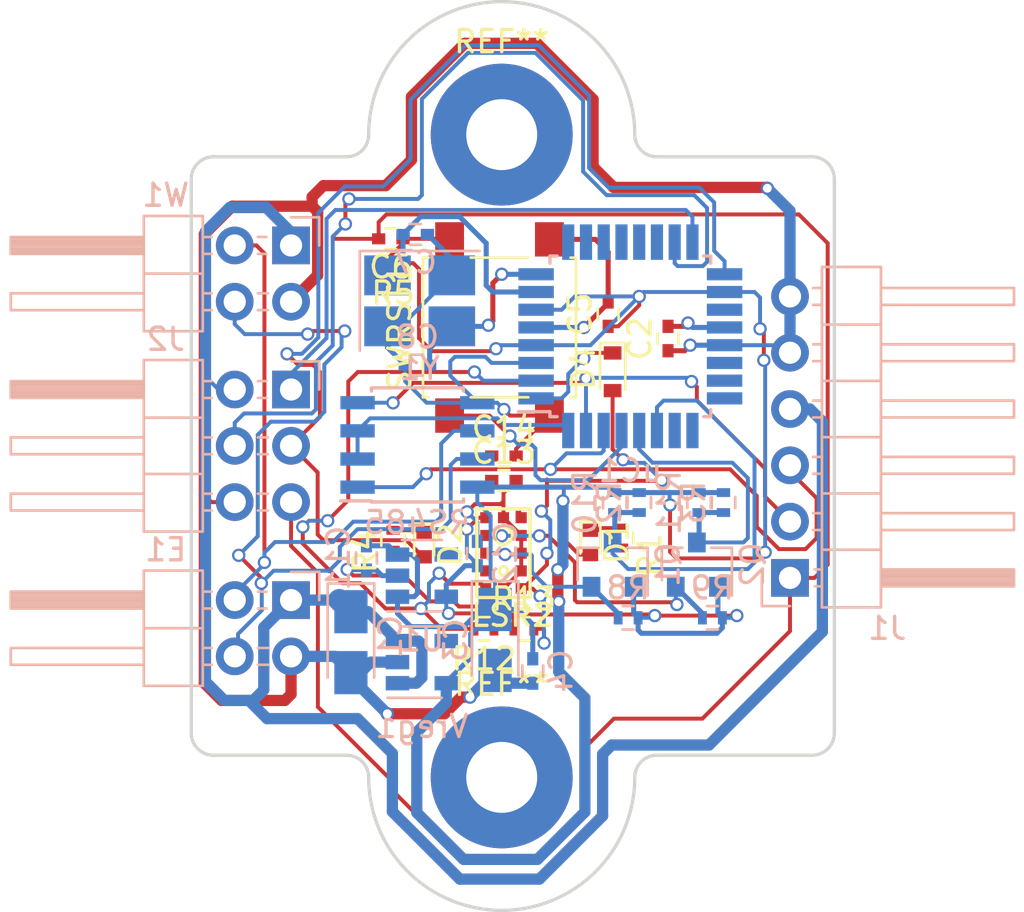
<source format=kicad_pcb>
(kicad_pcb (version 4) (host pcbnew 4.0.7)

  (general
    (links 107)
    (no_connects 10)
    (area 133.924999 63.924999 163.075001 105.075001)
    (thickness 1.6)
    (drawings 18)
    (tracks 621)
    (zones 0)
    (modules 41)
    (nets 42)
  )

  (page A4)
  (layers
    (0 F.Cu signal)
    (31 B.Cu signal)
    (32 B.Adhes user)
    (33 F.Adhes user)
    (34 B.Paste user)
    (35 F.Paste user)
    (36 B.SilkS user)
    (37 F.SilkS user)
    (38 B.Mask user)
    (39 F.Mask user)
    (40 Dwgs.User user)
    (41 Cmts.User user)
    (42 Eco1.User user)
    (43 Eco2.User user)
    (44 Edge.Cuts user)
    (45 Margin user)
    (46 B.CrtYd user)
    (47 F.CrtYd user)
    (48 B.Fab user hide)
    (49 F.Fab user hide)
  )

  (setup
    (last_trace_width 0.1778)
    (user_trace_width 0.0889)
    (user_trace_width 0.1778)
    (user_trace_width 0.2286)
    (user_trace_width 0.508)
    (user_trace_width 1)
    (trace_clearance 0.00889)
    (zone_clearance 0.508)
    (zone_45_only no)
    (trace_min 0.0889)
    (segment_width 0.2)
    (edge_width 0.15)
    (via_size 0.6)
    (via_drill 0.4)
    (via_min_size 0.4)
    (via_min_drill 0.3)
    (uvia_size 0.3)
    (uvia_drill 0.1)
    (uvias_allowed no)
    (uvia_min_size 0.2)
    (uvia_min_drill 0.1)
    (pcb_text_width 0.3)
    (pcb_text_size 1.5 1.5)
    (mod_edge_width 0.15)
    (mod_text_size 1 1)
    (mod_text_width 0.15)
    (pad_size 1.524 1.524)
    (pad_drill 0.762)
    (pad_to_mask_clearance 0.2)
    (aux_axis_origin 0 0)
    (visible_elements 7FFFFF1F)
    (pcbplotparams
      (layerselection 0x00030_80000001)
      (usegerberextensions false)
      (excludeedgelayer true)
      (linewidth 0.100000)
      (plotframeref false)
      (viasonmask false)
      (mode 1)
      (useauxorigin false)
      (hpglpennumber 1)
      (hpglpenspeed 20)
      (hpglpendiameter 15)
      (hpglpenoverlay 2)
      (psnegative false)
      (psa4output false)
      (plotreference true)
      (plotvalue true)
      (plotinvisibletext false)
      (padsonsilk false)
      (subtractmaskfromsilk false)
      (outputformat 1)
      (mirror false)
      (drillshape 1)
      (scaleselection 1)
      (outputdirectory ""))
  )

  (net 0 "")
  (net 1 GNDREF)
  (net 2 RAW)
  (net 3 "Net-(C2-Pad2)")
  (net 4 "Net-(C6-Pad1)")
  (net 5 DRT)
  (net 6 "Net-(C7-Pad1)")
  (net 7 "Net-(C8-Pad1)")
  (net 8 "Net-(D1-Pad1)")
  (net 9 D13)
  (net 10 "Net-(D2-Pad1)")
  (net 11 D3)
  (net 12 D4)
  (net 13 A4)
  (net 14 A5)
  (net 15 RXI)
  (net 16 D2)
  (net 17 TXO)
  (net 18 A)
  (net 19 B)
  (net 20 D5)
  (net 21 D6)
  (net 22 D7)
  (net 23 D8)
  (net 24 D9)
  (net 25 D10)
  (net 26 D11)
  (net 27 D12)
  (net 28 A6)
  (net 29 A7)
  (net 30 A0)
  (net 31 A1)
  (net 32 A2)
  (net 33 A3)
  (net 34 "Net-(Vreg1-Pad4)")
  (net 35 +3V3)
  (net 36 +2V8)
  (net 37 2.8_SDA)
  (net 38 2.8_SCL)
  (net 39 "Net-(U1-Pad4)")
  (net 40 "Net-(D4-Pad2)")
  (net 41 "Net-(LSR2-Pad8)")

  (net_class Default "This is the default net class."
    (clearance 0.00889)
    (trace_width 0.25)
    (via_dia 0.6)
    (via_drill 0.4)
    (uvia_dia 0.3)
    (uvia_drill 0.1)
    (add_net +2V8)
    (add_net +3V3)
    (add_net 2.8_SCL)
    (add_net 2.8_SDA)
    (add_net A)
    (add_net A0)
    (add_net A1)
    (add_net A2)
    (add_net A3)
    (add_net A4)
    (add_net A5)
    (add_net A6)
    (add_net A7)
    (add_net B)
    (add_net D10)
    (add_net D11)
    (add_net D12)
    (add_net D13)
    (add_net D2)
    (add_net D3)
    (add_net D4)
    (add_net D5)
    (add_net D6)
    (add_net D7)
    (add_net D8)
    (add_net D9)
    (add_net DRT)
    (add_net GNDREF)
    (add_net "Net-(C2-Pad2)")
    (add_net "Net-(C6-Pad1)")
    (add_net "Net-(C7-Pad1)")
    (add_net "Net-(C8-Pad1)")
    (add_net "Net-(D1-Pad1)")
    (add_net "Net-(D2-Pad1)")
    (add_net "Net-(D4-Pad2)")
    (add_net "Net-(LSR2-Pad8)")
    (add_net "Net-(U1-Pad4)")
    (add_net "Net-(Vreg1-Pad4)")
    (add_net RAW)
    (add_net RXI)
    (add_net TXO)
  )

  (module Mounting_Holes:MountingHole_3.2mm_M3_Pad (layer F.Cu) (tedit 56D1B4CB) (tstamp 5C2519AB)
    (at 148 99)
    (descr "Mounting Hole 3.2mm, M3")
    (tags "mounting hole 3.2mm m3")
    (attr virtual)
    (fp_text reference REF** (at 0 -4.2) (layer F.SilkS)
      (effects (font (size 1 1) (thickness 0.15)))
    )
    (fp_text value MountingHole_3.2mm_M3_Pad (at 0 4.2) (layer F.Fab)
      (effects (font (size 1 1) (thickness 0.15)))
    )
    (fp_text user %R (at 0.3 0) (layer F.Fab)
      (effects (font (size 1 1) (thickness 0.15)))
    )
    (fp_circle (center 0 0) (end 3.2 0) (layer Cmts.User) (width 0.15))
    (fp_circle (center 0 0) (end 3.45 0) (layer F.CrtYd) (width 0.05))
    (pad 1 thru_hole circle (at 0 0) (size 6.4 6.4) (drill 3.2) (layers *.Cu *.Mask))
  )

  (module Capacitors_SMD:C_0402 (layer F.Cu) (tedit 58AA841A) (tstamp 5BE7168A)
    (at 155.5 79.2 90)
    (descr "Capacitor SMD 0402, reflow soldering, AVX (see smccp.pdf)")
    (tags "capacitor 0402")
    (path /5BE6F392)
    (attr smd)
    (fp_text reference C2 (at 0 -1.27 90) (layer F.SilkS)
      (effects (font (size 1 1) (thickness 0.15)))
    )
    (fp_text value 0.1uF (at 0 1.27 90) (layer F.Fab)
      (effects (font (size 1 1) (thickness 0.15)))
    )
    (fp_text user %R (at 0 -1.27 90) (layer F.Fab)
      (effects (font (size 1 1) (thickness 0.15)))
    )
    (fp_line (start -0.5 0.25) (end -0.5 -0.25) (layer F.Fab) (width 0.1))
    (fp_line (start 0.5 0.25) (end -0.5 0.25) (layer F.Fab) (width 0.1))
    (fp_line (start 0.5 -0.25) (end 0.5 0.25) (layer F.Fab) (width 0.1))
    (fp_line (start -0.5 -0.25) (end 0.5 -0.25) (layer F.Fab) (width 0.1))
    (fp_line (start 0.25 -0.47) (end -0.25 -0.47) (layer F.SilkS) (width 0.12))
    (fp_line (start -0.25 0.47) (end 0.25 0.47) (layer F.SilkS) (width 0.12))
    (fp_line (start -1 -0.4) (end 1 -0.4) (layer F.CrtYd) (width 0.05))
    (fp_line (start -1 -0.4) (end -1 0.4) (layer F.CrtYd) (width 0.05))
    (fp_line (start 1 0.4) (end 1 -0.4) (layer F.CrtYd) (width 0.05))
    (fp_line (start 1 0.4) (end -1 0.4) (layer F.CrtYd) (width 0.05))
    (pad 1 smd rect (at -0.55 0 90) (size 0.6 0.5) (layers F.Cu F.Paste F.Mask)
      (net 1 GNDREF))
    (pad 2 smd rect (at 0.55 0 90) (size 0.6 0.5) (layers F.Cu F.Paste F.Mask)
      (net 3 "Net-(C2-Pad2)"))
    (model Capacitors_SMD.3dshapes/C_0402.wrl
      (at (xyz 0 0 0))
      (scale (xyz 1 1 1))
      (rotate (xyz 0 0 0))
    )
  )

  (module Capacitors_SMD:C_0402 (layer B.Cu) (tedit 5BE72315) (tstamp 5BE71696)
    (at 149.4 94.2 270)
    (descr "Capacitor SMD 0402, reflow soldering, AVX (see smccp.pdf)")
    (tags "capacitor 0402")
    (path /5BE6EC1A)
    (attr smd)
    (fp_text reference C4 (at 0 -1.27 270) (layer B.SilkS)
      (effects (font (size 1 1) (thickness 0.15)) (justify mirror))
    )
    (fp_text value 0.1uF (at 0 -2.286 270) (layer B.Fab)
      (effects (font (size 1 1) (thickness 0.15)) (justify mirror))
    )
    (fp_text user %R (at 0 -1.27 270) (layer B.Fab)
      (effects (font (size 1 1) (thickness 0.15)) (justify mirror))
    )
    (fp_line (start -0.5 -0.25) (end -0.5 0.25) (layer B.Fab) (width 0.1))
    (fp_line (start 0.5 -0.25) (end -0.5 -0.25) (layer B.Fab) (width 0.1))
    (fp_line (start 0.5 0.25) (end 0.5 -0.25) (layer B.Fab) (width 0.1))
    (fp_line (start -0.5 0.25) (end 0.5 0.25) (layer B.Fab) (width 0.1))
    (fp_line (start 0.25 0.47) (end -0.25 0.47) (layer B.SilkS) (width 0.12))
    (fp_line (start -0.25 -0.47) (end 0.25 -0.47) (layer B.SilkS) (width 0.12))
    (fp_line (start -1 0.4) (end 1 0.4) (layer B.CrtYd) (width 0.05))
    (fp_line (start -1 0.4) (end -1 -0.4) (layer B.CrtYd) (width 0.05))
    (fp_line (start 1 -0.4) (end 1 0.4) (layer B.CrtYd) (width 0.05))
    (fp_line (start 1 -0.4) (end -1 -0.4) (layer B.CrtYd) (width 0.05))
    (pad 1 smd rect (at -0.55 0 270) (size 0.6 0.5) (layers B.Cu B.Paste B.Mask)
      (net 35 +3V3))
    (pad 2 smd rect (at 0.55 0 270) (size 0.6 0.5) (layers B.Cu B.Paste B.Mask)
      (net 1 GNDREF))
    (model Capacitors_SMD.3dshapes/C_0402.wrl
      (at (xyz 0 0 0))
      (scale (xyz 1 1 1))
      (rotate (xyz 0 0 0))
    )
  )

  (module Capacitors_SMD:C_0402 (layer F.Cu) (tedit 58AA841A) (tstamp 5BE7169C)
    (at 152.8 78.1 90)
    (descr "Capacitor SMD 0402, reflow soldering, AVX (see smccp.pdf)")
    (tags "capacitor 0402")
    (path /5BE6F947)
    (attr smd)
    (fp_text reference C5 (at 0 -1.27 90) (layer F.SilkS)
      (effects (font (size 1 1) (thickness 0.15)))
    )
    (fp_text value 0.1uF (at 0 1.27 90) (layer F.Fab)
      (effects (font (size 1 1) (thickness 0.15)))
    )
    (fp_text user %R (at 0 -1.27 90) (layer F.Fab)
      (effects (font (size 1 1) (thickness 0.15)))
    )
    (fp_line (start -0.5 0.25) (end -0.5 -0.25) (layer F.Fab) (width 0.1))
    (fp_line (start 0.5 0.25) (end -0.5 0.25) (layer F.Fab) (width 0.1))
    (fp_line (start 0.5 -0.25) (end 0.5 0.25) (layer F.Fab) (width 0.1))
    (fp_line (start -0.5 -0.25) (end 0.5 -0.25) (layer F.Fab) (width 0.1))
    (fp_line (start 0.25 -0.47) (end -0.25 -0.47) (layer F.SilkS) (width 0.12))
    (fp_line (start -0.25 0.47) (end 0.25 0.47) (layer F.SilkS) (width 0.12))
    (fp_line (start -1 -0.4) (end 1 -0.4) (layer F.CrtYd) (width 0.05))
    (fp_line (start -1 -0.4) (end -1 0.4) (layer F.CrtYd) (width 0.05))
    (fp_line (start 1 0.4) (end 1 -0.4) (layer F.CrtYd) (width 0.05))
    (fp_line (start 1 0.4) (end -1 0.4) (layer F.CrtYd) (width 0.05))
    (pad 1 smd rect (at -0.55 0 90) (size 0.6 0.5) (layers F.Cu F.Paste F.Mask)
      (net 35 +3V3))
    (pad 2 smd rect (at 0.55 0 90) (size 0.6 0.5) (layers F.Cu F.Paste F.Mask)
      (net 1 GNDREF))
    (model Capacitors_SMD.3dshapes/C_0402.wrl
      (at (xyz 0 0 0))
      (scale (xyz 1 1 1))
      (rotate (xyz 0 0 0))
    )
  )

  (module Capacitors_SMD:C_0402 (layer F.Cu) (tedit 58AA841A) (tstamp 5BE716A2)
    (at 143 74.7 180)
    (descr "Capacitor SMD 0402, reflow soldering, AVX (see smccp.pdf)")
    (tags "capacitor 0402")
    (path /5BE70A51)
    (attr smd)
    (fp_text reference C6 (at 0 -1.27 180) (layer F.SilkS)
      (effects (font (size 1 1) (thickness 0.15)))
    )
    (fp_text value 0.1uF (at 0 1.27 180) (layer F.Fab)
      (effects (font (size 1 1) (thickness 0.15)))
    )
    (fp_text user %R (at 0 -1.27 180) (layer F.Fab)
      (effects (font (size 1 1) (thickness 0.15)))
    )
    (fp_line (start -0.5 0.25) (end -0.5 -0.25) (layer F.Fab) (width 0.1))
    (fp_line (start 0.5 0.25) (end -0.5 0.25) (layer F.Fab) (width 0.1))
    (fp_line (start 0.5 -0.25) (end 0.5 0.25) (layer F.Fab) (width 0.1))
    (fp_line (start -0.5 -0.25) (end 0.5 -0.25) (layer F.Fab) (width 0.1))
    (fp_line (start 0.25 -0.47) (end -0.25 -0.47) (layer F.SilkS) (width 0.12))
    (fp_line (start -0.25 0.47) (end 0.25 0.47) (layer F.SilkS) (width 0.12))
    (fp_line (start -1 -0.4) (end 1 -0.4) (layer F.CrtYd) (width 0.05))
    (fp_line (start -1 -0.4) (end -1 0.4) (layer F.CrtYd) (width 0.05))
    (fp_line (start 1 0.4) (end 1 -0.4) (layer F.CrtYd) (width 0.05))
    (fp_line (start 1 0.4) (end -1 0.4) (layer F.CrtYd) (width 0.05))
    (pad 1 smd rect (at -0.55 0 180) (size 0.6 0.5) (layers F.Cu F.Paste F.Mask)
      (net 4 "Net-(C6-Pad1)"))
    (pad 2 smd rect (at 0.55 0 180) (size 0.6 0.5) (layers F.Cu F.Paste F.Mask)
      (net 5 DRT))
    (model Capacitors_SMD.3dshapes/C_0402.wrl
      (at (xyz 0 0 0))
      (scale (xyz 1 1 1))
      (rotate (xyz 0 0 0))
    )
  )

  (module Capacitors_SMD:C_0402 (layer B.Cu) (tedit 58AA841A) (tstamp 5BE716A8)
    (at 144.1 74.5)
    (descr "Capacitor SMD 0402, reflow soldering, AVX (see smccp.pdf)")
    (tags "capacitor 0402")
    (path /5BE7154C)
    (attr smd)
    (fp_text reference C7 (at 0 1.27) (layer B.SilkS)
      (effects (font (size 1 1) (thickness 0.15)) (justify mirror))
    )
    (fp_text value 22nF (at 0 -1.27) (layer B.Fab)
      (effects (font (size 1 1) (thickness 0.15)) (justify mirror))
    )
    (fp_text user %R (at 0 1.27) (layer B.Fab)
      (effects (font (size 1 1) (thickness 0.15)) (justify mirror))
    )
    (fp_line (start -0.5 -0.25) (end -0.5 0.25) (layer B.Fab) (width 0.1))
    (fp_line (start 0.5 -0.25) (end -0.5 -0.25) (layer B.Fab) (width 0.1))
    (fp_line (start 0.5 0.25) (end 0.5 -0.25) (layer B.Fab) (width 0.1))
    (fp_line (start -0.5 0.25) (end 0.5 0.25) (layer B.Fab) (width 0.1))
    (fp_line (start 0.25 0.47) (end -0.25 0.47) (layer B.SilkS) (width 0.12))
    (fp_line (start -0.25 -0.47) (end 0.25 -0.47) (layer B.SilkS) (width 0.12))
    (fp_line (start -1 0.4) (end 1 0.4) (layer B.CrtYd) (width 0.05))
    (fp_line (start -1 0.4) (end -1 -0.4) (layer B.CrtYd) (width 0.05))
    (fp_line (start 1 -0.4) (end 1 0.4) (layer B.CrtYd) (width 0.05))
    (fp_line (start 1 -0.4) (end -1 -0.4) (layer B.CrtYd) (width 0.05))
    (pad 1 smd rect (at -0.55 0) (size 0.6 0.5) (layers B.Cu B.Paste B.Mask)
      (net 6 "Net-(C7-Pad1)"))
    (pad 2 smd rect (at 0.55 0) (size 0.6 0.5) (layers B.Cu B.Paste B.Mask)
      (net 1 GNDREF))
    (model Capacitors_SMD.3dshapes/C_0402.wrl
      (at (xyz 0 0 0))
      (scale (xyz 1 1 1))
      (rotate (xyz 0 0 0))
    )
  )

  (module Capacitors_SMD:C_0402 (layer B.Cu) (tedit 58AA841A) (tstamp 5BE716AE)
    (at 144.2 80.4 180)
    (descr "Capacitor SMD 0402, reflow soldering, AVX (see smccp.pdf)")
    (tags "capacitor 0402")
    (path /5BE71604)
    (attr smd)
    (fp_text reference C8 (at 0 1.27 180) (layer B.SilkS)
      (effects (font (size 1 1) (thickness 0.15)) (justify mirror))
    )
    (fp_text value 22nF (at 0 -1.27 180) (layer B.Fab)
      (effects (font (size 1 1) (thickness 0.15)) (justify mirror))
    )
    (fp_text user %R (at 0 1.27 180) (layer B.Fab)
      (effects (font (size 1 1) (thickness 0.15)) (justify mirror))
    )
    (fp_line (start -0.5 -0.25) (end -0.5 0.25) (layer B.Fab) (width 0.1))
    (fp_line (start 0.5 -0.25) (end -0.5 -0.25) (layer B.Fab) (width 0.1))
    (fp_line (start 0.5 0.25) (end 0.5 -0.25) (layer B.Fab) (width 0.1))
    (fp_line (start -0.5 0.25) (end 0.5 0.25) (layer B.Fab) (width 0.1))
    (fp_line (start 0.25 0.47) (end -0.25 0.47) (layer B.SilkS) (width 0.12))
    (fp_line (start -0.25 -0.47) (end 0.25 -0.47) (layer B.SilkS) (width 0.12))
    (fp_line (start -1 0.4) (end 1 0.4) (layer B.CrtYd) (width 0.05))
    (fp_line (start -1 0.4) (end -1 -0.4) (layer B.CrtYd) (width 0.05))
    (fp_line (start 1 -0.4) (end 1 0.4) (layer B.CrtYd) (width 0.05))
    (fp_line (start 1 -0.4) (end -1 -0.4) (layer B.CrtYd) (width 0.05))
    (pad 1 smd rect (at -0.55 0 180) (size 0.6 0.5) (layers B.Cu B.Paste B.Mask)
      (net 7 "Net-(C8-Pad1)"))
    (pad 2 smd rect (at 0.55 0 180) (size 0.6 0.5) (layers B.Cu B.Paste B.Mask)
      (net 1 GNDREF))
    (model Capacitors_SMD.3dshapes/C_0402.wrl
      (at (xyz 0 0 0))
      (scale (xyz 1 1 1))
      (rotate (xyz 0 0 0))
    )
  )

  (module Resistors_SMD:R_0402 (layer F.Cu) (tedit 5BE7238A) (tstamp 5BE716E3)
    (at 153.4 88.2 270)
    (descr "Resistor SMD 0402, reflow soldering, Vishay (see dcrcw.pdf)")
    (tags "resistor 0402")
    (path /5BE6EAC8)
    (attr smd)
    (fp_text reference R1 (at 0.762 -1.27 270) (layer F.SilkS)
      (effects (font (size 1 1) (thickness 0.15)))
    )
    (fp_text value 10K (at 0 1.45 270) (layer F.Fab)
      (effects (font (size 1 1) (thickness 0.15)))
    )
    (fp_text user %R (at 0.762 -1.27 270) (layer F.Fab)
      (effects (font (size 1 1) (thickness 0.15)))
    )
    (fp_line (start -0.5 0.25) (end -0.5 -0.25) (layer F.Fab) (width 0.1))
    (fp_line (start 0.5 0.25) (end -0.5 0.25) (layer F.Fab) (width 0.1))
    (fp_line (start 0.5 -0.25) (end 0.5 0.25) (layer F.Fab) (width 0.1))
    (fp_line (start -0.5 -0.25) (end 0.5 -0.25) (layer F.Fab) (width 0.1))
    (fp_line (start 0.25 -0.53) (end -0.25 -0.53) (layer F.SilkS) (width 0.12))
    (fp_line (start -0.25 0.53) (end 0.25 0.53) (layer F.SilkS) (width 0.12))
    (fp_line (start -0.8 -0.45) (end 0.8 -0.45) (layer F.CrtYd) (width 0.05))
    (fp_line (start -0.8 -0.45) (end -0.8 0.45) (layer F.CrtYd) (width 0.05))
    (fp_line (start 0.8 0.45) (end 0.8 -0.45) (layer F.CrtYd) (width 0.05))
    (fp_line (start 0.8 0.45) (end -0.8 0.45) (layer F.CrtYd) (width 0.05))
    (pad 1 smd rect (at -0.45 0 270) (size 0.4 0.6) (layers F.Cu F.Paste F.Mask)
      (net 8 "Net-(D1-Pad1)"))
    (pad 2 smd rect (at 0.45 0 270) (size 0.4 0.6) (layers F.Cu F.Paste F.Mask)
      (net 1 GNDREF))
    (model ${KISYS3DMOD}/Resistors_SMD.3dshapes/R_0402.wrl
      (at (xyz 0 0 0))
      (scale (xyz 1 1 1))
      (rotate (xyz 0 0 0))
    )
  )

  (module Resistors_SMD:R_0402 (layer B.Cu) (tedit 58E0A804) (tstamp 5BE716E9)
    (at 154.2 86.6 270)
    (descr "Resistor SMD 0402, reflow soldering, Vishay (see dcrcw.pdf)")
    (tags "resistor 0402")
    (path /5BE7325D)
    (attr smd)
    (fp_text reference R2 (at 0 1.35 270) (layer B.SilkS)
      (effects (font (size 1 1) (thickness 0.15)) (justify mirror))
    )
    (fp_text value 10K (at 0 -1.45 270) (layer B.Fab)
      (effects (font (size 1 1) (thickness 0.15)) (justify mirror))
    )
    (fp_text user %R (at 0 1.35 270) (layer B.Fab)
      (effects (font (size 1 1) (thickness 0.15)) (justify mirror))
    )
    (fp_line (start -0.5 -0.25) (end -0.5 0.25) (layer B.Fab) (width 0.1))
    (fp_line (start 0.5 -0.25) (end -0.5 -0.25) (layer B.Fab) (width 0.1))
    (fp_line (start 0.5 0.25) (end 0.5 -0.25) (layer B.Fab) (width 0.1))
    (fp_line (start -0.5 0.25) (end 0.5 0.25) (layer B.Fab) (width 0.1))
    (fp_line (start 0.25 0.53) (end -0.25 0.53) (layer B.SilkS) (width 0.12))
    (fp_line (start -0.25 -0.53) (end 0.25 -0.53) (layer B.SilkS) (width 0.12))
    (fp_line (start -0.8 0.45) (end 0.8 0.45) (layer B.CrtYd) (width 0.05))
    (fp_line (start -0.8 0.45) (end -0.8 -0.45) (layer B.CrtYd) (width 0.05))
    (fp_line (start 0.8 -0.45) (end 0.8 0.45) (layer B.CrtYd) (width 0.05))
    (fp_line (start 0.8 -0.45) (end -0.8 -0.45) (layer B.CrtYd) (width 0.05))
    (pad 1 smd rect (at -0.45 0 270) (size 0.4 0.6) (layers B.Cu B.Paste B.Mask)
      (net 35 +3V3))
    (pad 2 smd rect (at 0.45 0 270) (size 0.4 0.6) (layers B.Cu B.Paste B.Mask)
      (net 13 A4))
    (model ${KISYS3DMOD}/Resistors_SMD.3dshapes/R_0402.wrl
      (at (xyz 0 0 0))
      (scale (xyz 1 1 1))
      (rotate (xyz 0 0 0))
    )
  )

  (module Resistors_SMD:R_0402 (layer B.Cu) (tedit 58E0A804) (tstamp 5BE716EF)
    (at 158 86.6 270)
    (descr "Resistor SMD 0402, reflow soldering, Vishay (see dcrcw.pdf)")
    (tags "resistor 0402")
    (path /5BE732C5)
    (attr smd)
    (fp_text reference R3 (at 0 1.35 270) (layer B.SilkS)
      (effects (font (size 1 1) (thickness 0.15)) (justify mirror))
    )
    (fp_text value 10K (at 0 -1.45 270) (layer B.Fab)
      (effects (font (size 1 1) (thickness 0.15)) (justify mirror))
    )
    (fp_text user %R (at 0 1.35 270) (layer B.Fab)
      (effects (font (size 1 1) (thickness 0.15)) (justify mirror))
    )
    (fp_line (start -0.5 -0.25) (end -0.5 0.25) (layer B.Fab) (width 0.1))
    (fp_line (start 0.5 -0.25) (end -0.5 -0.25) (layer B.Fab) (width 0.1))
    (fp_line (start 0.5 0.25) (end 0.5 -0.25) (layer B.Fab) (width 0.1))
    (fp_line (start -0.5 0.25) (end 0.5 0.25) (layer B.Fab) (width 0.1))
    (fp_line (start 0.25 0.53) (end -0.25 0.53) (layer B.SilkS) (width 0.12))
    (fp_line (start -0.25 -0.53) (end 0.25 -0.53) (layer B.SilkS) (width 0.12))
    (fp_line (start -0.8 0.45) (end 0.8 0.45) (layer B.CrtYd) (width 0.05))
    (fp_line (start -0.8 0.45) (end -0.8 -0.45) (layer B.CrtYd) (width 0.05))
    (fp_line (start 0.8 -0.45) (end 0.8 0.45) (layer B.CrtYd) (width 0.05))
    (fp_line (start 0.8 -0.45) (end -0.8 -0.45) (layer B.CrtYd) (width 0.05))
    (pad 1 smd rect (at -0.45 0 270) (size 0.4 0.6) (layers B.Cu B.Paste B.Mask)
      (net 35 +3V3))
    (pad 2 smd rect (at 0.45 0 270) (size 0.4 0.6) (layers B.Cu B.Paste B.Mask)
      (net 14 A5))
    (model ${KISYS3DMOD}/Resistors_SMD.3dshapes/R_0402.wrl
      (at (xyz 0 0 0))
      (scale (xyz 1 1 1))
      (rotate (xyz 0 0 0))
    )
  )

  (module Resistors_SMD:R_0402 (layer F.Cu) (tedit 5BE7236D) (tstamp 5BE716F5)
    (at 143.1 88.3 90)
    (descr "Resistor SMD 0402, reflow soldering, Vishay (see dcrcw.pdf)")
    (tags "resistor 0402")
    (path /5BE766FF)
    (attr smd)
    (fp_text reference R4 (at -0.508 -1.27 90) (layer F.SilkS)
      (effects (font (size 1 1) (thickness 0.15)))
    )
    (fp_text value 330 (at 0 1.45 90) (layer F.Fab)
      (effects (font (size 1 1) (thickness 0.15)))
    )
    (fp_text user %R (at -0.508 -1.27 90) (layer F.Fab)
      (effects (font (size 1 1) (thickness 0.15)))
    )
    (fp_line (start -0.5 0.25) (end -0.5 -0.25) (layer F.Fab) (width 0.1))
    (fp_line (start 0.5 0.25) (end -0.5 0.25) (layer F.Fab) (width 0.1))
    (fp_line (start 0.5 -0.25) (end 0.5 0.25) (layer F.Fab) (width 0.1))
    (fp_line (start -0.5 -0.25) (end 0.5 -0.25) (layer F.Fab) (width 0.1))
    (fp_line (start 0.25 -0.53) (end -0.25 -0.53) (layer F.SilkS) (width 0.12))
    (fp_line (start -0.25 0.53) (end 0.25 0.53) (layer F.SilkS) (width 0.12))
    (fp_line (start -0.8 -0.45) (end 0.8 -0.45) (layer F.CrtYd) (width 0.05))
    (fp_line (start -0.8 -0.45) (end -0.8 0.45) (layer F.CrtYd) (width 0.05))
    (fp_line (start 0.8 0.45) (end 0.8 -0.45) (layer F.CrtYd) (width 0.05))
    (fp_line (start 0.8 0.45) (end -0.8 0.45) (layer F.CrtYd) (width 0.05))
    (pad 1 smd rect (at -0.45 0 90) (size 0.4 0.6) (layers F.Cu F.Paste F.Mask)
      (net 1 GNDREF))
    (pad 2 smd rect (at 0.45 0 90) (size 0.4 0.6) (layers F.Cu F.Paste F.Mask)
      (net 10 "Net-(D2-Pad1)"))
    (model ${KISYS3DMOD}/Resistors_SMD.3dshapes/R_0402.wrl
      (at (xyz 0 0 0))
      (scale (xyz 1 1 1))
      (rotate (xyz 0 0 0))
    )
  )

  (module Resistors_SMD:R_0402 (layer F.Cu) (tedit 58E0A804) (tstamp 5BE716FB)
    (at 143.1 75.8 180)
    (descr "Resistor SMD 0402, reflow soldering, Vishay (see dcrcw.pdf)")
    (tags "resistor 0402")
    (path /5BE70E42)
    (attr smd)
    (fp_text reference R5 (at 0 -1.35 180) (layer F.SilkS)
      (effects (font (size 1 1) (thickness 0.15)))
    )
    (fp_text value 10K (at 0 1.45 180) (layer F.Fab)
      (effects (font (size 1 1) (thickness 0.15)))
    )
    (fp_text user %R (at 0 -1.35 180) (layer F.Fab)
      (effects (font (size 1 1) (thickness 0.15)))
    )
    (fp_line (start -0.5 0.25) (end -0.5 -0.25) (layer F.Fab) (width 0.1))
    (fp_line (start 0.5 0.25) (end -0.5 0.25) (layer F.Fab) (width 0.1))
    (fp_line (start 0.5 -0.25) (end 0.5 0.25) (layer F.Fab) (width 0.1))
    (fp_line (start -0.5 -0.25) (end 0.5 -0.25) (layer F.Fab) (width 0.1))
    (fp_line (start 0.25 -0.53) (end -0.25 -0.53) (layer F.SilkS) (width 0.12))
    (fp_line (start -0.25 0.53) (end 0.25 0.53) (layer F.SilkS) (width 0.12))
    (fp_line (start -0.8 -0.45) (end 0.8 -0.45) (layer F.CrtYd) (width 0.05))
    (fp_line (start -0.8 -0.45) (end -0.8 0.45) (layer F.CrtYd) (width 0.05))
    (fp_line (start 0.8 0.45) (end 0.8 -0.45) (layer F.CrtYd) (width 0.05))
    (fp_line (start 0.8 0.45) (end -0.8 0.45) (layer F.CrtYd) (width 0.05))
    (pad 1 smd rect (at -0.45 0 180) (size 0.4 0.6) (layers F.Cu F.Paste F.Mask)
      (net 35 +3V3))
    (pad 2 smd rect (at 0.45 0 180) (size 0.4 0.6) (layers F.Cu F.Paste F.Mask)
      (net 4 "Net-(C6-Pad1)"))
    (model ${KISYS3DMOD}/Resistors_SMD.3dshapes/R_0402.wrl
      (at (xyz 0 0 0))
      (scale (xyz 1 1 1))
      (rotate (xyz 0 0 0))
    )
  )

  (module Housings_SOIC:SOIC-8_3.9x4.9mm_Pitch1.27mm (layer B.Cu) (tedit 58CD0CDA) (tstamp 5BE71713)
    (at 144.2 84)
    (descr "8-Lead Plastic Small Outline (SN) - Narrow, 3.90 mm Body [SOIC] (see Microchip Packaging Specification 00000049BS.pdf)")
    (tags "SOIC 1.27")
    (path /5BE71888)
    (attr smd)
    (fp_text reference RS485 (at 0 3.5) (layer B.SilkS)
      (effects (font (size 1 1) (thickness 0.15)) (justify mirror))
    )
    (fp_text value SP3485CN (at 0 -3.5) (layer B.Fab)
      (effects (font (size 1 1) (thickness 0.15)) (justify mirror))
    )
    (fp_text user %R (at 0 0) (layer B.Fab)
      (effects (font (size 1 1) (thickness 0.15)) (justify mirror))
    )
    (fp_line (start -0.95 2.45) (end 1.95 2.45) (layer B.Fab) (width 0.1))
    (fp_line (start 1.95 2.45) (end 1.95 -2.45) (layer B.Fab) (width 0.1))
    (fp_line (start 1.95 -2.45) (end -1.95 -2.45) (layer B.Fab) (width 0.1))
    (fp_line (start -1.95 -2.45) (end -1.95 1.45) (layer B.Fab) (width 0.1))
    (fp_line (start -1.95 1.45) (end -0.95 2.45) (layer B.Fab) (width 0.1))
    (fp_line (start -3.73 2.7) (end -3.73 -2.7) (layer B.CrtYd) (width 0.05))
    (fp_line (start 3.73 2.7) (end 3.73 -2.7) (layer B.CrtYd) (width 0.05))
    (fp_line (start -3.73 2.7) (end 3.73 2.7) (layer B.CrtYd) (width 0.05))
    (fp_line (start -3.73 -2.7) (end 3.73 -2.7) (layer B.CrtYd) (width 0.05))
    (fp_line (start -2.075 2.575) (end -2.075 2.525) (layer B.SilkS) (width 0.15))
    (fp_line (start 2.075 2.575) (end 2.075 2.43) (layer B.SilkS) (width 0.15))
    (fp_line (start 2.075 -2.575) (end 2.075 -2.43) (layer B.SilkS) (width 0.15))
    (fp_line (start -2.075 -2.575) (end -2.075 -2.43) (layer B.SilkS) (width 0.15))
    (fp_line (start -2.075 2.575) (end 2.075 2.575) (layer B.SilkS) (width 0.15))
    (fp_line (start -2.075 -2.575) (end 2.075 -2.575) (layer B.SilkS) (width 0.15))
    (fp_line (start -2.075 2.525) (end -3.475 2.525) (layer B.SilkS) (width 0.15))
    (pad 1 smd rect (at -2.7 1.905) (size 1.55 0.6) (layers B.Cu B.Paste B.Mask)
      (net 15 RXI))
    (pad 2 smd rect (at -2.7 0.635) (size 1.55 0.6) (layers B.Cu B.Paste B.Mask)
      (net 16 D2))
    (pad 3 smd rect (at -2.7 -0.635) (size 1.55 0.6) (layers B.Cu B.Paste B.Mask)
      (net 16 D2))
    (pad 4 smd rect (at -2.7 -1.905) (size 1.55 0.6) (layers B.Cu B.Paste B.Mask)
      (net 17 TXO))
    (pad 5 smd rect (at 2.7 -1.905) (size 1.55 0.6) (layers B.Cu B.Paste B.Mask)
      (net 1 GNDREF))
    (pad 6 smd rect (at 2.7 -0.635) (size 1.55 0.6) (layers B.Cu B.Paste B.Mask)
      (net 18 A))
    (pad 7 smd rect (at 2.7 0.635) (size 1.55 0.6) (layers B.Cu B.Paste B.Mask)
      (net 19 B))
    (pad 8 smd rect (at 2.7 1.905) (size 1.55 0.6) (layers B.Cu B.Paste B.Mask)
      (net 35 +3V3))
    (model ${KISYS3DMOD}/Housings_SOIC.3dshapes/SOIC-8_3.9x4.9mm_Pitch1.27mm.wrl
      (at (xyz 0 0 0))
      (scale (xyz 1 1 1))
      (rotate (xyz 0 0 0))
    )
  )

  (module Housings_QFP:TQFP-32_7x7mm_Pitch0.8mm (layer B.Cu) (tedit 58CC9A48) (tstamp 5BE7173F)
    (at 153.8 79.1)
    (descr "32-Lead Plastic Thin Quad Flatpack (PT) - 7x7x1.0 mm Body, 2.00 mm [TQFP] (see Microchip Packaging Specification 00000049BS.pdf)")
    (tags "QFP 0.8")
    (path /5BE6DF72)
    (attr smd)
    (fp_text reference uC1 (at 0 6.05) (layer B.SilkS)
      (effects (font (size 1 1) (thickness 0.15)) (justify mirror))
    )
    (fp_text value ATMEGA328P-AU (at 0 -6.05) (layer B.Fab)
      (effects (font (size 1 1) (thickness 0.15)) (justify mirror))
    )
    (fp_text user %R (at 0 0) (layer B.Fab)
      (effects (font (size 1 1) (thickness 0.15)) (justify mirror))
    )
    (fp_line (start -2.5 3.5) (end 3.5 3.5) (layer B.Fab) (width 0.15))
    (fp_line (start 3.5 3.5) (end 3.5 -3.5) (layer B.Fab) (width 0.15))
    (fp_line (start 3.5 -3.5) (end -3.5 -3.5) (layer B.Fab) (width 0.15))
    (fp_line (start -3.5 -3.5) (end -3.5 2.5) (layer B.Fab) (width 0.15))
    (fp_line (start -3.5 2.5) (end -2.5 3.5) (layer B.Fab) (width 0.15))
    (fp_line (start -5.3 5.3) (end -5.3 -5.3) (layer B.CrtYd) (width 0.05))
    (fp_line (start 5.3 5.3) (end 5.3 -5.3) (layer B.CrtYd) (width 0.05))
    (fp_line (start -5.3 5.3) (end 5.3 5.3) (layer B.CrtYd) (width 0.05))
    (fp_line (start -5.3 -5.3) (end 5.3 -5.3) (layer B.CrtYd) (width 0.05))
    (fp_line (start -3.625 3.625) (end -3.625 3.4) (layer B.SilkS) (width 0.15))
    (fp_line (start 3.625 3.625) (end 3.625 3.3) (layer B.SilkS) (width 0.15))
    (fp_line (start 3.625 -3.625) (end 3.625 -3.3) (layer B.SilkS) (width 0.15))
    (fp_line (start -3.625 -3.625) (end -3.625 -3.3) (layer B.SilkS) (width 0.15))
    (fp_line (start -3.625 3.625) (end -3.3 3.625) (layer B.SilkS) (width 0.15))
    (fp_line (start -3.625 -3.625) (end -3.3 -3.625) (layer B.SilkS) (width 0.15))
    (fp_line (start 3.625 -3.625) (end 3.3 -3.625) (layer B.SilkS) (width 0.15))
    (fp_line (start 3.625 3.625) (end 3.3 3.625) (layer B.SilkS) (width 0.15))
    (fp_line (start -3.625 3.4) (end -5.05 3.4) (layer B.SilkS) (width 0.15))
    (pad 1 smd rect (at -4.25 2.8) (size 1.6 0.55) (layers B.Cu B.Paste B.Mask)
      (net 11 D3))
    (pad 2 smd rect (at -4.25 2) (size 1.6 0.55) (layers B.Cu B.Paste B.Mask)
      (net 12 D4))
    (pad 3 smd rect (at -4.25 1.2) (size 1.6 0.55) (layers B.Cu B.Paste B.Mask)
      (net 1 GNDREF))
    (pad 4 smd rect (at -4.25 0.4) (size 1.6 0.55) (layers B.Cu B.Paste B.Mask)
      (net 35 +3V3))
    (pad 5 smd rect (at -4.25 -0.4) (size 1.6 0.55) (layers B.Cu B.Paste B.Mask)
      (net 1 GNDREF))
    (pad 6 smd rect (at -4.25 -1.2) (size 1.6 0.55) (layers B.Cu B.Paste B.Mask)
      (net 35 +3V3))
    (pad 7 smd rect (at -4.25 -2) (size 1.6 0.55) (layers B.Cu B.Paste B.Mask)
      (net 6 "Net-(C7-Pad1)"))
    (pad 8 smd rect (at -4.25 -2.8) (size 1.6 0.55) (layers B.Cu B.Paste B.Mask)
      (net 7 "Net-(C8-Pad1)"))
    (pad 9 smd rect (at -2.8 -4.25 270) (size 1.6 0.55) (layers B.Cu B.Paste B.Mask)
      (net 20 D5))
    (pad 10 smd rect (at -2 -4.25 270) (size 1.6 0.55) (layers B.Cu B.Paste B.Mask)
      (net 21 D6))
    (pad 11 smd rect (at -1.2 -4.25 270) (size 1.6 0.55) (layers B.Cu B.Paste B.Mask)
      (net 22 D7))
    (pad 12 smd rect (at -0.4 -4.25 270) (size 1.6 0.55) (layers B.Cu B.Paste B.Mask)
      (net 23 D8))
    (pad 13 smd rect (at 0.4 -4.25 270) (size 1.6 0.55) (layers B.Cu B.Paste B.Mask)
      (net 24 D9))
    (pad 14 smd rect (at 1.2 -4.25 270) (size 1.6 0.55) (layers B.Cu B.Paste B.Mask)
      (net 25 D10))
    (pad 15 smd rect (at 2 -4.25 270) (size 1.6 0.55) (layers B.Cu B.Paste B.Mask)
      (net 26 D11))
    (pad 16 smd rect (at 2.8 -4.25 270) (size 1.6 0.55) (layers B.Cu B.Paste B.Mask)
      (net 27 D12))
    (pad 17 smd rect (at 4.25 -2.8) (size 1.6 0.55) (layers B.Cu B.Paste B.Mask)
      (net 9 D13))
    (pad 18 smd rect (at 4.25 -2) (size 1.6 0.55) (layers B.Cu B.Paste B.Mask)
      (net 35 +3V3))
    (pad 19 smd rect (at 4.25 -1.2) (size 1.6 0.55) (layers B.Cu B.Paste B.Mask)
      (net 28 A6))
    (pad 20 smd rect (at 4.25 -0.4) (size 1.6 0.55) (layers B.Cu B.Paste B.Mask)
      (net 3 "Net-(C2-Pad2)"))
    (pad 21 smd rect (at 4.25 0.4) (size 1.6 0.55) (layers B.Cu B.Paste B.Mask)
      (net 1 GNDREF))
    (pad 22 smd rect (at 4.25 1.2) (size 1.6 0.55) (layers B.Cu B.Paste B.Mask)
      (net 29 A7))
    (pad 23 smd rect (at 4.25 2) (size 1.6 0.55) (layers B.Cu B.Paste B.Mask)
      (net 30 A0))
    (pad 24 smd rect (at 4.25 2.8) (size 1.6 0.55) (layers B.Cu B.Paste B.Mask)
      (net 31 A1))
    (pad 25 smd rect (at 2.8 4.25 270) (size 1.6 0.55) (layers B.Cu B.Paste B.Mask)
      (net 32 A2))
    (pad 26 smd rect (at 2 4.25 270) (size 1.6 0.55) (layers B.Cu B.Paste B.Mask)
      (net 33 A3))
    (pad 27 smd rect (at 1.2 4.25 270) (size 1.6 0.55) (layers B.Cu B.Paste B.Mask)
      (net 13 A4))
    (pad 28 smd rect (at 0.4 4.25 270) (size 1.6 0.55) (layers B.Cu B.Paste B.Mask)
      (net 14 A5))
    (pad 29 smd rect (at -0.4 4.25 270) (size 1.6 0.55) (layers B.Cu B.Paste B.Mask)
      (net 4 "Net-(C6-Pad1)"))
    (pad 30 smd rect (at -1.2 4.25 270) (size 1.6 0.55) (layers B.Cu B.Paste B.Mask)
      (net 15 RXI))
    (pad 31 smd rect (at -2 4.25 270) (size 1.6 0.55) (layers B.Cu B.Paste B.Mask)
      (net 17 TXO))
    (pad 32 smd rect (at -2.8 4.25 270) (size 1.6 0.55) (layers B.Cu B.Paste B.Mask)
      (net 16 D2))
    (model ${KISYS3DMOD}/Housings_QFP.3dshapes/TQFP-32_7x7mm_Pitch0.8mm.wrl
      (at (xyz 0 0 0))
      (scale (xyz 1 1 1))
      (rotate (xyz 0 0 0))
    )
  )

  (module TO_SOT_Packages_SMD:SOT-23-5 (layer B.Cu) (tedit 58CE4E7E) (tstamp 5BE71748)
    (at 144.4 93.8)
    (descr "5-pin SOT23 package")
    (tags SOT-23-5)
    (path /5BE6E280)
    (attr smd)
    (fp_text reference Vreg1 (at 0 2.9) (layer B.SilkS)
      (effects (font (size 1 1) (thickness 0.15)) (justify mirror))
    )
    (fp_text value MIC5205-3.3 (at 0 -2.9) (layer B.Fab)
      (effects (font (size 1 1) (thickness 0.15)) (justify mirror))
    )
    (fp_text user %R (at 0 0 270) (layer B.Fab)
      (effects (font (size 0.5 0.5) (thickness 0.075)) (justify mirror))
    )
    (fp_line (start -0.9 -1.61) (end 0.9 -1.61) (layer B.SilkS) (width 0.12))
    (fp_line (start 0.9 1.61) (end -1.55 1.61) (layer B.SilkS) (width 0.12))
    (fp_line (start -1.9 1.8) (end 1.9 1.8) (layer B.CrtYd) (width 0.05))
    (fp_line (start 1.9 1.8) (end 1.9 -1.8) (layer B.CrtYd) (width 0.05))
    (fp_line (start 1.9 -1.8) (end -1.9 -1.8) (layer B.CrtYd) (width 0.05))
    (fp_line (start -1.9 -1.8) (end -1.9 1.8) (layer B.CrtYd) (width 0.05))
    (fp_line (start -0.9 0.9) (end -0.25 1.55) (layer B.Fab) (width 0.1))
    (fp_line (start 0.9 1.55) (end -0.25 1.55) (layer B.Fab) (width 0.1))
    (fp_line (start -0.9 0.9) (end -0.9 -1.55) (layer B.Fab) (width 0.1))
    (fp_line (start 0.9 -1.55) (end -0.9 -1.55) (layer B.Fab) (width 0.1))
    (fp_line (start 0.9 1.55) (end 0.9 -1.55) (layer B.Fab) (width 0.1))
    (pad 1 smd rect (at -1.1 0.95) (size 1.06 0.65) (layers B.Cu B.Paste B.Mask)
      (net 2 RAW))
    (pad 2 smd rect (at -1.1 0) (size 1.06 0.65) (layers B.Cu B.Paste B.Mask)
      (net 1 GNDREF))
    (pad 3 smd rect (at -1.1 -0.95) (size 1.06 0.65) (layers B.Cu B.Paste B.Mask)
      (net 2 RAW))
    (pad 4 smd rect (at 1.1 -0.95) (size 1.06 0.65) (layers B.Cu B.Paste B.Mask)
      (net 34 "Net-(Vreg1-Pad4)"))
    (pad 5 smd rect (at 1.1 0.95) (size 1.06 0.65) (layers B.Cu B.Paste B.Mask)
      (net 35 +3V3))
    (model ${KISYS3DMOD}/TO_SOT_Packages_SMD.3dshapes/SOT-23-5.wrl
      (at (xyz 0 0 0))
      (scale (xyz 1 1 1))
      (rotate (xyz 0 0 0))
    )
  )

  (module Capacitors_Tantalum_SMD:CP_Tantalum_Case-A_EIA-3216-18_Reflow (layer B.Cu) (tedit 5BE7230D) (tstamp 5BE71CCA)
    (at 141.2 92.9 270)
    (descr "Tantalum capacitor, Case A, EIA 3216-18, 3.2x1.6x1.6mm, Reflow soldering footprint")
    (tags "capacitor tantalum smd")
    (path /5BE6E975)
    (attr smd)
    (fp_text reference C1 (at -0.254 -1.778 270) (layer B.SilkS)
      (effects (font (size 1 1) (thickness 0.15)) (justify mirror))
    )
    (fp_text value 10uF (at 0 -2.55 270) (layer B.Fab)
      (effects (font (size 1 1) (thickness 0.15)) (justify mirror))
    )
    (fp_text user %R (at 0 0 270) (layer B.Fab)
      (effects (font (size 0.7 0.7) (thickness 0.105)) (justify mirror))
    )
    (fp_line (start -2.75 1.2) (end -2.75 -1.2) (layer B.CrtYd) (width 0.05))
    (fp_line (start -2.75 -1.2) (end 2.75 -1.2) (layer B.CrtYd) (width 0.05))
    (fp_line (start 2.75 -1.2) (end 2.75 1.2) (layer B.CrtYd) (width 0.05))
    (fp_line (start 2.75 1.2) (end -2.75 1.2) (layer B.CrtYd) (width 0.05))
    (fp_line (start -1.6 0.8) (end -1.6 -0.8) (layer B.Fab) (width 0.1))
    (fp_line (start -1.6 -0.8) (end 1.6 -0.8) (layer B.Fab) (width 0.1))
    (fp_line (start 1.6 -0.8) (end 1.6 0.8) (layer B.Fab) (width 0.1))
    (fp_line (start 1.6 0.8) (end -1.6 0.8) (layer B.Fab) (width 0.1))
    (fp_line (start -1.28 0.8) (end -1.28 -0.8) (layer B.Fab) (width 0.1))
    (fp_line (start -1.12 0.8) (end -1.12 -0.8) (layer B.Fab) (width 0.1))
    (fp_line (start -2.65 1.05) (end 1.6 1.05) (layer B.SilkS) (width 0.12))
    (fp_line (start -2.65 -1.05) (end 1.6 -1.05) (layer B.SilkS) (width 0.12))
    (fp_line (start -2.65 1.05) (end -2.65 -1.05) (layer B.SilkS) (width 0.12))
    (pad 1 smd rect (at -1.375 0 270) (size 1.95 1.5) (layers B.Cu B.Paste B.Mask)
      (net 2 RAW))
    (pad 2 smd rect (at 1.375 0 270) (size 1.95 1.5) (layers B.Cu B.Paste B.Mask)
      (net 1 GNDREF))
    (model Capacitors_Tantalum_SMD.3dshapes/CP_Tantalum_Case-A_EIA-3216-18.wrl
      (at (xyz 0 0 0))
      (scale (xyz 1 1 1))
      (rotate (xyz 0 0 0))
    )
  )

  (module Capacitors_Tantalum_SMD:CP_Tantalum_Case-A_EIA-3216-18_Reflow (layer B.Cu) (tedit 5BE72310) (tstamp 5BE71CD0)
    (at 147.7 92.8 270)
    (descr "Tantalum capacitor, Case A, EIA 3216-18, 3.2x1.6x1.6mm, Reflow soldering footprint")
    (tags "capacitor tantalum smd")
    (path /5BE6EBAA)
    (attr smd)
    (fp_text reference C3 (at 0 1.778 270) (layer B.SilkS)
      (effects (font (size 1 1) (thickness 0.15)) (justify mirror))
    )
    (fp_text value 10uF (at 3.556 0 540) (layer B.Fab)
      (effects (font (size 1 1) (thickness 0.15)) (justify mirror))
    )
    (fp_text user %R (at 0 0 270) (layer B.Fab)
      (effects (font (size 0.7 0.7) (thickness 0.105)) (justify mirror))
    )
    (fp_line (start -2.75 1.2) (end -2.75 -1.2) (layer B.CrtYd) (width 0.05))
    (fp_line (start -2.75 -1.2) (end 2.75 -1.2) (layer B.CrtYd) (width 0.05))
    (fp_line (start 2.75 -1.2) (end 2.75 1.2) (layer B.CrtYd) (width 0.05))
    (fp_line (start 2.75 1.2) (end -2.75 1.2) (layer B.CrtYd) (width 0.05))
    (fp_line (start -1.6 0.8) (end -1.6 -0.8) (layer B.Fab) (width 0.1))
    (fp_line (start -1.6 -0.8) (end 1.6 -0.8) (layer B.Fab) (width 0.1))
    (fp_line (start 1.6 -0.8) (end 1.6 0.8) (layer B.Fab) (width 0.1))
    (fp_line (start 1.6 0.8) (end -1.6 0.8) (layer B.Fab) (width 0.1))
    (fp_line (start -1.28 0.8) (end -1.28 -0.8) (layer B.Fab) (width 0.1))
    (fp_line (start -1.12 0.8) (end -1.12 -0.8) (layer B.Fab) (width 0.1))
    (fp_line (start -2.65 1.05) (end 1.6 1.05) (layer B.SilkS) (width 0.12))
    (fp_line (start -2.65 -1.05) (end 1.6 -1.05) (layer B.SilkS) (width 0.12))
    (fp_line (start -2.65 1.05) (end -2.65 -1.05) (layer B.SilkS) (width 0.12))
    (pad 1 smd rect (at -1.375 0 270) (size 1.95 1.5) (layers B.Cu B.Paste B.Mask)
      (net 35 +3V3))
    (pad 2 smd rect (at 1.375 0 270) (size 1.95 1.5) (layers B.Cu B.Paste B.Mask)
      (net 1 GNDREF))
    (model Capacitors_Tantalum_SMD.3dshapes/CP_Tantalum_Case-A_EIA-3216-18.wrl
      (at (xyz 0 0 0))
      (scale (xyz 1 1 1))
      (rotate (xyz 0 0 0))
    )
  )

  (module Capacitors_SMD:C_0402 (layer B.Cu) (tedit 58AA841A) (tstamp 5C00A113)
    (at 141.9 89.1 270)
    (descr "Capacitor SMD 0402, reflow soldering, AVX (see smccp.pdf)")
    (tags "capacitor 0402")
    (path /5BE8B607)
    (attr smd)
    (fp_text reference C11 (at 0 1.27 270) (layer B.SilkS)
      (effects (font (size 1 1) (thickness 0.15)) (justify mirror))
    )
    (fp_text value 10uF (at 0 -1.27 270) (layer B.Fab)
      (effects (font (size 1 1) (thickness 0.15)) (justify mirror))
    )
    (fp_text user %R (at 0 1.27 270) (layer B.Fab)
      (effects (font (size 1 1) (thickness 0.15)) (justify mirror))
    )
    (fp_line (start -0.5 -0.25) (end -0.5 0.25) (layer B.Fab) (width 0.1))
    (fp_line (start 0.5 -0.25) (end -0.5 -0.25) (layer B.Fab) (width 0.1))
    (fp_line (start 0.5 0.25) (end 0.5 -0.25) (layer B.Fab) (width 0.1))
    (fp_line (start -0.5 0.25) (end 0.5 0.25) (layer B.Fab) (width 0.1))
    (fp_line (start 0.25 0.47) (end -0.25 0.47) (layer B.SilkS) (width 0.12))
    (fp_line (start -0.25 -0.47) (end 0.25 -0.47) (layer B.SilkS) (width 0.12))
    (fp_line (start -1 0.4) (end 1 0.4) (layer B.CrtYd) (width 0.05))
    (fp_line (start -1 0.4) (end -1 -0.4) (layer B.CrtYd) (width 0.05))
    (fp_line (start 1 -0.4) (end 1 0.4) (layer B.CrtYd) (width 0.05))
    (fp_line (start 1 -0.4) (end -1 -0.4) (layer B.CrtYd) (width 0.05))
    (pad 1 smd rect (at -0.55 0 270) (size 0.6 0.5) (layers B.Cu B.Paste B.Mask)
      (net 35 +3V3))
    (pad 2 smd rect (at 0.55 0 270) (size 0.6 0.5) (layers B.Cu B.Paste B.Mask)
      (net 1 GNDREF))
    (model Capacitors_SMD.3dshapes/C_0402.wrl
      (at (xyz 0 0 0))
      (scale (xyz 1 1 1))
      (rotate (xyz 0 0 0))
    )
  )

  (module Capacitors_SMD:C_0402 (layer B.Cu) (tedit 58AA841A) (tstamp 5C00A119)
    (at 146.9 88.9 90)
    (descr "Capacitor SMD 0402, reflow soldering, AVX (see smccp.pdf)")
    (tags "capacitor 0402")
    (path /5BE8B6D6)
    (attr smd)
    (fp_text reference C12 (at 0 1.27 90) (layer B.SilkS)
      (effects (font (size 1 1) (thickness 0.15)) (justify mirror))
    )
    (fp_text value 10uF (at 0 -1.27 90) (layer B.Fab)
      (effects (font (size 1 1) (thickness 0.15)) (justify mirror))
    )
    (fp_text user %R (at 0 1.27 90) (layer B.Fab)
      (effects (font (size 1 1) (thickness 0.15)) (justify mirror))
    )
    (fp_line (start -0.5 -0.25) (end -0.5 0.25) (layer B.Fab) (width 0.1))
    (fp_line (start 0.5 -0.25) (end -0.5 -0.25) (layer B.Fab) (width 0.1))
    (fp_line (start 0.5 0.25) (end 0.5 -0.25) (layer B.Fab) (width 0.1))
    (fp_line (start -0.5 0.25) (end 0.5 0.25) (layer B.Fab) (width 0.1))
    (fp_line (start 0.25 0.47) (end -0.25 0.47) (layer B.SilkS) (width 0.12))
    (fp_line (start -0.25 -0.47) (end 0.25 -0.47) (layer B.SilkS) (width 0.12))
    (fp_line (start -1 0.4) (end 1 0.4) (layer B.CrtYd) (width 0.05))
    (fp_line (start -1 0.4) (end -1 -0.4) (layer B.CrtYd) (width 0.05))
    (fp_line (start 1 -0.4) (end 1 0.4) (layer B.CrtYd) (width 0.05))
    (fp_line (start 1 -0.4) (end -1 -0.4) (layer B.CrtYd) (width 0.05))
    (pad 1 smd rect (at -0.55 0 90) (size 0.6 0.5) (layers B.Cu B.Paste B.Mask)
      (net 36 +2V8))
    (pad 2 smd rect (at 0.55 0 90) (size 0.6 0.5) (layers B.Cu B.Paste B.Mask)
      (net 1 GNDREF))
    (model Capacitors_SMD.3dshapes/C_0402.wrl
      (at (xyz 0 0 0))
      (scale (xyz 1 1 1))
      (rotate (xyz 0 0 0))
    )
  )

  (module LEDs:LED_0402 (layer F.Cu) (tedit 57FE9357) (tstamp 5C00A125)
    (at 144.5 88.5 270)
    (descr "LED 0402 smd package")
    (tags "LED led 0402 SMD smd SMT smt smdled SMDLED smtled SMTLED")
    (path /5BE7656A)
    (attr smd)
    (fp_text reference D2 (at 0 -1.2 270) (layer F.SilkS)
      (effects (font (size 1 1) (thickness 0.15)))
    )
    (fp_text value LED_GREEN (at 0 1.4 270) (layer F.Fab)
      (effects (font (size 1 1) (thickness 0.15)))
    )
    (fp_line (start -0.95 -0.45) (end -0.95 0.45) (layer F.SilkS) (width 0.12))
    (fp_line (start -0.15 -0.2) (end -0.15 0.2) (layer F.Fab) (width 0.1))
    (fp_line (start -0.15 0) (end 0.15 -0.2) (layer F.Fab) (width 0.1))
    (fp_line (start 0.15 0.2) (end -0.15 0) (layer F.Fab) (width 0.1))
    (fp_line (start 0.15 -0.2) (end 0.15 0.2) (layer F.Fab) (width 0.1))
    (fp_line (start 0.5 0.25) (end -0.5 0.25) (layer F.Fab) (width 0.1))
    (fp_line (start 0.5 -0.25) (end 0.5 0.25) (layer F.Fab) (width 0.1))
    (fp_line (start -0.5 -0.25) (end 0.5 -0.25) (layer F.Fab) (width 0.1))
    (fp_line (start -0.5 0.25) (end -0.5 -0.25) (layer F.Fab) (width 0.1))
    (fp_line (start -0.95 0.45) (end 0.5 0.45) (layer F.SilkS) (width 0.12))
    (fp_line (start -0.95 -0.45) (end 0.5 -0.45) (layer F.SilkS) (width 0.12))
    (fp_line (start 1 -0.5) (end 1 0.5) (layer F.CrtYd) (width 0.05))
    (fp_line (start 1 0.5) (end -1 0.5) (layer F.CrtYd) (width 0.05))
    (fp_line (start -1 0.5) (end -1 -0.5) (layer F.CrtYd) (width 0.05))
    (fp_line (start -1 -0.5) (end 1 -0.5) (layer F.CrtYd) (width 0.05))
    (pad 2 smd rect (at 0.55 0 90) (size 0.6 0.7) (layers F.Cu F.Paste F.Mask)
      (net 9 D13))
    (pad 1 smd rect (at -0.55 0 90) (size 0.6 0.7) (layers F.Cu F.Paste F.Mask)
      (net 10 "Net-(D2-Pad1)"))
    (model ${KISYS3DMOD}/LEDs.3dshapes/LED_0402.wrl
      (at (xyz 0 0 0))
      (scale (xyz 1 1 1))
      (rotate (xyz 0 0 180))
    )
  )

  (module Pin_Headers:Pin_Header_Angled_1x06_Pitch2.54mm (layer B.Cu) (tedit 59650532) (tstamp 5C00A13D)
    (at 161 90)
    (descr "Through hole angled pin header, 1x06, 2.54mm pitch, 6mm pin length, single row")
    (tags "Through hole angled pin header THT 1x06 2.54mm single row")
    (path /5BEA0F66)
    (fp_text reference J1 (at 4.385 2.27) (layer B.SilkS)
      (effects (font (size 1 1) (thickness 0.15)) (justify mirror))
    )
    (fp_text value "FTDI prog" (at 4.385 -14.97) (layer B.Fab)
      (effects (font (size 1 1) (thickness 0.15)) (justify mirror))
    )
    (fp_line (start 2.135 1.27) (end 4.04 1.27) (layer B.Fab) (width 0.1))
    (fp_line (start 4.04 1.27) (end 4.04 -13.97) (layer B.Fab) (width 0.1))
    (fp_line (start 4.04 -13.97) (end 1.5 -13.97) (layer B.Fab) (width 0.1))
    (fp_line (start 1.5 -13.97) (end 1.5 0.635) (layer B.Fab) (width 0.1))
    (fp_line (start 1.5 0.635) (end 2.135 1.27) (layer B.Fab) (width 0.1))
    (fp_line (start -0.32 0.32) (end 1.5 0.32) (layer B.Fab) (width 0.1))
    (fp_line (start -0.32 0.32) (end -0.32 -0.32) (layer B.Fab) (width 0.1))
    (fp_line (start -0.32 -0.32) (end 1.5 -0.32) (layer B.Fab) (width 0.1))
    (fp_line (start 4.04 0.32) (end 10.04 0.32) (layer B.Fab) (width 0.1))
    (fp_line (start 10.04 0.32) (end 10.04 -0.32) (layer B.Fab) (width 0.1))
    (fp_line (start 4.04 -0.32) (end 10.04 -0.32) (layer B.Fab) (width 0.1))
    (fp_line (start -0.32 -2.22) (end 1.5 -2.22) (layer B.Fab) (width 0.1))
    (fp_line (start -0.32 -2.22) (end -0.32 -2.86) (layer B.Fab) (width 0.1))
    (fp_line (start -0.32 -2.86) (end 1.5 -2.86) (layer B.Fab) (width 0.1))
    (fp_line (start 4.04 -2.22) (end 10.04 -2.22) (layer B.Fab) (width 0.1))
    (fp_line (start 10.04 -2.22) (end 10.04 -2.86) (layer B.Fab) (width 0.1))
    (fp_line (start 4.04 -2.86) (end 10.04 -2.86) (layer B.Fab) (width 0.1))
    (fp_line (start -0.32 -4.76) (end 1.5 -4.76) (layer B.Fab) (width 0.1))
    (fp_line (start -0.32 -4.76) (end -0.32 -5.4) (layer B.Fab) (width 0.1))
    (fp_line (start -0.32 -5.4) (end 1.5 -5.4) (layer B.Fab) (width 0.1))
    (fp_line (start 4.04 -4.76) (end 10.04 -4.76) (layer B.Fab) (width 0.1))
    (fp_line (start 10.04 -4.76) (end 10.04 -5.4) (layer B.Fab) (width 0.1))
    (fp_line (start 4.04 -5.4) (end 10.04 -5.4) (layer B.Fab) (width 0.1))
    (fp_line (start -0.32 -7.3) (end 1.5 -7.3) (layer B.Fab) (width 0.1))
    (fp_line (start -0.32 -7.3) (end -0.32 -7.94) (layer B.Fab) (width 0.1))
    (fp_line (start -0.32 -7.94) (end 1.5 -7.94) (layer B.Fab) (width 0.1))
    (fp_line (start 4.04 -7.3) (end 10.04 -7.3) (layer B.Fab) (width 0.1))
    (fp_line (start 10.04 -7.3) (end 10.04 -7.94) (layer B.Fab) (width 0.1))
    (fp_line (start 4.04 -7.94) (end 10.04 -7.94) (layer B.Fab) (width 0.1))
    (fp_line (start -0.32 -9.84) (end 1.5 -9.84) (layer B.Fab) (width 0.1))
    (fp_line (start -0.32 -9.84) (end -0.32 -10.48) (layer B.Fab) (width 0.1))
    (fp_line (start -0.32 -10.48) (end 1.5 -10.48) (layer B.Fab) (width 0.1))
    (fp_line (start 4.04 -9.84) (end 10.04 -9.84) (layer B.Fab) (width 0.1))
    (fp_line (start 10.04 -9.84) (end 10.04 -10.48) (layer B.Fab) (width 0.1))
    (fp_line (start 4.04 -10.48) (end 10.04 -10.48) (layer B.Fab) (width 0.1))
    (fp_line (start -0.32 -12.38) (end 1.5 -12.38) (layer B.Fab) (width 0.1))
    (fp_line (start -0.32 -12.38) (end -0.32 -13.02) (layer B.Fab) (width 0.1))
    (fp_line (start -0.32 -13.02) (end 1.5 -13.02) (layer B.Fab) (width 0.1))
    (fp_line (start 4.04 -12.38) (end 10.04 -12.38) (layer B.Fab) (width 0.1))
    (fp_line (start 10.04 -12.38) (end 10.04 -13.02) (layer B.Fab) (width 0.1))
    (fp_line (start 4.04 -13.02) (end 10.04 -13.02) (layer B.Fab) (width 0.1))
    (fp_line (start 1.44 1.33) (end 1.44 -14.03) (layer B.SilkS) (width 0.12))
    (fp_line (start 1.44 -14.03) (end 4.1 -14.03) (layer B.SilkS) (width 0.12))
    (fp_line (start 4.1 -14.03) (end 4.1 1.33) (layer B.SilkS) (width 0.12))
    (fp_line (start 4.1 1.33) (end 1.44 1.33) (layer B.SilkS) (width 0.12))
    (fp_line (start 4.1 0.38) (end 10.1 0.38) (layer B.SilkS) (width 0.12))
    (fp_line (start 10.1 0.38) (end 10.1 -0.38) (layer B.SilkS) (width 0.12))
    (fp_line (start 10.1 -0.38) (end 4.1 -0.38) (layer B.SilkS) (width 0.12))
    (fp_line (start 4.1 0.32) (end 10.1 0.32) (layer B.SilkS) (width 0.12))
    (fp_line (start 4.1 0.2) (end 10.1 0.2) (layer B.SilkS) (width 0.12))
    (fp_line (start 4.1 0.08) (end 10.1 0.08) (layer B.SilkS) (width 0.12))
    (fp_line (start 4.1 -0.04) (end 10.1 -0.04) (layer B.SilkS) (width 0.12))
    (fp_line (start 4.1 -0.16) (end 10.1 -0.16) (layer B.SilkS) (width 0.12))
    (fp_line (start 4.1 -0.28) (end 10.1 -0.28) (layer B.SilkS) (width 0.12))
    (fp_line (start 1.11 0.38) (end 1.44 0.38) (layer B.SilkS) (width 0.12))
    (fp_line (start 1.11 -0.38) (end 1.44 -0.38) (layer B.SilkS) (width 0.12))
    (fp_line (start 1.44 -1.27) (end 4.1 -1.27) (layer B.SilkS) (width 0.12))
    (fp_line (start 4.1 -2.16) (end 10.1 -2.16) (layer B.SilkS) (width 0.12))
    (fp_line (start 10.1 -2.16) (end 10.1 -2.92) (layer B.SilkS) (width 0.12))
    (fp_line (start 10.1 -2.92) (end 4.1 -2.92) (layer B.SilkS) (width 0.12))
    (fp_line (start 1.042929 -2.16) (end 1.44 -2.16) (layer B.SilkS) (width 0.12))
    (fp_line (start 1.042929 -2.92) (end 1.44 -2.92) (layer B.SilkS) (width 0.12))
    (fp_line (start 1.44 -3.81) (end 4.1 -3.81) (layer B.SilkS) (width 0.12))
    (fp_line (start 4.1 -4.7) (end 10.1 -4.7) (layer B.SilkS) (width 0.12))
    (fp_line (start 10.1 -4.7) (end 10.1 -5.46) (layer B.SilkS) (width 0.12))
    (fp_line (start 10.1 -5.46) (end 4.1 -5.46) (layer B.SilkS) (width 0.12))
    (fp_line (start 1.042929 -4.7) (end 1.44 -4.7) (layer B.SilkS) (width 0.12))
    (fp_line (start 1.042929 -5.46) (end 1.44 -5.46) (layer B.SilkS) (width 0.12))
    (fp_line (start 1.44 -6.35) (end 4.1 -6.35) (layer B.SilkS) (width 0.12))
    (fp_line (start 4.1 -7.24) (end 10.1 -7.24) (layer B.SilkS) (width 0.12))
    (fp_line (start 10.1 -7.24) (end 10.1 -8) (layer B.SilkS) (width 0.12))
    (fp_line (start 10.1 -8) (end 4.1 -8) (layer B.SilkS) (width 0.12))
    (fp_line (start 1.042929 -7.24) (end 1.44 -7.24) (layer B.SilkS) (width 0.12))
    (fp_line (start 1.042929 -8) (end 1.44 -8) (layer B.SilkS) (width 0.12))
    (fp_line (start 1.44 -8.89) (end 4.1 -8.89) (layer B.SilkS) (width 0.12))
    (fp_line (start 4.1 -9.78) (end 10.1 -9.78) (layer B.SilkS) (width 0.12))
    (fp_line (start 10.1 -9.78) (end 10.1 -10.54) (layer B.SilkS) (width 0.12))
    (fp_line (start 10.1 -10.54) (end 4.1 -10.54) (layer B.SilkS) (width 0.12))
    (fp_line (start 1.042929 -9.78) (end 1.44 -9.78) (layer B.SilkS) (width 0.12))
    (fp_line (start 1.042929 -10.54) (end 1.44 -10.54) (layer B.SilkS) (width 0.12))
    (fp_line (start 1.44 -11.43) (end 4.1 -11.43) (layer B.SilkS) (width 0.12))
    (fp_line (start 4.1 -12.32) (end 10.1 -12.32) (layer B.SilkS) (width 0.12))
    (fp_line (start 10.1 -12.32) (end 10.1 -13.08) (layer B.SilkS) (width 0.12))
    (fp_line (start 10.1 -13.08) (end 4.1 -13.08) (layer B.SilkS) (width 0.12))
    (fp_line (start 1.042929 -12.32) (end 1.44 -12.32) (layer B.SilkS) (width 0.12))
    (fp_line (start 1.042929 -13.08) (end 1.44 -13.08) (layer B.SilkS) (width 0.12))
    (fp_line (start -1.27 0) (end -1.27 1.27) (layer B.SilkS) (width 0.12))
    (fp_line (start -1.27 1.27) (end 0 1.27) (layer B.SilkS) (width 0.12))
    (fp_line (start -1.8 1.8) (end -1.8 -14.5) (layer B.CrtYd) (width 0.05))
    (fp_line (start -1.8 -14.5) (end 10.55 -14.5) (layer B.CrtYd) (width 0.05))
    (fp_line (start 10.55 -14.5) (end 10.55 1.8) (layer B.CrtYd) (width 0.05))
    (fp_line (start 10.55 1.8) (end -1.8 1.8) (layer B.CrtYd) (width 0.05))
    (fp_text user %R (at 2.77 -6.35 270) (layer B.Fab)
      (effects (font (size 1 1) (thickness 0.15)) (justify mirror))
    )
    (pad 1 thru_hole rect (at 0 0) (size 1.7 1.7) (drill 1) (layers *.Cu *.Mask)
      (net 5 DRT))
    (pad 2 thru_hole oval (at 0 -2.54) (size 1.7 1.7) (drill 1) (layers *.Cu *.Mask)
      (net 17 TXO))
    (pad 3 thru_hole oval (at 0 -5.08) (size 1.7 1.7) (drill 1) (layers *.Cu *.Mask)
      (net 15 RXI))
    (pad 4 thru_hole oval (at 0 -7.62) (size 1.7 1.7) (drill 1) (layers *.Cu *.Mask)
      (net 2 RAW))
    (pad 5 thru_hole oval (at 0 -10.16) (size 1.7 1.7) (drill 1) (layers *.Cu *.Mask)
      (net 1 GNDREF))
    (pad 6 thru_hole oval (at 0 -12.7) (size 1.7 1.7) (drill 1) (layers *.Cu *.Mask)
      (net 1 GNDREF))
    (model ${KISYS3DMOD}/Pin_Headers.3dshapes/Pin_Header_Angled_1x06_Pitch2.54mm.wrl
      (at (xyz 0 0 0))
      (scale (xyz 1 1 1))
      (rotate (xyz 0 0 0))
    )
  )

  (module TO_SOT_Packages_SMD:SOT-23 (layer B.Cu) (tedit 58CE4E7E) (tstamp 5C00A15C)
    (at 153 89.4 90)
    (descr "SOT-23, Standard")
    (tags SOT-23)
    (path /5BE87149)
    (attr smd)
    (fp_text reference Q1 (at 0 2.5 90) (layer B.SilkS)
      (effects (font (size 1 1) (thickness 0.15)) (justify mirror))
    )
    (fp_text value BSS138 (at 0 -2.5 90) (layer B.Fab)
      (effects (font (size 1 1) (thickness 0.15)) (justify mirror))
    )
    (fp_text user %R (at 0 0 360) (layer B.Fab)
      (effects (font (size 0.5 0.5) (thickness 0.075)) (justify mirror))
    )
    (fp_line (start -0.7 0.95) (end -0.7 -1.5) (layer B.Fab) (width 0.1))
    (fp_line (start -0.15 1.52) (end 0.7 1.52) (layer B.Fab) (width 0.1))
    (fp_line (start -0.7 0.95) (end -0.15 1.52) (layer B.Fab) (width 0.1))
    (fp_line (start 0.7 1.52) (end 0.7 -1.52) (layer B.Fab) (width 0.1))
    (fp_line (start -0.7 -1.52) (end 0.7 -1.52) (layer B.Fab) (width 0.1))
    (fp_line (start 0.76 -1.58) (end 0.76 -0.65) (layer B.SilkS) (width 0.12))
    (fp_line (start 0.76 1.58) (end 0.76 0.65) (layer B.SilkS) (width 0.12))
    (fp_line (start -1.7 1.75) (end 1.7 1.75) (layer B.CrtYd) (width 0.05))
    (fp_line (start 1.7 1.75) (end 1.7 -1.75) (layer B.CrtYd) (width 0.05))
    (fp_line (start 1.7 -1.75) (end -1.7 -1.75) (layer B.CrtYd) (width 0.05))
    (fp_line (start -1.7 -1.75) (end -1.7 1.75) (layer B.CrtYd) (width 0.05))
    (fp_line (start 0.76 1.58) (end -1.4 1.58) (layer B.SilkS) (width 0.12))
    (fp_line (start 0.76 -1.58) (end -0.7 -1.58) (layer B.SilkS) (width 0.12))
    (pad 1 smd rect (at -1 0.95 90) (size 0.9 0.8) (layers B.Cu B.Paste B.Mask)
      (net 36 +2V8))
    (pad 2 smd rect (at -1 -0.95 90) (size 0.9 0.8) (layers B.Cu B.Paste B.Mask)
      (net 37 2.8_SDA))
    (pad 3 smd rect (at 1 0 90) (size 0.9 0.8) (layers B.Cu B.Paste B.Mask)
      (net 13 A4))
    (model ${KISYS3DMOD}/TO_SOT_Packages_SMD.3dshapes/SOT-23.wrl
      (at (xyz 0 0 0))
      (scale (xyz 1 1 1))
      (rotate (xyz 0 0 0))
    )
  )

  (module TO_SOT_Packages_SMD:SOT-23 (layer B.Cu) (tedit 58CE4E7E) (tstamp 5C00A163)
    (at 156.8 89.4 90)
    (descr "SOT-23, Standard")
    (tags SOT-23)
    (path /5BE8BD99)
    (attr smd)
    (fp_text reference Q2 (at 0 2.5 90) (layer B.SilkS)
      (effects (font (size 1 1) (thickness 0.15)) (justify mirror))
    )
    (fp_text value BSS138 (at 0 -2.5 90) (layer B.Fab)
      (effects (font (size 1 1) (thickness 0.15)) (justify mirror))
    )
    (fp_text user %R (at 0 0 360) (layer B.Fab)
      (effects (font (size 0.5 0.5) (thickness 0.075)) (justify mirror))
    )
    (fp_line (start -0.7 0.95) (end -0.7 -1.5) (layer B.Fab) (width 0.1))
    (fp_line (start -0.15 1.52) (end 0.7 1.52) (layer B.Fab) (width 0.1))
    (fp_line (start -0.7 0.95) (end -0.15 1.52) (layer B.Fab) (width 0.1))
    (fp_line (start 0.7 1.52) (end 0.7 -1.52) (layer B.Fab) (width 0.1))
    (fp_line (start -0.7 -1.52) (end 0.7 -1.52) (layer B.Fab) (width 0.1))
    (fp_line (start 0.76 -1.58) (end 0.76 -0.65) (layer B.SilkS) (width 0.12))
    (fp_line (start 0.76 1.58) (end 0.76 0.65) (layer B.SilkS) (width 0.12))
    (fp_line (start -1.7 1.75) (end 1.7 1.75) (layer B.CrtYd) (width 0.05))
    (fp_line (start 1.7 1.75) (end 1.7 -1.75) (layer B.CrtYd) (width 0.05))
    (fp_line (start 1.7 -1.75) (end -1.7 -1.75) (layer B.CrtYd) (width 0.05))
    (fp_line (start -1.7 -1.75) (end -1.7 1.75) (layer B.CrtYd) (width 0.05))
    (fp_line (start 0.76 1.58) (end -1.4 1.58) (layer B.SilkS) (width 0.12))
    (fp_line (start 0.76 -1.58) (end -0.7 -1.58) (layer B.SilkS) (width 0.12))
    (pad 1 smd rect (at -1 0.95 90) (size 0.9 0.8) (layers B.Cu B.Paste B.Mask)
      (net 36 +2V8))
    (pad 2 smd rect (at -1 -0.95 90) (size 0.9 0.8) (layers B.Cu B.Paste B.Mask)
      (net 38 2.8_SCL))
    (pad 3 smd rect (at 1 0 90) (size 0.9 0.8) (layers B.Cu B.Paste B.Mask)
      (net 14 A5))
    (model ${KISYS3DMOD}/TO_SOT_Packages_SMD.3dshapes/SOT-23.wrl
      (at (xyz 0 0 0))
      (scale (xyz 1 1 1))
      (rotate (xyz 0 0 0))
    )
  )

  (module Resistors_SMD:R_0402 (layer B.Cu) (tedit 58E0A804) (tstamp 5C00A169)
    (at 153.7 91.8 180)
    (descr "Resistor SMD 0402, reflow soldering, Vishay (see dcrcw.pdf)")
    (tags "resistor 0402")
    (path /5BE8D31B)
    (attr smd)
    (fp_text reference R8 (at 0 1.35 180) (layer B.SilkS)
      (effects (font (size 1 1) (thickness 0.15)) (justify mirror))
    )
    (fp_text value 10K (at 0 -1.45 180) (layer B.Fab)
      (effects (font (size 1 1) (thickness 0.15)) (justify mirror))
    )
    (fp_text user %R (at 0 1.35 180) (layer B.Fab)
      (effects (font (size 1 1) (thickness 0.15)) (justify mirror))
    )
    (fp_line (start -0.5 -0.25) (end -0.5 0.25) (layer B.Fab) (width 0.1))
    (fp_line (start 0.5 -0.25) (end -0.5 -0.25) (layer B.Fab) (width 0.1))
    (fp_line (start 0.5 0.25) (end 0.5 -0.25) (layer B.Fab) (width 0.1))
    (fp_line (start -0.5 0.25) (end 0.5 0.25) (layer B.Fab) (width 0.1))
    (fp_line (start 0.25 0.53) (end -0.25 0.53) (layer B.SilkS) (width 0.12))
    (fp_line (start -0.25 -0.53) (end 0.25 -0.53) (layer B.SilkS) (width 0.12))
    (fp_line (start -0.8 0.45) (end 0.8 0.45) (layer B.CrtYd) (width 0.05))
    (fp_line (start -0.8 0.45) (end -0.8 -0.45) (layer B.CrtYd) (width 0.05))
    (fp_line (start 0.8 -0.45) (end 0.8 0.45) (layer B.CrtYd) (width 0.05))
    (fp_line (start 0.8 -0.45) (end -0.8 -0.45) (layer B.CrtYd) (width 0.05))
    (pad 1 smd rect (at -0.45 0 180) (size 0.4 0.6) (layers B.Cu B.Paste B.Mask)
      (net 36 +2V8))
    (pad 2 smd rect (at 0.45 0 180) (size 0.4 0.6) (layers B.Cu B.Paste B.Mask)
      (net 37 2.8_SDA))
    (model ${KISYS3DMOD}/Resistors_SMD.3dshapes/R_0402.wrl
      (at (xyz 0 0 0))
      (scale (xyz 1 1 1))
      (rotate (xyz 0 0 0))
    )
  )

  (module Resistors_SMD:R_0402 (layer B.Cu) (tedit 58E0A804) (tstamp 5C00A16F)
    (at 157.5 91.8 180)
    (descr "Resistor SMD 0402, reflow soldering, Vishay (see dcrcw.pdf)")
    (tags "resistor 0402")
    (path /5BE8D7AF)
    (attr smd)
    (fp_text reference R9 (at 0 1.35 180) (layer B.SilkS)
      (effects (font (size 1 1) (thickness 0.15)) (justify mirror))
    )
    (fp_text value 10K (at 0 -1.45 180) (layer B.Fab)
      (effects (font (size 1 1) (thickness 0.15)) (justify mirror))
    )
    (fp_text user %R (at 0 1.35 180) (layer B.Fab)
      (effects (font (size 1 1) (thickness 0.15)) (justify mirror))
    )
    (fp_line (start -0.5 -0.25) (end -0.5 0.25) (layer B.Fab) (width 0.1))
    (fp_line (start 0.5 -0.25) (end -0.5 -0.25) (layer B.Fab) (width 0.1))
    (fp_line (start 0.5 0.25) (end 0.5 -0.25) (layer B.Fab) (width 0.1))
    (fp_line (start -0.5 0.25) (end 0.5 0.25) (layer B.Fab) (width 0.1))
    (fp_line (start 0.25 0.53) (end -0.25 0.53) (layer B.SilkS) (width 0.12))
    (fp_line (start -0.25 -0.53) (end 0.25 -0.53) (layer B.SilkS) (width 0.12))
    (fp_line (start -0.8 0.45) (end 0.8 0.45) (layer B.CrtYd) (width 0.05))
    (fp_line (start -0.8 0.45) (end -0.8 -0.45) (layer B.CrtYd) (width 0.05))
    (fp_line (start 0.8 -0.45) (end 0.8 0.45) (layer B.CrtYd) (width 0.05))
    (fp_line (start 0.8 -0.45) (end -0.8 -0.45) (layer B.CrtYd) (width 0.05))
    (pad 1 smd rect (at -0.45 0 180) (size 0.4 0.6) (layers B.Cu B.Paste B.Mask)
      (net 36 +2V8))
    (pad 2 smd rect (at 0.45 0 180) (size 0.4 0.6) (layers B.Cu B.Paste B.Mask)
      (net 38 2.8_SCL))
    (model ${KISYS3DMOD}/Resistors_SMD.3dshapes/R_0402.wrl
      (at (xyz 0 0 0))
      (scale (xyz 1 1 1))
      (rotate (xyz 0 0 0))
    )
  )

  (module Resistors_SMD:R_0402 (layer B.Cu) (tedit 58E0A804) (tstamp 5C00A175)
    (at 153.1 86.6 270)
    (descr "Resistor SMD 0402, reflow soldering, Vishay (see dcrcw.pdf)")
    (tags "resistor 0402")
    (path /5BE8C322)
    (attr smd)
    (fp_text reference R10 (at 0 1.35 270) (layer B.SilkS)
      (effects (font (size 1 1) (thickness 0.15)) (justify mirror))
    )
    (fp_text value 10K (at 0 -1.45 270) (layer B.Fab)
      (effects (font (size 1 1) (thickness 0.15)) (justify mirror))
    )
    (fp_text user %R (at 0 1.35 270) (layer B.Fab)
      (effects (font (size 1 1) (thickness 0.15)) (justify mirror))
    )
    (fp_line (start -0.5 -0.25) (end -0.5 0.25) (layer B.Fab) (width 0.1))
    (fp_line (start 0.5 -0.25) (end -0.5 -0.25) (layer B.Fab) (width 0.1))
    (fp_line (start 0.5 0.25) (end 0.5 -0.25) (layer B.Fab) (width 0.1))
    (fp_line (start -0.5 0.25) (end 0.5 0.25) (layer B.Fab) (width 0.1))
    (fp_line (start 0.25 0.53) (end -0.25 0.53) (layer B.SilkS) (width 0.12))
    (fp_line (start -0.25 -0.53) (end 0.25 -0.53) (layer B.SilkS) (width 0.12))
    (fp_line (start -0.8 0.45) (end 0.8 0.45) (layer B.CrtYd) (width 0.05))
    (fp_line (start -0.8 0.45) (end -0.8 -0.45) (layer B.CrtYd) (width 0.05))
    (fp_line (start 0.8 -0.45) (end 0.8 0.45) (layer B.CrtYd) (width 0.05))
    (fp_line (start 0.8 -0.45) (end -0.8 -0.45) (layer B.CrtYd) (width 0.05))
    (pad 1 smd rect (at -0.45 0 270) (size 0.4 0.6) (layers B.Cu B.Paste B.Mask)
      (net 35 +3V3))
    (pad 2 smd rect (at 0.45 0 270) (size 0.4 0.6) (layers B.Cu B.Paste B.Mask)
      (net 13 A4))
    (model ${KISYS3DMOD}/Resistors_SMD.3dshapes/R_0402.wrl
      (at (xyz 0 0 0))
      (scale (xyz 1 1 1))
      (rotate (xyz 0 0 0))
    )
  )

  (module Resistors_SMD:R_0402 (layer B.Cu) (tedit 58E0A804) (tstamp 5C00A17B)
    (at 156.9 86.6 270)
    (descr "Resistor SMD 0402, reflow soldering, Vishay (see dcrcw.pdf)")
    (tags "resistor 0402")
    (path /5BE8C04A)
    (attr smd)
    (fp_text reference R11 (at 0 1.35 270) (layer B.SilkS)
      (effects (font (size 1 1) (thickness 0.15)) (justify mirror))
    )
    (fp_text value 10K (at 0 -1.45 270) (layer B.Fab)
      (effects (font (size 1 1) (thickness 0.15)) (justify mirror))
    )
    (fp_text user %R (at 0 1.35 270) (layer B.Fab)
      (effects (font (size 1 1) (thickness 0.15)) (justify mirror))
    )
    (fp_line (start -0.5 -0.25) (end -0.5 0.25) (layer B.Fab) (width 0.1))
    (fp_line (start 0.5 -0.25) (end -0.5 -0.25) (layer B.Fab) (width 0.1))
    (fp_line (start 0.5 0.25) (end 0.5 -0.25) (layer B.Fab) (width 0.1))
    (fp_line (start -0.5 0.25) (end 0.5 0.25) (layer B.Fab) (width 0.1))
    (fp_line (start 0.25 0.53) (end -0.25 0.53) (layer B.SilkS) (width 0.12))
    (fp_line (start -0.25 -0.53) (end 0.25 -0.53) (layer B.SilkS) (width 0.12))
    (fp_line (start -0.8 0.45) (end 0.8 0.45) (layer B.CrtYd) (width 0.05))
    (fp_line (start -0.8 0.45) (end -0.8 -0.45) (layer B.CrtYd) (width 0.05))
    (fp_line (start 0.8 -0.45) (end 0.8 0.45) (layer B.CrtYd) (width 0.05))
    (fp_line (start 0.8 -0.45) (end -0.8 -0.45) (layer B.CrtYd) (width 0.05))
    (pad 1 smd rect (at -0.45 0 270) (size 0.4 0.6) (layers B.Cu B.Paste B.Mask)
      (net 35 +3V3))
    (pad 2 smd rect (at 0.45 0 270) (size 0.4 0.6) (layers B.Cu B.Paste B.Mask)
      (net 14 A5))
    (model ${KISYS3DMOD}/Resistors_SMD.3dshapes/R_0402.wrl
      (at (xyz 0 0 0))
      (scale (xyz 1 1 1))
      (rotate (xyz 0 0 0))
    )
  )

  (module TO_SOT_Packages_SMD:SOT-23-5 (layer B.Cu) (tedit 58CE4E7E) (tstamp 5C00A18C)
    (at 144.4 89.9)
    (descr "5-pin SOT23 package")
    (tags SOT-23-5)
    (path /5BE8883D)
    (attr smd)
    (fp_text reference U1 (at 0 2.9) (layer B.SilkS)
      (effects (font (size 1 1) (thickness 0.15)) (justify mirror))
    )
    (fp_text value MIC5205-2.8 (at 0 -2.9) (layer B.Fab)
      (effects (font (size 1 1) (thickness 0.15)) (justify mirror))
    )
    (fp_text user %R (at 0 0 270) (layer B.Fab)
      (effects (font (size 0.5 0.5) (thickness 0.075)) (justify mirror))
    )
    (fp_line (start -0.9 -1.61) (end 0.9 -1.61) (layer B.SilkS) (width 0.12))
    (fp_line (start 0.9 1.61) (end -1.55 1.61) (layer B.SilkS) (width 0.12))
    (fp_line (start -1.9 1.8) (end 1.9 1.8) (layer B.CrtYd) (width 0.05))
    (fp_line (start 1.9 1.8) (end 1.9 -1.8) (layer B.CrtYd) (width 0.05))
    (fp_line (start 1.9 -1.8) (end -1.9 -1.8) (layer B.CrtYd) (width 0.05))
    (fp_line (start -1.9 -1.8) (end -1.9 1.8) (layer B.CrtYd) (width 0.05))
    (fp_line (start -0.9 0.9) (end -0.25 1.55) (layer B.Fab) (width 0.1))
    (fp_line (start 0.9 1.55) (end -0.25 1.55) (layer B.Fab) (width 0.1))
    (fp_line (start -0.9 0.9) (end -0.9 -1.55) (layer B.Fab) (width 0.1))
    (fp_line (start 0.9 -1.55) (end -0.9 -1.55) (layer B.Fab) (width 0.1))
    (fp_line (start 0.9 1.55) (end 0.9 -1.55) (layer B.Fab) (width 0.1))
    (pad 1 smd rect (at -1.1 0.95) (size 1.06 0.65) (layers B.Cu B.Paste B.Mask)
      (net 35 +3V3))
    (pad 2 smd rect (at -1.1 0) (size 1.06 0.65) (layers B.Cu B.Paste B.Mask)
      (net 1 GNDREF))
    (pad 3 smd rect (at -1.1 -0.95) (size 1.06 0.65) (layers B.Cu B.Paste B.Mask)
      (net 35 +3V3))
    (pad 4 smd rect (at 1.1 -0.95) (size 1.06 0.65) (layers B.Cu B.Paste B.Mask)
      (net 39 "Net-(U1-Pad4)"))
    (pad 5 smd rect (at 1.1 0.95) (size 1.06 0.65) (layers B.Cu B.Paste B.Mask)
      (net 36 +2V8))
    (model ${KISYS3DMOD}/TO_SOT_Packages_SMD.3dshapes/SOT-23-5.wrl
      (at (xyz 0 0 0))
      (scale (xyz 1 1 1))
      (rotate (xyz 0 0 0))
    )
  )

  (module Crystals:Crystal_SMD_3225-4pin_3.2x2.5mm_HandSoldering (layer B.Cu) (tedit 5C250013) (tstamp 5C00A620)
    (at 144.3 77.5)
    (descr "SMD Crystal SERIES SMD3225/4 http://www.txccrystal.com/images/pdf/7m-accuracy.pdf, hand-soldering, 3.2x2.5mm^2 package")
    (tags "SMD SMT crystal hand-soldering")
    (path /5C00A8D0)
    (attr smd)
    (fp_text reference Y1 (at 0 3.05) (layer B.SilkS)
      (effects (font (size 1 1) (thickness 0.15)) (justify mirror))
    )
    (fp_text value Crystal_GND24 (at -3.49492 -0.578301 270) (layer B.Fab) hide
      (effects (font (size 1 1) (thickness 0.15)) (justify mirror))
    )
    (fp_text user %R (at 0 0) (layer B.Fab)
      (effects (font (size 0.7 0.7) (thickness 0.105)) (justify mirror))
    )
    (fp_line (start -1.6 1.25) (end -1.6 -1.25) (layer B.Fab) (width 0.1))
    (fp_line (start -1.6 -1.25) (end 1.6 -1.25) (layer B.Fab) (width 0.1))
    (fp_line (start 1.6 -1.25) (end 1.6 1.25) (layer B.Fab) (width 0.1))
    (fp_line (start 1.6 1.25) (end -1.6 1.25) (layer B.Fab) (width 0.1))
    (fp_line (start -1.6 -0.25) (end -0.6 -1.25) (layer B.Fab) (width 0.1))
    (fp_line (start -2.7 2.25) (end -2.7 -2.25) (layer B.SilkS) (width 0.12))
    (fp_line (start -2.7 -2.25) (end 2.7 -2.25) (layer B.SilkS) (width 0.12))
    (fp_line (start -2.8 2.3) (end -2.8 -2.3) (layer B.CrtYd) (width 0.05))
    (fp_line (start -2.8 -2.3) (end 2.8 -2.3) (layer B.CrtYd) (width 0.05))
    (fp_line (start 2.8 -2.3) (end 2.8 2.3) (layer B.CrtYd) (width 0.05))
    (fp_line (start 2.8 2.3) (end -2.8 2.3) (layer B.CrtYd) (width 0.05))
    (pad 1 smd rect (at -1.45 -1.15) (size 2.1 1.8) (layers B.Cu B.Paste B.Mask)
      (net 6 "Net-(C7-Pad1)"))
    (pad 2 smd rect (at 1.45 -1.15) (size 2.1 1.8) (layers B.Cu B.Paste B.Mask)
      (net 1 GNDREF))
    (pad 3 smd rect (at 1.45 1.15) (size 2.1 1.8) (layers B.Cu B.Paste B.Mask)
      (net 7 "Net-(C8-Pad1)"))
    (pad 4 smd rect (at -1.45 1.15) (size 2.1 1.8) (layers B.Cu B.Paste B.Mask)
      (net 1 GNDREF))
    (model ${KISYS3DMOD}/Crystals.3dshapes/Crystal_SMD_3225-4pin_3.2x2.5mm_HandSoldering.wrl
      (at (xyz 0 0 0))
      (scale (xyz 1 1 1))
      (rotate (xyz 0 0 0))
    )
  )

  (module Buttons_Switches_SMD:SW_SPST_B3S-1000 (layer F.Cu) (tedit 58724047) (tstamp 5C00AA2A)
    (at 147.9 78.7 90)
    (descr "Surface Mount Tactile Switch for High-Density Packaging")
    (tags "Tactile Switch")
    (path /5BE70977)
    (attr smd)
    (fp_text reference SWRST1 (at 0 -4.5 90) (layer F.SilkS)
      (effects (font (size 1 1) (thickness 0.15)))
    )
    (fp_text value Reset (at 0 4.5 90) (layer F.Fab)
      (effects (font (size 1 1) (thickness 0.15)))
    )
    (fp_text user %R (at 0 -4.5 90) (layer F.Fab)
      (effects (font (size 1 1) (thickness 0.15)))
    )
    (fp_line (start -5 3.7) (end 5 3.7) (layer F.CrtYd) (width 0.05))
    (fp_line (start 5 3.7) (end 5 -3.7) (layer F.CrtYd) (width 0.05))
    (fp_line (start 5 -3.7) (end -5 -3.7) (layer F.CrtYd) (width 0.05))
    (fp_line (start -5 -3.7) (end -5 3.7) (layer F.CrtYd) (width 0.05))
    (fp_line (start -3.15 -3.2) (end -3.15 -3.45) (layer F.SilkS) (width 0.12))
    (fp_line (start -3.15 -3.45) (end 3.15 -3.45) (layer F.SilkS) (width 0.12))
    (fp_line (start 3.15 -3.45) (end 3.15 -3.2) (layer F.SilkS) (width 0.12))
    (fp_line (start -3.15 1.3) (end -3.15 -1.3) (layer F.SilkS) (width 0.12))
    (fp_line (start 3.15 3.2) (end 3.15 3.45) (layer F.SilkS) (width 0.12))
    (fp_line (start 3.15 3.45) (end -3.15 3.45) (layer F.SilkS) (width 0.12))
    (fp_line (start -3.15 3.45) (end -3.15 3.2) (layer F.SilkS) (width 0.12))
    (fp_line (start 3.15 -1.3) (end 3.15 1.3) (layer F.SilkS) (width 0.12))
    (fp_circle (center 0 0) (end 1.65 0) (layer F.Fab) (width 0.1))
    (fp_line (start -3 -3.3) (end 3 -3.3) (layer F.Fab) (width 0.1))
    (fp_line (start 3 -3.3) (end 3 3.3) (layer F.Fab) (width 0.1))
    (fp_line (start 3 3.3) (end -3 3.3) (layer F.Fab) (width 0.1))
    (fp_line (start -3 3.3) (end -3 -3.3) (layer F.Fab) (width 0.1))
    (pad 1 smd rect (at -3.975 -2.25 90) (size 1.55 1.3) (layers F.Cu F.Paste F.Mask)
      (net 4 "Net-(C6-Pad1)"))
    (pad 1 smd rect (at 3.975 -2.25 90) (size 1.55 1.3) (layers F.Cu F.Paste F.Mask)
      (net 4 "Net-(C6-Pad1)"))
    (pad 2 smd rect (at -3.975 2.25 90) (size 1.55 1.3) (layers F.Cu F.Paste F.Mask)
      (net 1 GNDREF))
    (pad 2 smd rect (at 3.975 2.25 90) (size 1.55 1.3) (layers F.Cu F.Paste F.Mask)
      (net 1 GNDREF))
    (model ${KISYS3DMOD}/Buttons_Switches_SMD.3dshapes/SW_SPST_B3S-1000.wrl
      (at (xyz 0 0 0))
      (scale (xyz 1 1 1))
      (rotate (xyz 0 0 0))
    )
  )

  (module Diodes_SMD:D_0603 (layer F.Cu) (tedit 5C24F802) (tstamp 5C24F58E)
    (at 153 80.7 270)
    (descr "Diode SMD in 0603 package http://datasheets.avx.com/schottky.pdf")
    (tags "smd diode")
    (path /5C251D5C)
    (attr smd)
    (fp_text reference D4 (at -0.16 1.32 270) (layer F.SilkS)
      (effects (font (size 1 1) (thickness 0.15)))
    )
    (fp_text value D_Small (at 0 1.4 270) (layer F.Fab) hide
      (effects (font (size 1 1) (thickness 0.15)))
    )
    (fp_text user %R (at -0.16 1.32 270) (layer F.Fab)
      (effects (font (size 1 1) (thickness 0.15)))
    )
    (fp_line (start -1.3 -0.57) (end -1.3 0.57) (layer F.SilkS) (width 0.12))
    (fp_line (start 1.4 0.67) (end 1.4 -0.67) (layer F.CrtYd) (width 0.05))
    (fp_line (start -1.4 0.67) (end 1.4 0.67) (layer F.CrtYd) (width 0.05))
    (fp_line (start -1.4 -0.67) (end -1.4 0.67) (layer F.CrtYd) (width 0.05))
    (fp_line (start 1.4 -0.67) (end -1.4 -0.67) (layer F.CrtYd) (width 0.05))
    (fp_line (start 0.2 0) (end 0.4 0) (layer F.Fab) (width 0.1))
    (fp_line (start -0.1 0) (end -0.3 0) (layer F.Fab) (width 0.1))
    (fp_line (start -0.1 -0.2) (end -0.1 0.2) (layer F.Fab) (width 0.1))
    (fp_line (start 0.2 0.2) (end 0.2 -0.2) (layer F.Fab) (width 0.1))
    (fp_line (start -0.1 0) (end 0.2 0.2) (layer F.Fab) (width 0.1))
    (fp_line (start 0.2 -0.2) (end -0.1 0) (layer F.Fab) (width 0.1))
    (fp_line (start -0.8 0.45) (end -0.8 -0.45) (layer F.Fab) (width 0.1))
    (fp_line (start 0.8 0.45) (end -0.8 0.45) (layer F.Fab) (width 0.1))
    (fp_line (start 0.8 -0.45) (end 0.8 0.45) (layer F.Fab) (width 0.1))
    (fp_line (start -0.8 -0.45) (end 0.8 -0.45) (layer F.Fab) (width 0.1))
    (fp_line (start -1.3 0.57) (end 0.8 0.57) (layer F.SilkS) (width 0.12))
    (fp_line (start -1.3 -0.57) (end 0.8 -0.57) (layer F.SilkS) (width 0.12))
    (pad 1 smd rect (at -0.85 0 270) (size 0.6 0.8) (layers F.Cu F.Paste F.Mask)
      (net 11 D3))
    (pad 2 smd rect (at 0.85 0 270) (size 0.6 0.8) (layers F.Cu F.Paste F.Mask)
      (net 40 "Net-(D4-Pad2)"))
    (model ${KISYS3DMOD}/Diodes_SMD.3dshapes/D_0603.wrl
      (at (xyz 0 0 0))
      (scale (xyz 1 1 1))
      (rotate (xyz 0 0 0))
    )
  )

  (module LEDs:LED_0402 (layer F.Cu) (tedit 57FE9357) (tstamp 5C250264)
    (at 152 88.4 270)
    (descr "LED 0402 smd package")
    (tags "LED led 0402 SMD smd SMT smt smdled SMDLED smtled SMTLED")
    (path /5BE6EA44)
    (attr smd)
    (fp_text reference D1 (at 0 -1.2 270) (layer F.SilkS)
      (effects (font (size 1 1) (thickness 0.15)))
    )
    (fp_text value LED (at 0 1.4 270) (layer F.Fab)
      (effects (font (size 1 1) (thickness 0.15)))
    )
    (fp_line (start -0.95 -0.45) (end -0.95 0.45) (layer F.SilkS) (width 0.12))
    (fp_line (start -0.15 -0.2) (end -0.15 0.2) (layer F.Fab) (width 0.1))
    (fp_line (start -0.15 0) (end 0.15 -0.2) (layer F.Fab) (width 0.1))
    (fp_line (start 0.15 0.2) (end -0.15 0) (layer F.Fab) (width 0.1))
    (fp_line (start 0.15 -0.2) (end 0.15 0.2) (layer F.Fab) (width 0.1))
    (fp_line (start 0.5 0.25) (end -0.5 0.25) (layer F.Fab) (width 0.1))
    (fp_line (start 0.5 -0.25) (end 0.5 0.25) (layer F.Fab) (width 0.1))
    (fp_line (start -0.5 -0.25) (end 0.5 -0.25) (layer F.Fab) (width 0.1))
    (fp_line (start -0.5 0.25) (end -0.5 -0.25) (layer F.Fab) (width 0.1))
    (fp_line (start -0.95 0.45) (end 0.5 0.45) (layer F.SilkS) (width 0.12))
    (fp_line (start -0.95 -0.45) (end 0.5 -0.45) (layer F.SilkS) (width 0.12))
    (fp_line (start 1 -0.5) (end 1 0.5) (layer F.CrtYd) (width 0.05))
    (fp_line (start 1 0.5) (end -1 0.5) (layer F.CrtYd) (width 0.05))
    (fp_line (start -1 0.5) (end -1 -0.5) (layer F.CrtYd) (width 0.05))
    (fp_line (start -1 -0.5) (end 1 -0.5) (layer F.CrtYd) (width 0.05))
    (pad 2 smd rect (at 0.55 0 90) (size 0.6 0.7) (layers F.Cu F.Paste F.Mask)
      (net 35 +3V3))
    (pad 1 smd rect (at -0.55 0 90) (size 0.6 0.7) (layers F.Cu F.Paste F.Mask)
      (net 8 "Net-(D1-Pad1)"))
    (model ${KISYS3DMOD}/LEDs.3dshapes/LED_0402.wrl
      (at (xyz 0 0 0))
      (scale (xyz 1 1 1))
      (rotate (xyz 0 0 180))
    )
  )

  (module Pin_Headers:Pin_Header_Angled_2x02_Pitch2.54mm (layer B.Cu) (tedit 59650532) (tstamp 5C251206)
    (at 138.5 91 180)
    (descr "Through hole angled pin header, 2x02, 2.54mm pitch, 6mm pin length, double rows")
    (tags "Through hole angled pin header THT 2x02 2.54mm double row")
    (path /5BE8FC1A)
    (fp_text reference E1 (at 5.655 2.27 180) (layer B.SilkS)
      (effects (font (size 1 1) (thickness 0.15)) (justify mirror))
    )
    (fp_text value Econn (at 5.655 -4.81 180) (layer B.Fab)
      (effects (font (size 1 1) (thickness 0.15)) (justify mirror))
    )
    (fp_line (start 4.675 1.27) (end 6.58 1.27) (layer B.Fab) (width 0.1))
    (fp_line (start 6.58 1.27) (end 6.58 -3.81) (layer B.Fab) (width 0.1))
    (fp_line (start 6.58 -3.81) (end 4.04 -3.81) (layer B.Fab) (width 0.1))
    (fp_line (start 4.04 -3.81) (end 4.04 0.635) (layer B.Fab) (width 0.1))
    (fp_line (start 4.04 0.635) (end 4.675 1.27) (layer B.Fab) (width 0.1))
    (fp_line (start -0.32 0.32) (end 4.04 0.32) (layer B.Fab) (width 0.1))
    (fp_line (start -0.32 0.32) (end -0.32 -0.32) (layer B.Fab) (width 0.1))
    (fp_line (start -0.32 -0.32) (end 4.04 -0.32) (layer B.Fab) (width 0.1))
    (fp_line (start 6.58 0.32) (end 12.58 0.32) (layer B.Fab) (width 0.1))
    (fp_line (start 12.58 0.32) (end 12.58 -0.32) (layer B.Fab) (width 0.1))
    (fp_line (start 6.58 -0.32) (end 12.58 -0.32) (layer B.Fab) (width 0.1))
    (fp_line (start -0.32 -2.22) (end 4.04 -2.22) (layer B.Fab) (width 0.1))
    (fp_line (start -0.32 -2.22) (end -0.32 -2.86) (layer B.Fab) (width 0.1))
    (fp_line (start -0.32 -2.86) (end 4.04 -2.86) (layer B.Fab) (width 0.1))
    (fp_line (start 6.58 -2.22) (end 12.58 -2.22) (layer B.Fab) (width 0.1))
    (fp_line (start 12.58 -2.22) (end 12.58 -2.86) (layer B.Fab) (width 0.1))
    (fp_line (start 6.58 -2.86) (end 12.58 -2.86) (layer B.Fab) (width 0.1))
    (fp_line (start 3.98 1.33) (end 3.98 -3.87) (layer B.SilkS) (width 0.12))
    (fp_line (start 3.98 -3.87) (end 6.64 -3.87) (layer B.SilkS) (width 0.12))
    (fp_line (start 6.64 -3.87) (end 6.64 1.33) (layer B.SilkS) (width 0.12))
    (fp_line (start 6.64 1.33) (end 3.98 1.33) (layer B.SilkS) (width 0.12))
    (fp_line (start 6.64 0.38) (end 12.64 0.38) (layer B.SilkS) (width 0.12))
    (fp_line (start 12.64 0.38) (end 12.64 -0.38) (layer B.SilkS) (width 0.12))
    (fp_line (start 12.64 -0.38) (end 6.64 -0.38) (layer B.SilkS) (width 0.12))
    (fp_line (start 6.64 0.32) (end 12.64 0.32) (layer B.SilkS) (width 0.12))
    (fp_line (start 6.64 0.2) (end 12.64 0.2) (layer B.SilkS) (width 0.12))
    (fp_line (start 6.64 0.08) (end 12.64 0.08) (layer B.SilkS) (width 0.12))
    (fp_line (start 6.64 -0.04) (end 12.64 -0.04) (layer B.SilkS) (width 0.12))
    (fp_line (start 6.64 -0.16) (end 12.64 -0.16) (layer B.SilkS) (width 0.12))
    (fp_line (start 6.64 -0.28) (end 12.64 -0.28) (layer B.SilkS) (width 0.12))
    (fp_line (start 3.582929 0.38) (end 3.98 0.38) (layer B.SilkS) (width 0.12))
    (fp_line (start 3.582929 -0.38) (end 3.98 -0.38) (layer B.SilkS) (width 0.12))
    (fp_line (start 1.11 0.38) (end 1.497071 0.38) (layer B.SilkS) (width 0.12))
    (fp_line (start 1.11 -0.38) (end 1.497071 -0.38) (layer B.SilkS) (width 0.12))
    (fp_line (start 3.98 -1.27) (end 6.64 -1.27) (layer B.SilkS) (width 0.12))
    (fp_line (start 6.64 -2.16) (end 12.64 -2.16) (layer B.SilkS) (width 0.12))
    (fp_line (start 12.64 -2.16) (end 12.64 -2.92) (layer B.SilkS) (width 0.12))
    (fp_line (start 12.64 -2.92) (end 6.64 -2.92) (layer B.SilkS) (width 0.12))
    (fp_line (start 3.582929 -2.16) (end 3.98 -2.16) (layer B.SilkS) (width 0.12))
    (fp_line (start 3.582929 -2.92) (end 3.98 -2.92) (layer B.SilkS) (width 0.12))
    (fp_line (start 1.042929 -2.16) (end 1.497071 -2.16) (layer B.SilkS) (width 0.12))
    (fp_line (start 1.042929 -2.92) (end 1.497071 -2.92) (layer B.SilkS) (width 0.12))
    (fp_line (start -1.27 0) (end -1.27 1.27) (layer B.SilkS) (width 0.12))
    (fp_line (start -1.27 1.27) (end 0 1.27) (layer B.SilkS) (width 0.12))
    (fp_line (start -1.8 1.8) (end -1.8 -4.35) (layer B.CrtYd) (width 0.05))
    (fp_line (start -1.8 -4.35) (end 13.1 -4.35) (layer B.CrtYd) (width 0.05))
    (fp_line (start 13.1 -4.35) (end 13.1 1.8) (layer B.CrtYd) (width 0.05))
    (fp_line (start 13.1 1.8) (end -1.8 1.8) (layer B.CrtYd) (width 0.05))
    (fp_text user %R (at 5.31 -1.27 450) (layer B.Fab)
      (effects (font (size 1 1) (thickness 0.15)) (justify mirror))
    )
    (pad 1 thru_hole rect (at 0 0 180) (size 1.7 1.7) (drill 1) (layers *.Cu *.Mask)
      (net 2 RAW))
    (pad 2 thru_hole oval (at 2.54 0 180) (size 1.7 1.7) (drill 1) (layers *.Cu *.Mask)
      (net 18 A))
    (pad 3 thru_hole oval (at 0 -2.54 180) (size 1.7 1.7) (drill 1) (layers *.Cu *.Mask)
      (net 1 GNDREF))
    (pad 4 thru_hole oval (at 2.54 -2.54 180) (size 1.7 1.7) (drill 1) (layers *.Cu *.Mask)
      (net 19 B))
    (model ${KISYS3DMOD}/Pin_Headers.3dshapes/Pin_Header_Angled_2x02_Pitch2.54mm.wrl
      (at (xyz 0 0 0))
      (scale (xyz 1 1 1))
      (rotate (xyz 0 0 0))
    )
  )

  (module Pin_Headers:Pin_Header_Angled_2x02_Pitch2.54mm (layer B.Cu) (tedit 59650532) (tstamp 5C25120E)
    (at 138.5 75 180)
    (descr "Through hole angled pin header, 2x02, 2.54mm pitch, 6mm pin length, double rows")
    (tags "Through hole angled pin header THT 2x02 2.54mm double row")
    (path /5BE8FD0C)
    (fp_text reference W1 (at 5.655 2.27 180) (layer B.SilkS)
      (effects (font (size 1 1) (thickness 0.15)) (justify mirror))
    )
    (fp_text value Wconn (at 5.655 -4.81 180) (layer B.Fab)
      (effects (font (size 1 1) (thickness 0.15)) (justify mirror))
    )
    (fp_line (start 4.675 1.27) (end 6.58 1.27) (layer B.Fab) (width 0.1))
    (fp_line (start 6.58 1.27) (end 6.58 -3.81) (layer B.Fab) (width 0.1))
    (fp_line (start 6.58 -3.81) (end 4.04 -3.81) (layer B.Fab) (width 0.1))
    (fp_line (start 4.04 -3.81) (end 4.04 0.635) (layer B.Fab) (width 0.1))
    (fp_line (start 4.04 0.635) (end 4.675 1.27) (layer B.Fab) (width 0.1))
    (fp_line (start -0.32 0.32) (end 4.04 0.32) (layer B.Fab) (width 0.1))
    (fp_line (start -0.32 0.32) (end -0.32 -0.32) (layer B.Fab) (width 0.1))
    (fp_line (start -0.32 -0.32) (end 4.04 -0.32) (layer B.Fab) (width 0.1))
    (fp_line (start 6.58 0.32) (end 12.58 0.32) (layer B.Fab) (width 0.1))
    (fp_line (start 12.58 0.32) (end 12.58 -0.32) (layer B.Fab) (width 0.1))
    (fp_line (start 6.58 -0.32) (end 12.58 -0.32) (layer B.Fab) (width 0.1))
    (fp_line (start -0.32 -2.22) (end 4.04 -2.22) (layer B.Fab) (width 0.1))
    (fp_line (start -0.32 -2.22) (end -0.32 -2.86) (layer B.Fab) (width 0.1))
    (fp_line (start -0.32 -2.86) (end 4.04 -2.86) (layer B.Fab) (width 0.1))
    (fp_line (start 6.58 -2.22) (end 12.58 -2.22) (layer B.Fab) (width 0.1))
    (fp_line (start 12.58 -2.22) (end 12.58 -2.86) (layer B.Fab) (width 0.1))
    (fp_line (start 6.58 -2.86) (end 12.58 -2.86) (layer B.Fab) (width 0.1))
    (fp_line (start 3.98 1.33) (end 3.98 -3.87) (layer B.SilkS) (width 0.12))
    (fp_line (start 3.98 -3.87) (end 6.64 -3.87) (layer B.SilkS) (width 0.12))
    (fp_line (start 6.64 -3.87) (end 6.64 1.33) (layer B.SilkS) (width 0.12))
    (fp_line (start 6.64 1.33) (end 3.98 1.33) (layer B.SilkS) (width 0.12))
    (fp_line (start 6.64 0.38) (end 12.64 0.38) (layer B.SilkS) (width 0.12))
    (fp_line (start 12.64 0.38) (end 12.64 -0.38) (layer B.SilkS) (width 0.12))
    (fp_line (start 12.64 -0.38) (end 6.64 -0.38) (layer B.SilkS) (width 0.12))
    (fp_line (start 6.64 0.32) (end 12.64 0.32) (layer B.SilkS) (width 0.12))
    (fp_line (start 6.64 0.2) (end 12.64 0.2) (layer B.SilkS) (width 0.12))
    (fp_line (start 6.64 0.08) (end 12.64 0.08) (layer B.SilkS) (width 0.12))
    (fp_line (start 6.64 -0.04) (end 12.64 -0.04) (layer B.SilkS) (width 0.12))
    (fp_line (start 6.64 -0.16) (end 12.64 -0.16) (layer B.SilkS) (width 0.12))
    (fp_line (start 6.64 -0.28) (end 12.64 -0.28) (layer B.SilkS) (width 0.12))
    (fp_line (start 3.582929 0.38) (end 3.98 0.38) (layer B.SilkS) (width 0.12))
    (fp_line (start 3.582929 -0.38) (end 3.98 -0.38) (layer B.SilkS) (width 0.12))
    (fp_line (start 1.11 0.38) (end 1.497071 0.38) (layer B.SilkS) (width 0.12))
    (fp_line (start 1.11 -0.38) (end 1.497071 -0.38) (layer B.SilkS) (width 0.12))
    (fp_line (start 3.98 -1.27) (end 6.64 -1.27) (layer B.SilkS) (width 0.12))
    (fp_line (start 6.64 -2.16) (end 12.64 -2.16) (layer B.SilkS) (width 0.12))
    (fp_line (start 12.64 -2.16) (end 12.64 -2.92) (layer B.SilkS) (width 0.12))
    (fp_line (start 12.64 -2.92) (end 6.64 -2.92) (layer B.SilkS) (width 0.12))
    (fp_line (start 3.582929 -2.16) (end 3.98 -2.16) (layer B.SilkS) (width 0.12))
    (fp_line (start 3.582929 -2.92) (end 3.98 -2.92) (layer B.SilkS) (width 0.12))
    (fp_line (start 1.042929 -2.16) (end 1.497071 -2.16) (layer B.SilkS) (width 0.12))
    (fp_line (start 1.042929 -2.92) (end 1.497071 -2.92) (layer B.SilkS) (width 0.12))
    (fp_line (start -1.27 0) (end -1.27 1.27) (layer B.SilkS) (width 0.12))
    (fp_line (start -1.27 1.27) (end 0 1.27) (layer B.SilkS) (width 0.12))
    (fp_line (start -1.8 1.8) (end -1.8 -4.35) (layer B.CrtYd) (width 0.05))
    (fp_line (start -1.8 -4.35) (end 13.1 -4.35) (layer B.CrtYd) (width 0.05))
    (fp_line (start 13.1 -4.35) (end 13.1 1.8) (layer B.CrtYd) (width 0.05))
    (fp_line (start 13.1 1.8) (end -1.8 1.8) (layer B.CrtYd) (width 0.05))
    (fp_text user %R (at 5.31 -1.27 450) (layer B.Fab)
      (effects (font (size 1 1) (thickness 0.15)) (justify mirror))
    )
    (pad 1 thru_hole rect (at 0 0 180) (size 1.7 1.7) (drill 1) (layers *.Cu *.Mask)
      (net 2 RAW))
    (pad 2 thru_hole oval (at 2.54 0 180) (size 1.7 1.7) (drill 1) (layers *.Cu *.Mask)
      (net 18 A))
    (pad 3 thru_hole oval (at 0 -2.54 180) (size 1.7 1.7) (drill 1) (layers *.Cu *.Mask)
      (net 1 GNDREF))
    (pad 4 thru_hole oval (at 2.54 -2.54 180) (size 1.7 1.7) (drill 1) (layers *.Cu *.Mask)
      (net 19 B))
    (model ${KISYS3DMOD}/Pin_Headers.3dshapes/Pin_Header_Angled_2x02_Pitch2.54mm.wrl
      (at (xyz 0 0 0))
      (scale (xyz 1 1 1))
      (rotate (xyz 0 0 0))
    )
  )

  (module Capacitors_SMD:C_0402 (layer F.Cu) (tedit 58AA841A) (tstamp 5C25150A)
    (at 148.1 85.6)
    (descr "Capacitor SMD 0402, reflow soldering, AVX (see smccp.pdf)")
    (tags "capacitor 0402")
    (path /5C251D27)
    (attr smd)
    (fp_text reference C13 (at 0 -1.27) (layer F.SilkS)
      (effects (font (size 1 1) (thickness 0.15)))
    )
    (fp_text value 100nF (at 0 1.27) (layer F.Fab)
      (effects (font (size 1 1) (thickness 0.15)))
    )
    (fp_text user %R (at 0 -1.27) (layer F.Fab)
      (effects (font (size 1 1) (thickness 0.15)))
    )
    (fp_line (start -0.5 0.25) (end -0.5 -0.25) (layer F.Fab) (width 0.1))
    (fp_line (start 0.5 0.25) (end -0.5 0.25) (layer F.Fab) (width 0.1))
    (fp_line (start 0.5 -0.25) (end 0.5 0.25) (layer F.Fab) (width 0.1))
    (fp_line (start -0.5 -0.25) (end 0.5 -0.25) (layer F.Fab) (width 0.1))
    (fp_line (start 0.25 -0.47) (end -0.25 -0.47) (layer F.SilkS) (width 0.12))
    (fp_line (start -0.25 0.47) (end 0.25 0.47) (layer F.SilkS) (width 0.12))
    (fp_line (start -1 -0.4) (end 1 -0.4) (layer F.CrtYd) (width 0.05))
    (fp_line (start -1 -0.4) (end -1 0.4) (layer F.CrtYd) (width 0.05))
    (fp_line (start 1 0.4) (end 1 -0.4) (layer F.CrtYd) (width 0.05))
    (fp_line (start 1 0.4) (end -1 0.4) (layer F.CrtYd) (width 0.05))
    (pad 1 smd rect (at -0.55 0) (size 0.6 0.5) (layers F.Cu F.Paste F.Mask)
      (net 36 +2V8))
    (pad 2 smd rect (at 0.55 0) (size 0.6 0.5) (layers F.Cu F.Paste F.Mask)
      (net 1 GNDREF))
    (model Capacitors_SMD.3dshapes/C_0402.wrl
      (at (xyz 0 0 0))
      (scale (xyz 1 1 1))
      (rotate (xyz 0 0 0))
    )
  )

  (module Capacitors_SMD:C_0402 (layer F.Cu) (tedit 58AA841A) (tstamp 5C251510)
    (at 148.1 84.5)
    (descr "Capacitor SMD 0402, reflow soldering, AVX (see smccp.pdf)")
    (tags "capacitor 0402")
    (path /5C251D2D)
    (attr smd)
    (fp_text reference C14 (at 0 -1.27) (layer F.SilkS)
      (effects (font (size 1 1) (thickness 0.15)))
    )
    (fp_text value 4.7uF (at 0 1.27) (layer F.Fab)
      (effects (font (size 1 1) (thickness 0.15)))
    )
    (fp_text user %R (at 0 -1.27) (layer F.Fab)
      (effects (font (size 1 1) (thickness 0.15)))
    )
    (fp_line (start -0.5 0.25) (end -0.5 -0.25) (layer F.Fab) (width 0.1))
    (fp_line (start 0.5 0.25) (end -0.5 0.25) (layer F.Fab) (width 0.1))
    (fp_line (start 0.5 -0.25) (end 0.5 0.25) (layer F.Fab) (width 0.1))
    (fp_line (start -0.5 -0.25) (end 0.5 -0.25) (layer F.Fab) (width 0.1))
    (fp_line (start 0.25 -0.47) (end -0.25 -0.47) (layer F.SilkS) (width 0.12))
    (fp_line (start -0.25 0.47) (end 0.25 0.47) (layer F.SilkS) (width 0.12))
    (fp_line (start -1 -0.4) (end 1 -0.4) (layer F.CrtYd) (width 0.05))
    (fp_line (start -1 -0.4) (end -1 0.4) (layer F.CrtYd) (width 0.05))
    (fp_line (start 1 0.4) (end 1 -0.4) (layer F.CrtYd) (width 0.05))
    (fp_line (start 1 0.4) (end -1 0.4) (layer F.CrtYd) (width 0.05))
    (pad 1 smd rect (at -0.55 0) (size 0.6 0.5) (layers F.Cu F.Paste F.Mask)
      (net 36 +2V8))
    (pad 2 smd rect (at 0.55 0) (size 0.6 0.5) (layers F.Cu F.Paste F.Mask)
      (net 1 GNDREF))
    (model Capacitors_SMD.3dshapes/C_0402.wrl
      (at (xyz 0 0 0))
      (scale (xyz 1 1 1))
      (rotate (xyz 0 0 0))
    )
  )

  (module VL53L0X:VL53L0X (layer F.Cu) (tedit 5BE712D5) (tstamp 5C251521)
    (at 148.08 88.92)
    (path /5C251D0C)
    (fp_text reference LSR2 (at 0.4 2.764) (layer F.SilkS)
      (effects (font (size 1 1) (thickness 0.15)))
    )
    (fp_text value VL53L0X (at 0 -2.836) (layer F.Fab)
      (effects (font (size 1 1) (thickness 0.15)))
    )
    (fp_circle (center 0 0.764) (end 0 0.964) (layer F.SilkS) (width 0.15))
    (fp_circle (center 0 -0.836) (end 0 -0.436) (layer F.SilkS) (width 0.15))
    (fp_line (start 1.2 -2.036) (end -1.2 -2.036) (layer F.SilkS) (width 0.15))
    (fp_line (start -1.2 -2.036) (end -1.2 1.964) (layer F.SilkS) (width 0.15))
    (fp_line (start -1.2 1.964) (end 1.2 1.964) (layer F.SilkS) (width 0.15))
    (fp_line (start 1.2 1.964) (end 1.2 -2.036) (layer F.SilkS) (width 0.15))
    (pad 1 smd rect (at 0.8 -1.636) (size 0.5 0.5) (layers F.Cu F.Paste F.Mask)
      (net 36 +2V8))
    (pad 2 smd rect (at 0.8 -0.836) (size 0.5 0.5) (layers F.Cu F.Paste F.Mask)
      (net 1 GNDREF))
    (pad 3 smd rect (at 0.8 -0.036) (size 0.5 0.5) (layers F.Cu F.Paste F.Mask)
      (net 1 GNDREF))
    (pad 4 smd rect (at 0.8 0.764) (size 0.5 0.5) (layers F.Cu F.Paste F.Mask)
      (net 1 GNDREF))
    (pad 5 smd rect (at 0.8 1.564) (size 0.5 0.5) (layers F.Cu F.Paste F.Mask)
      (net 40 "Net-(D4-Pad2)"))
    (pad 6 smd rect (at 0 1.564) (size 0.5 0.5) (layers F.Cu F.Paste F.Mask)
      (net 1 GNDREF))
    (pad 7 smd rect (at -0.8 1.564) (size 0.5 0.5) (layers F.Cu F.Paste F.Mask)
      (net 12 D4))
    (pad 8 smd rect (at -0.8 0.764) (size 0.5 0.5) (layers F.Cu F.Paste F.Mask)
      (net 41 "Net-(LSR2-Pad8)"))
    (pad 9 smd rect (at -0.8 -0.036) (size 0.5 0.5) (layers F.Cu F.Paste F.Mask)
      (net 37 2.8_SDA))
    (pad 10 smd rect (at -0.8 -0.836) (size 0.5 0.5) (layers F.Cu F.Paste F.Mask)
      (net 38 2.8_SCL))
    (pad 11 smd rect (at -0.8 -1.636) (size 0.5 0.5) (layers F.Cu F.Paste F.Mask)
      (net 36 +2V8))
    (pad 12 smd rect (at 0 -1.636) (size 0.5 0.5) (layers F.Cu F.Paste F.Mask)
      (net 1 GNDREF))
    (pad "" smd rect (at 0.675 -1.676) (size 0.25 0.54) (layers F.Cu F.Paste F.Mask))
  )

  (module Resistors_SMD:R_0402 (layer F.Cu) (tedit 58E0A804) (tstamp 5C251527)
    (at 147.2 92.3 180)
    (descr "Resistor SMD 0402, reflow soldering, Vishay (see dcrcw.pdf)")
    (tags "resistor 0402")
    (path /5C251D45)
    (attr smd)
    (fp_text reference R12 (at 0 -1.35 180) (layer F.SilkS)
      (effects (font (size 1 1) (thickness 0.15)))
    )
    (fp_text value 10K (at 0 1.45 180) (layer F.Fab)
      (effects (font (size 1 1) (thickness 0.15)))
    )
    (fp_text user %R (at 0 -1.35 180) (layer F.Fab)
      (effects (font (size 1 1) (thickness 0.15)))
    )
    (fp_line (start -0.5 0.25) (end -0.5 -0.25) (layer F.Fab) (width 0.1))
    (fp_line (start 0.5 0.25) (end -0.5 0.25) (layer F.Fab) (width 0.1))
    (fp_line (start 0.5 -0.25) (end 0.5 0.25) (layer F.Fab) (width 0.1))
    (fp_line (start -0.5 -0.25) (end 0.5 -0.25) (layer F.Fab) (width 0.1))
    (fp_line (start 0.25 -0.53) (end -0.25 -0.53) (layer F.SilkS) (width 0.12))
    (fp_line (start -0.25 0.53) (end 0.25 0.53) (layer F.SilkS) (width 0.12))
    (fp_line (start -0.8 -0.45) (end 0.8 -0.45) (layer F.CrtYd) (width 0.05))
    (fp_line (start -0.8 -0.45) (end -0.8 0.45) (layer F.CrtYd) (width 0.05))
    (fp_line (start 0.8 0.45) (end 0.8 -0.45) (layer F.CrtYd) (width 0.05))
    (fp_line (start 0.8 0.45) (end -0.8 0.45) (layer F.CrtYd) (width 0.05))
    (pad 1 smd rect (at -0.45 0 180) (size 0.4 0.6) (layers F.Cu F.Paste F.Mask)
      (net 36 +2V8))
    (pad 2 smd rect (at 0.45 0 180) (size 0.4 0.6) (layers F.Cu F.Paste F.Mask)
      (net 12 D4))
    (model ${KISYS3DMOD}/Resistors_SMD.3dshapes/R_0402.wrl
      (at (xyz 0 0 0))
      (scale (xyz 1 1 1))
      (rotate (xyz 0 0 0))
    )
  )

  (module Resistors_SMD:R_0402 (layer F.Cu) (tedit 58E0A804) (tstamp 5C25152D)
    (at 149 92.3)
    (descr "Resistor SMD 0402, reflow soldering, Vishay (see dcrcw.pdf)")
    (tags "resistor 0402")
    (path /5C251D3D)
    (attr smd)
    (fp_text reference R13 (at 0 -1.35) (layer F.SilkS)
      (effects (font (size 1 1) (thickness 0.15)))
    )
    (fp_text value 10K (at 0 1.45) (layer F.Fab)
      (effects (font (size 1 1) (thickness 0.15)))
    )
    (fp_text user %R (at 0 -1.35) (layer F.Fab)
      (effects (font (size 1 1) (thickness 0.15)))
    )
    (fp_line (start -0.5 0.25) (end -0.5 -0.25) (layer F.Fab) (width 0.1))
    (fp_line (start 0.5 0.25) (end -0.5 0.25) (layer F.Fab) (width 0.1))
    (fp_line (start 0.5 -0.25) (end 0.5 0.25) (layer F.Fab) (width 0.1))
    (fp_line (start -0.5 -0.25) (end 0.5 -0.25) (layer F.Fab) (width 0.1))
    (fp_line (start 0.25 -0.53) (end -0.25 -0.53) (layer F.SilkS) (width 0.12))
    (fp_line (start -0.25 0.53) (end 0.25 0.53) (layer F.SilkS) (width 0.12))
    (fp_line (start -0.8 -0.45) (end 0.8 -0.45) (layer F.CrtYd) (width 0.05))
    (fp_line (start -0.8 -0.45) (end -0.8 0.45) (layer F.CrtYd) (width 0.05))
    (fp_line (start 0.8 0.45) (end 0.8 -0.45) (layer F.CrtYd) (width 0.05))
    (fp_line (start 0.8 0.45) (end -0.8 0.45) (layer F.CrtYd) (width 0.05))
    (pad 1 smd rect (at -0.45 0) (size 0.4 0.6) (layers F.Cu F.Paste F.Mask)
      (net 36 +2V8))
    (pad 2 smd rect (at 0.45 0) (size 0.4 0.6) (layers F.Cu F.Paste F.Mask)
      (net 40 "Net-(D4-Pad2)"))
    (model ${KISYS3DMOD}/Resistors_SMD.3dshapes/R_0402.wrl
      (at (xyz 0 0 0))
      (scale (xyz 1 1 1))
      (rotate (xyz 0 0 0))
    )
  )

  (module Mounting_Holes:MountingHole_3.2mm_M3_Pad (layer F.Cu) (tedit 56D1B4CB) (tstamp 5C251592)
    (at 148 70)
    (descr "Mounting Hole 3.2mm, M3")
    (tags "mounting hole 3.2mm m3")
    (attr virtual)
    (fp_text reference REF** (at 0 -4.2) (layer F.SilkS)
      (effects (font (size 1 1) (thickness 0.15)))
    )
    (fp_text value MountingHole_3.2mm_M3_Pad (at 0 4.2) (layer F.Fab)
      (effects (font (size 1 1) (thickness 0.15)))
    )
    (fp_text user %R (at 0.3 0) (layer F.Fab)
      (effects (font (size 1 1) (thickness 0.15)))
    )
    (fp_circle (center 0 0) (end 3.2 0) (layer Cmts.User) (width 0.15))
    (fp_circle (center 0 0) (end 3.45 0) (layer F.CrtYd) (width 0.05))
    (pad 1 thru_hole circle (at 0 0) (size 6.4 6.4) (drill 3.2) (layers *.Cu *.Mask))
  )

  (module Pin_Headers:Pin_Header_Angled_2x03_Pitch2.54mm (layer B.Cu) (tedit 59650532) (tstamp 5C25EF78)
    (at 138.5 81.5 180)
    (descr "Through hole angled pin header, 2x03, 2.54mm pitch, 6mm pin length, double rows")
    (tags "Through hole angled pin header THT 2x03 2.54mm double row")
    (path /5BE9960A)
    (fp_text reference J2 (at 5.655 2.27 180) (layer B.SilkS)
      (effects (font (size 1 1) (thickness 0.15)) (justify mirror))
    )
    (fp_text value ICSP (at 5.655 -7.35 180) (layer B.Fab)
      (effects (font (size 1 1) (thickness 0.15)) (justify mirror))
    )
    (fp_line (start 4.675 1.27) (end 6.58 1.27) (layer B.Fab) (width 0.1))
    (fp_line (start 6.58 1.27) (end 6.58 -6.35) (layer B.Fab) (width 0.1))
    (fp_line (start 6.58 -6.35) (end 4.04 -6.35) (layer B.Fab) (width 0.1))
    (fp_line (start 4.04 -6.35) (end 4.04 0.635) (layer B.Fab) (width 0.1))
    (fp_line (start 4.04 0.635) (end 4.675 1.27) (layer B.Fab) (width 0.1))
    (fp_line (start -0.32 0.32) (end 4.04 0.32) (layer B.Fab) (width 0.1))
    (fp_line (start -0.32 0.32) (end -0.32 -0.32) (layer B.Fab) (width 0.1))
    (fp_line (start -0.32 -0.32) (end 4.04 -0.32) (layer B.Fab) (width 0.1))
    (fp_line (start 6.58 0.32) (end 12.58 0.32) (layer B.Fab) (width 0.1))
    (fp_line (start 12.58 0.32) (end 12.58 -0.32) (layer B.Fab) (width 0.1))
    (fp_line (start 6.58 -0.32) (end 12.58 -0.32) (layer B.Fab) (width 0.1))
    (fp_line (start -0.32 -2.22) (end 4.04 -2.22) (layer B.Fab) (width 0.1))
    (fp_line (start -0.32 -2.22) (end -0.32 -2.86) (layer B.Fab) (width 0.1))
    (fp_line (start -0.32 -2.86) (end 4.04 -2.86) (layer B.Fab) (width 0.1))
    (fp_line (start 6.58 -2.22) (end 12.58 -2.22) (layer B.Fab) (width 0.1))
    (fp_line (start 12.58 -2.22) (end 12.58 -2.86) (layer B.Fab) (width 0.1))
    (fp_line (start 6.58 -2.86) (end 12.58 -2.86) (layer B.Fab) (width 0.1))
    (fp_line (start -0.32 -4.76) (end 4.04 -4.76) (layer B.Fab) (width 0.1))
    (fp_line (start -0.32 -4.76) (end -0.32 -5.4) (layer B.Fab) (width 0.1))
    (fp_line (start -0.32 -5.4) (end 4.04 -5.4) (layer B.Fab) (width 0.1))
    (fp_line (start 6.58 -4.76) (end 12.58 -4.76) (layer B.Fab) (width 0.1))
    (fp_line (start 12.58 -4.76) (end 12.58 -5.4) (layer B.Fab) (width 0.1))
    (fp_line (start 6.58 -5.4) (end 12.58 -5.4) (layer B.Fab) (width 0.1))
    (fp_line (start 3.98 1.33) (end 3.98 -6.41) (layer B.SilkS) (width 0.12))
    (fp_line (start 3.98 -6.41) (end 6.64 -6.41) (layer B.SilkS) (width 0.12))
    (fp_line (start 6.64 -6.41) (end 6.64 1.33) (layer B.SilkS) (width 0.12))
    (fp_line (start 6.64 1.33) (end 3.98 1.33) (layer B.SilkS) (width 0.12))
    (fp_line (start 6.64 0.38) (end 12.64 0.38) (layer B.SilkS) (width 0.12))
    (fp_line (start 12.64 0.38) (end 12.64 -0.38) (layer B.SilkS) (width 0.12))
    (fp_line (start 12.64 -0.38) (end 6.64 -0.38) (layer B.SilkS) (width 0.12))
    (fp_line (start 6.64 0.32) (end 12.64 0.32) (layer B.SilkS) (width 0.12))
    (fp_line (start 6.64 0.2) (end 12.64 0.2) (layer B.SilkS) (width 0.12))
    (fp_line (start 6.64 0.08) (end 12.64 0.08) (layer B.SilkS) (width 0.12))
    (fp_line (start 6.64 -0.04) (end 12.64 -0.04) (layer B.SilkS) (width 0.12))
    (fp_line (start 6.64 -0.16) (end 12.64 -0.16) (layer B.SilkS) (width 0.12))
    (fp_line (start 6.64 -0.28) (end 12.64 -0.28) (layer B.SilkS) (width 0.12))
    (fp_line (start 3.582929 0.38) (end 3.98 0.38) (layer B.SilkS) (width 0.12))
    (fp_line (start 3.582929 -0.38) (end 3.98 -0.38) (layer B.SilkS) (width 0.12))
    (fp_line (start 1.11 0.38) (end 1.497071 0.38) (layer B.SilkS) (width 0.12))
    (fp_line (start 1.11 -0.38) (end 1.497071 -0.38) (layer B.SilkS) (width 0.12))
    (fp_line (start 3.98 -1.27) (end 6.64 -1.27) (layer B.SilkS) (width 0.12))
    (fp_line (start 6.64 -2.16) (end 12.64 -2.16) (layer B.SilkS) (width 0.12))
    (fp_line (start 12.64 -2.16) (end 12.64 -2.92) (layer B.SilkS) (width 0.12))
    (fp_line (start 12.64 -2.92) (end 6.64 -2.92) (layer B.SilkS) (width 0.12))
    (fp_line (start 3.582929 -2.16) (end 3.98 -2.16) (layer B.SilkS) (width 0.12))
    (fp_line (start 3.582929 -2.92) (end 3.98 -2.92) (layer B.SilkS) (width 0.12))
    (fp_line (start 1.042929 -2.16) (end 1.497071 -2.16) (layer B.SilkS) (width 0.12))
    (fp_line (start 1.042929 -2.92) (end 1.497071 -2.92) (layer B.SilkS) (width 0.12))
    (fp_line (start 3.98 -3.81) (end 6.64 -3.81) (layer B.SilkS) (width 0.12))
    (fp_line (start 6.64 -4.7) (end 12.64 -4.7) (layer B.SilkS) (width 0.12))
    (fp_line (start 12.64 -4.7) (end 12.64 -5.46) (layer B.SilkS) (width 0.12))
    (fp_line (start 12.64 -5.46) (end 6.64 -5.46) (layer B.SilkS) (width 0.12))
    (fp_line (start 3.582929 -4.7) (end 3.98 -4.7) (layer B.SilkS) (width 0.12))
    (fp_line (start 3.582929 -5.46) (end 3.98 -5.46) (layer B.SilkS) (width 0.12))
    (fp_line (start 1.042929 -4.7) (end 1.497071 -4.7) (layer B.SilkS) (width 0.12))
    (fp_line (start 1.042929 -5.46) (end 1.497071 -5.46) (layer B.SilkS) (width 0.12))
    (fp_line (start -1.27 0) (end -1.27 1.27) (layer B.SilkS) (width 0.12))
    (fp_line (start -1.27 1.27) (end 0 1.27) (layer B.SilkS) (width 0.12))
    (fp_line (start -1.8 1.8) (end -1.8 -6.85) (layer B.CrtYd) (width 0.05))
    (fp_line (start -1.8 -6.85) (end 13.1 -6.85) (layer B.CrtYd) (width 0.05))
    (fp_line (start 13.1 -6.85) (end 13.1 1.8) (layer B.CrtYd) (width 0.05))
    (fp_line (start 13.1 1.8) (end -1.8 1.8) (layer B.CrtYd) (width 0.05))
    (fp_text user %R (at 5.31 -2.54 450) (layer B.Fab)
      (effects (font (size 1 1) (thickness 0.15)) (justify mirror))
    )
    (pad 1 thru_hole rect (at 0 0 180) (size 1.7 1.7) (drill 1) (layers *.Cu *.Mask)
      (net 27 D12))
    (pad 2 thru_hole oval (at 2.54 0 180) (size 1.7 1.7) (drill 1) (layers *.Cu *.Mask)
      (net 2 RAW))
    (pad 3 thru_hole oval (at 0 -2.54 180) (size 1.7 1.7) (drill 1) (layers *.Cu *.Mask)
      (net 9 D13))
    (pad 4 thru_hole oval (at 2.54 -2.54 180) (size 1.7 1.7) (drill 1) (layers *.Cu *.Mask)
      (net 26 D11))
    (pad 5 thru_hole oval (at 0 -5.08 180) (size 1.7 1.7) (drill 1) (layers *.Cu *.Mask)
      (net 5 DRT))
    (pad 6 thru_hole oval (at 2.54 -5.08 180) (size 1.7 1.7) (drill 1) (layers *.Cu *.Mask)
      (net 1 GNDREF))
    (model ${KISYS3DMOD}/Pin_Headers.3dshapes/Pin_Header_Angled_2x03_Pitch2.54mm.wrl
      (at (xyz 0 0 0))
      (scale (xyz 1 1 1))
      (rotate (xyz 0 0 0))
    )
  )

  (gr_arc (start 162 97) (end 163 97) (angle 90) (layer Edge.Cuts) (width 0.15))
  (gr_arc (start 135 97) (end 135 98) (angle 90) (layer Edge.Cuts) (width 0.15))
  (gr_arc (start 135 72) (end 134 72) (angle 90) (layer Edge.Cuts) (width 0.15))
  (gr_arc (start 162 72) (end 162 71) (angle 90) (layer Edge.Cuts) (width 0.15))
  (gr_line (start 141 71) (end 135 71) (angle 90) (layer Edge.Cuts) (width 0.15))
  (gr_line (start 141 98) (end 135 98) (angle 90) (layer Edge.Cuts) (width 0.15))
  (gr_line (start 134 72) (end 134 97) (angle 90) (layer Edge.Cuts) (width 0.15))
  (gr_line (start 155 71) (end 162 71) (angle 90) (layer Edge.Cuts) (width 0.15))
  (gr_line (start 155 98) (end 162 98) (angle 90) (layer Edge.Cuts) (width 0.15))
  (gr_line (start 163 72) (end 163 97) (angle 90) (layer Edge.Cuts) (width 0.15))
  (gr_arc (start 141 99) (end 141 98) (angle 90) (layer Edge.Cuts) (width 0.15))
  (gr_arc (start 155 99) (end 154 99) (angle 90) (layer Edge.Cuts) (width 0.15))
  (gr_arc (start 155 70) (end 155 71) (angle 90) (layer Edge.Cuts) (width 0.15))
  (gr_arc (start 141 70) (end 142 70) (angle 90) (layer Edge.Cuts) (width 0.15))
  (gr_arc (start 148 99) (end 148 105) (angle 90) (layer Edge.Cuts) (width 0.15))
  (gr_arc (start 148 99) (end 154 99) (angle 90) (layer Edge.Cuts) (width 0.15))
  (gr_arc (start 148 70) (end 148 64) (angle 90) (layer Edge.Cuts) (width 0.15))
  (gr_arc (start 148 70) (end 142 70) (angle 90) (layer Edge.Cuts) (width 0.15))

  (segment (start 148.08 90.484) (end 148.08 91.24) (width 0.1778) (layer F.Cu) (net 1) (status 400000))
  (segment (start 141.06 89.65) (end 141.9 89.65) (width 0.1778) (layer B.Cu) (net 1) (tstamp 5C260F6F) (status 800000))
  (segment (start 141.03 89.62) (end 141.06 89.65) (width 0.1778) (layer B.Cu) (net 1) (tstamp 5C260F6E))
  (via (at 141.03 89.62) (size 0.6) (drill 0.4) (layers F.Cu B.Cu) (net 1))
  (segment (start 141.3 89.89) (end 141.03 89.62) (width 0.1778) (layer F.Cu) (net 1) (tstamp 5C260F6B))
  (segment (start 143.59 89.89) (end 141.3 89.89) (width 0.1778) (layer F.Cu) (net 1) (tstamp 5C260F67))
  (segment (start 144.76 91.06) (end 143.59 89.89) (width 0.1778) (layer F.Cu) (net 1) (tstamp 5C260F63))
  (segment (start 145.84 91.06) (end 144.76 91.06) (width 0.1778) (layer F.Cu) (net 1) (tstamp 5C260F5D))
  (segment (start 146.07 91.29) (end 145.84 91.06) (width 0.1778) (layer F.Cu) (net 1) (tstamp 5C260F5C))
  (segment (start 148.03 91.29) (end 146.07 91.29) (width 0.1778) (layer F.Cu) (net 1) (tstamp 5C260F5B))
  (segment (start 148.08 91.24) (end 148.03 91.29) (width 0.1778) (layer F.Cu) (net 1) (tstamp 5C260F59))
  (segment (start 149.55 80.3) (end 147.54 80.3) (width 0.1778) (layer B.Cu) (net 1) (status 400000))
  (segment (start 145.68 80.875) (end 146.9 82.095) (width 0.1778) (layer B.Cu) (net 1) (tstamp 5C260DF9) (status 800000))
  (segment (start 145.68 80.23) (end 145.68 80.875) (width 0.1778) (layer B.Cu) (net 1) (tstamp 5C260DF5))
  (segment (start 145.89 80.02) (end 145.68 80.23) (width 0.1778) (layer B.Cu) (net 1) (tstamp 5C260DF4))
  (segment (start 147.26 80.02) (end 145.89 80.02) (width 0.1778) (layer B.Cu) (net 1) (tstamp 5C260DF3))
  (segment (start 147.54 80.3) (end 147.26 80.02) (width 0.1778) (layer B.Cu) (net 1) (tstamp 5C260DED))
  (segment (start 141.2 94.275) (end 141.2 94.49) (width 0.508) (layer B.Cu) (net 1) (status C00000))
  (segment (start 141.2 94.49) (end 142.84 96.13) (width 0.508) (layer B.Cu) (net 1) (tstamp 5C260C4E) (status 400000))
  (segment (start 146.57 95.38) (end 147.7 94.25) (width 0.508) (layer B.Cu) (net 1) (tstamp 5C260C5B) (status 800000))
  (via (at 146.57 95.38) (size 0.6) (drill 0.4) (layers F.Cu B.Cu) (net 1))
  (segment (start 146.17 95.38) (end 146.57 95.38) (width 0.508) (layer F.Cu) (net 1) (tstamp 5C260C58))
  (segment (start 145.42 96.13) (end 146.17 95.38) (width 0.508) (layer F.Cu) (net 1) (tstamp 5C260C54))
  (segment (start 142.84 96.13) (end 145.42 96.13) (width 0.508) (layer F.Cu) (net 1) (tstamp 5C260C53))
  (via (at 142.84 96.13) (size 0.6) (drill 0.4) (layers F.Cu B.Cu) (net 1))
  (segment (start 147.7 94.25) (end 147.7 94.175) (width 0.508) (layer B.Cu) (net 1) (tstamp 5C260C5C) (status C00000))
  (segment (start 146.9 88.35) (end 146.9 87.48) (width 0.1778) (layer B.Cu) (net 1) (status 400000))
  (segment (start 147.95 86.67) (end 148.08 86.54) (width 0.1778) (layer F.Cu) (net 1) (tstamp 5C260B26))
  (segment (start 146.79 86.67) (end 147.95 86.67) (width 0.1778) (layer F.Cu) (net 1) (tstamp 5C260B24))
  (segment (start 146.44 87.02) (end 146.79 86.67) (width 0.1778) (layer F.Cu) (net 1) (tstamp 5C260B23))
  (via (at 146.44 87.02) (size 0.6) (drill 0.4) (layers F.Cu B.Cu) (net 1))
  (segment (start 146.9 87.48) (end 146.44 87.02) (width 0.1778) (layer B.Cu) (net 1) (tstamp 5C260B21))
  (segment (start 148.88 89.684) (end 148.08 90.484) (width 0.1778) (layer F.Cu) (net 1) (status C00000))
  (segment (start 148.88 88.884) (end 148.88 89.684) (width 0.1778) (layer F.Cu) (net 1) (status C00000))
  (segment (start 148.08 87.284) (end 148.88 88.084) (width 0.1778) (layer F.Cu) (net 1) (status C00000))
  (segment (start 148.88 88.084) (end 148.88 88.884) (width 0.1778) (layer F.Cu) (net 1) (status C00000))
  (segment (start 146.9 82.095) (end 144.615 82.095) (width 0.1778) (layer B.Cu) (net 1) (status 400000))
  (segment (start 143.65 81.13) (end 143.65 80.4) (width 0.1778) (layer B.Cu) (net 1) (tstamp 5C260A57) (status 800000))
  (segment (start 144.615 82.095) (end 143.65 81.13) (width 0.1778) (layer B.Cu) (net 1) (tstamp 5C260A53))
  (segment (start 142.85 78.65) (end 143.45 78.65) (width 0.1778) (layer B.Cu) (net 1) (status C00000))
  (segment (start 143.45 78.65) (end 145.75 76.35) (width 0.1778) (layer B.Cu) (net 1) (tstamp 5C260A4A) (status C00000))
  (segment (start 139.45 73.23) (end 139.45 72.81) (width 0.508) (layer F.Cu) (net 1))
  (segment (start 161 73.44) (end 161 77.3) (width 0.508) (layer B.Cu) (net 1) (tstamp 5C260961) (status 800000))
  (segment (start 159.98 72.42) (end 161 73.44) (width 0.508) (layer B.Cu) (net 1) (tstamp 5C260960))
  (via (at 159.98 72.42) (size 0.6) (drill 0.4) (layers F.Cu B.Cu) (net 1))
  (segment (start 159.94 72.38) (end 159.98 72.42) (width 0.508) (layer F.Cu) (net 1) (tstamp 5C26095E))
  (segment (start 153.05 72.38) (end 159.94 72.38) (width 0.508) (layer F.Cu) (net 1) (tstamp 5C26095D))
  (segment (start 152.12 71.45) (end 153.05 72.38) (width 0.508) (layer F.Cu) (net 1) (tstamp 5C26095C))
  (segment (start 152.12 68.41) (end 152.12 71.45) (width 0.508) (layer F.Cu) (net 1) (tstamp 5C26095A))
  (segment (start 149.59 65.88) (end 152.12 68.41) (width 0.508) (layer F.Cu) (net 1) (tstamp 5C260958))
  (segment (start 146.34 65.88) (end 149.59 65.88) (width 0.508) (layer F.Cu) (net 1) (tstamp 5C260956))
  (segment (start 143.93 68.29) (end 146.34 65.88) (width 0.508) (layer F.Cu) (net 1) (tstamp 5C260951))
  (segment (start 143.93 71.14) (end 143.93 68.29) (width 0.508) (layer F.Cu) (net 1) (tstamp 5C26094D))
  (segment (start 142.77 72.3) (end 143.93 71.14) (width 0.508) (layer F.Cu) (net 1) (tstamp 5C26094C))
  (segment (start 139.96 72.3) (end 142.77 72.3) (width 0.508) (layer F.Cu) (net 1) (tstamp 5C26094B))
  (segment (start 139.45 72.81) (end 139.96 72.3) (width 0.508) (layer F.Cu) (net 1) (tstamp 5C260949))
  (segment (start 135.96 86.58) (end 134.91 86.58) (width 0.1778) (layer F.Cu) (net 1))
  (segment (start 134.91 86.58) (end 134.59 86.26) (width 0.1778) (layer F.Cu) (net 1) (tstamp 5C26080A))
  (segment (start 161 77.3) (end 161 79.84) (width 0.508) (layer B.Cu) (net 1))
  (segment (start 138.5 93.54) (end 138.5 95.25) (width 0.508) (layer F.Cu) (net 1))
  (segment (start 138.5 95.25) (end 138.22 95.53) (width 0.508) (layer F.Cu) (net 1) (tstamp 5C260766))
  (segment (start 138.22 95.53) (end 135.37 95.53) (width 0.508) (layer F.Cu) (net 1) (tstamp 5C260767))
  (segment (start 135.37 95.53) (end 134.59 94.75) (width 0.508) (layer F.Cu) (net 1) (tstamp 5C260768))
  (segment (start 134.59 94.75) (end 134.59 86.26) (width 0.508) (layer F.Cu) (net 1) (tstamp 5C260769))
  (segment (start 134.59 86.26) (end 134.59 74.49) (width 0.508) (layer F.Cu) (net 1) (tstamp 5C26080D))
  (segment (start 134.59 74.49) (end 135.85 73.23) (width 0.508) (layer F.Cu) (net 1) (tstamp 5C26076E))
  (segment (start 135.85 73.23) (end 139.45 73.23) (width 0.508) (layer F.Cu) (net 1) (tstamp 5C260770))
  (segment (start 139.45 73.23) (end 139.7 73.48) (width 0.508) (layer F.Cu) (net 1) (tstamp 5C260771))
  (segment (start 139.7 76.34) (end 138.5 77.54) (width 0.508) (layer F.Cu) (net 1) (tstamp 5C260774))
  (segment (start 139.7 73.48) (end 139.7 76.34) (width 0.508) (layer F.Cu) (net 1) (tstamp 5C260772))
  (segment (start 138.5 93.54) (end 140.465 93.54) (width 0.508) (layer B.Cu) (net 1))
  (segment (start 140.465 93.54) (end 141.2 94.275) (width 0.508) (layer B.Cu) (net 1) (tstamp 5C260763))
  (segment (start 148.08 87.284) (end 148.08 86.54) (width 0.1778) (layer F.Cu) (net 1))
  (segment (start 148.08 86.54) (end 148.08 86.17) (width 0.1778) (layer F.Cu) (net 1) (tstamp 5C260B29))
  (segment (start 148.08 86.17) (end 148.65 85.6) (width 0.1778) (layer F.Cu) (net 1) (tstamp 5C260685))
  (segment (start 148.65 84.5) (end 148.65 84.175) (width 0.1778) (layer F.Cu) (net 1))
  (segment (start 148.65 84.175) (end 150.15 82.675) (width 0.1778) (layer F.Cu) (net 1) (tstamp 5C260666))
  (segment (start 150.15 82.675) (end 148.375 82.675) (width 0.1778) (layer F.Cu) (net 1))
  (segment (start 147.795 82.095) (end 146.9 82.095) (width 0.1778) (layer B.Cu) (net 1) (tstamp 5C26065C))
  (segment (start 148.1 82.4) (end 147.795 82.095) (width 0.1778) (layer B.Cu) (net 1) (tstamp 5C26065B))
  (via (at 148.1 82.4) (size 0.6) (drill 0.4) (layers F.Cu B.Cu) (net 1))
  (segment (start 148.375 82.675) (end 148.1 82.4) (width 0.1778) (layer F.Cu) (net 1) (tstamp 5C260652))
  (segment (start 161 79.84) (end 160.66 79.5) (width 0.1778) (layer B.Cu) (net 1) (tstamp 5C260429))
  (segment (start 160.66 79.5) (end 158.05 79.5) (width 0.1778) (layer B.Cu) (net 1) (tstamp 5C26042A))
  (segment (start 158.05 79.5) (end 156.5 79.5) (width 0.2286) (layer B.Cu) (net 1))
  (segment (start 156.25 79.75) (end 155.5 79.75) (width 0.2286) (layer F.Cu) (net 1) (tstamp 5C26017D))
  (segment (start 156.5 79.5) (end 156.25 79.75) (width 0.2286) (layer F.Cu) (net 1) (tstamp 5C26017C))
  (via (at 156.5 79.5) (size 0.6) (drill 0.4) (layers F.Cu B.Cu) (net 1))
  (segment (start 149.55 78.7) (end 151.7 78.7) (width 0.2286) (layer B.Cu) (net 1))
  (segment (start 151.7 78.7) (end 152.8 77.6) (width 0.2286) (layer F.Cu) (net 1) (tstamp 5C26011D))
  (via (at 151.7 78.7) (size 0.6) (drill 0.4) (layers F.Cu B.Cu) (net 1))
  (segment (start 152.8 77.6) (end 152.8 75.3) (width 0.2286) (layer F.Cu) (net 1) (tstamp 5C26011E))
  (segment (start 152.8 75.3) (end 152.225 74.725) (width 0.2286) (layer F.Cu) (net 1) (tstamp 5C26011F))
  (segment (start 152.225 74.725) (end 150.15 74.725) (width 0.2286) (layer F.Cu) (net 1) (tstamp 5C260125))
  (segment (start 145.75 76.35) (end 145.75 75.6) (width 0.2286) (layer B.Cu) (net 1))
  (segment (start 145.75 75.6) (end 144.65 74.5) (width 0.2286) (layer B.Cu) (net 1) (tstamp 5C2600D6))
  (segment (start 142.85 78.65) (end 142.85 79.6) (width 0.2286) (layer B.Cu) (net 1))
  (segment (start 142.85 79.6) (end 143.65 80.4) (width 0.2286) (layer B.Cu) (net 1) (tstamp 5C2600D3))
  (segment (start 141.9 89.65) (end 142.35 89.65) (width 0.2286) (layer B.Cu) (net 1))
  (segment (start 142.6 89.9) (end 143.3 89.9) (width 0.2286) (layer B.Cu) (net 1) (tstamp 5C260085))
  (segment (start 142.35 89.65) (end 142.6 89.9) (width 0.2286) (layer B.Cu) (net 1) (tstamp 5C260084))
  (segment (start 149.4 94.75) (end 148.275 94.75) (width 0.508) (layer B.Cu) (net 1))
  (segment (start 148.275 94.75) (end 147.7 94.175) (width 0.508) (layer B.Cu) (net 1) (tstamp 5C260062))
  (segment (start 141.2 94.275) (end 141.625 94.275) (width 0.508) (layer B.Cu) (net 1))
  (segment (start 141.625 94.275) (end 142.1 93.8) (width 0.508) (layer B.Cu) (net 1) (tstamp 5C260058))
  (segment (start 142.1 93.8) (end 143.3 93.8) (width 0.508) (layer B.Cu) (net 1) (tstamp 5C260059))
  (segment (start 135.96 81.5) (end 135.23 81.5) (width 0.1778) (layer B.Cu) (net 2))
  (segment (start 135.23 81.5) (end 134.64 80.91) (width 0.1778) (layer B.Cu) (net 2) (tstamp 5C260821))
  (segment (start 161 82.38) (end 161.9 82.38) (width 0.508) (layer B.Cu) (net 2))
  (segment (start 137.42 96.35) (end 136.6 95.53) (width 0.508) (layer B.Cu) (net 2) (tstamp 5C260796))
  (segment (start 141.5 96.35) (end 137.42 96.35) (width 0.508) (layer B.Cu) (net 2) (tstamp 5C260795))
  (segment (start 143.07 97.92) (end 141.5 96.35) (width 0.508) (layer B.Cu) (net 2) (tstamp 5C260794))
  (segment (start 143.07 100.55) (end 143.07 97.92) (width 0.508) (layer B.Cu) (net 2) (tstamp 5C260792))
  (segment (start 146.11 103.59) (end 143.07 100.55) (width 0.508) (layer B.Cu) (net 2) (tstamp 5C260790))
  (segment (start 149.7 103.59) (end 146.11 103.59) (width 0.508) (layer B.Cu) (net 2) (tstamp 5C26078E))
  (segment (start 152.55 100.74) (end 149.7 103.59) (width 0.508) (layer B.Cu) (net 2) (tstamp 5C26078C))
  (segment (start 152.55 97.95) (end 152.55 100.74) (width 0.508) (layer B.Cu) (net 2) (tstamp 5C26078B))
  (segment (start 152.96 97.54) (end 152.55 97.95) (width 0.508) (layer B.Cu) (net 2) (tstamp 5C26078A))
  (segment (start 157.35 97.54) (end 152.96 97.54) (width 0.508) (layer B.Cu) (net 2) (tstamp 5C260788))
  (segment (start 162.46 92.43) (end 157.35 97.54) (width 0.508) (layer B.Cu) (net 2) (tstamp 5C260786))
  (segment (start 162.46 82.94) (end 162.46 92.43) (width 0.508) (layer B.Cu) (net 2) (tstamp 5C260782))
  (segment (start 161.9 82.38) (end 162.46 82.94) (width 0.508) (layer B.Cu) (net 2) (tstamp 5C260781))
  (segment (start 138.5 91) (end 140.675 91) (width 0.508) (layer B.Cu) (net 2))
  (segment (start 140.675 91) (end 141.2 91.525) (width 0.508) (layer B.Cu) (net 2) (tstamp 5C260760))
  (segment (start 138.5 75) (end 138.5 74.41) (width 0.508) (layer B.Cu) (net 2))
  (segment (start 138.5 74.41) (end 137.38 73.29) (width 0.508) (layer B.Cu) (net 2) (tstamp 5C26074D))
  (segment (start 137.38 73.29) (end 135.73 73.29) (width 0.508) (layer B.Cu) (net 2) (tstamp 5C26074F))
  (segment (start 135.73 73.29) (end 134.64 74.38) (width 0.508) (layer B.Cu) (net 2) (tstamp 5C260750))
  (segment (start 134.64 74.38) (end 134.64 80.91) (width 0.508) (layer B.Cu) (net 2) (tstamp 5C260751))
  (segment (start 134.64 80.91) (end 134.64 94.68) (width 0.508) (layer B.Cu) (net 2) (tstamp 5C260824))
  (segment (start 134.64 94.68) (end 135.49 95.53) (width 0.508) (layer B.Cu) (net 2) (tstamp 5C260757))
  (segment (start 135.49 95.53) (end 136.6 95.53) (width 0.508) (layer B.Cu) (net 2) (tstamp 5C260758))
  (segment (start 136.6 95.53) (end 136.79 95.53) (width 0.508) (layer B.Cu) (net 2) (tstamp 5C260799))
  (segment (start 136.79 95.53) (end 137.27 95.05) (width 0.508) (layer B.Cu) (net 2) (tstamp 5C26075A))
  (segment (start 137.27 95.05) (end 137.27 92.23) (width 0.508) (layer B.Cu) (net 2) (tstamp 5C26075C))
  (segment (start 137.27 92.23) (end 138.5 91) (width 0.508) (layer B.Cu) (net 2) (tstamp 5C26075D))
  (segment (start 143.3 92.85) (end 144.25 92.85) (width 0.508) (layer B.Cu) (net 2))
  (segment (start 144.15 94.75) (end 143.3 94.75) (width 0.508) (layer B.Cu) (net 2) (tstamp 5C26005F))
  (segment (start 144.4 94.5) (end 144.15 94.75) (width 0.508) (layer B.Cu) (net 2) (tstamp 5C26005E))
  (segment (start 144.4 93) (end 144.4 94.5) (width 0.508) (layer B.Cu) (net 2) (tstamp 5C26005D))
  (segment (start 144.25 92.85) (end 144.4 93) (width 0.508) (layer B.Cu) (net 2) (tstamp 5C26005C))
  (segment (start 141.2 91.525) (end 141.975 91.525) (width 0.508) (layer B.Cu) (net 2))
  (segment (start 141.975 91.525) (end 143.3 92.85) (width 0.508) (layer B.Cu) (net 2) (tstamp 5C260055))
  (segment (start 140.675 91) (end 141.2 91.525) (width 1) (layer B.Cu) (net 2) (tstamp 5C26004C))
  (segment (start 155.5 78.65) (end 156.25 78.65) (width 0.2286) (layer F.Cu) (net 3))
  (segment (start 156.6 78.7) (end 158.05 78.7) (width 0.2286) (layer B.Cu) (net 3) (tstamp 5C260177))
  (segment (start 156.4 78.5) (end 156.6 78.7) (width 0.2286) (layer B.Cu) (net 3) (tstamp 5C260176))
  (via (at 156.4 78.5) (size 0.6) (drill 0.4) (layers F.Cu B.Cu) (net 3))
  (segment (start 156.25 78.65) (end 156.4 78.5) (width 0.2286) (layer F.Cu) (net 3) (tstamp 5C260174))
  (segment (start 151.62 85.59) (end 151.9 85.59) (width 0.1778) (layer B.Cu) (net 4))
  (segment (start 151.9 85.59) (end 153.4 84.09) (width 0.1778) (layer B.Cu) (net 4) (tstamp 5C260EE5) (status 800000))
  (segment (start 153.4 84.09) (end 153.4 83.35) (width 0.1778) (layer B.Cu) (net 4) (tstamp 5C260EE6) (status C00000))
  (segment (start 145.65 82.675) (end 147.445 82.675) (width 0.1778) (layer F.Cu) (net 4) (status 400000))
  (segment (start 149.75 85.59) (end 151.62 85.59) (width 0.1778) (layer B.Cu) (net 4) (tstamp 5C260ECF))
  (segment (start 151.62 85.59) (end 151.65 85.59) (width 0.1778) (layer B.Cu) (net 4) (tstamp 5C260EE3))
  (segment (start 149.52 85.36) (end 149.75 85.59) (width 0.1778) (layer B.Cu) (net 4) (tstamp 5C260ECD))
  (segment (start 149.52 84.16) (end 149.52 85.36) (width 0.1778) (layer B.Cu) (net 4) (tstamp 5C260ECC))
  (segment (start 149.34 83.98) (end 149.52 84.16) (width 0.1778) (layer B.Cu) (net 4) (tstamp 5C260ECB))
  (segment (start 148.75 83.98) (end 149.34 83.98) (width 0.1778) (layer B.Cu) (net 4) (tstamp 5C260ECA))
  (segment (start 148.37 83.6) (end 148.75 83.98) (width 0.1778) (layer B.Cu) (net 4) (tstamp 5C260EC9))
  (via (at 148.37 83.6) (size 0.6) (drill 0.4) (layers F.Cu B.Cu) (net 4))
  (segment (start 147.445 82.675) (end 148.37 83.6) (width 0.1778) (layer F.Cu) (net 4) (tstamp 5C260EC2))
  (segment (start 143.55 74.7) (end 145.625 74.7) (width 0.1778) (layer F.Cu) (net 4))
  (segment (start 145.625 74.7) (end 145.65 74.725) (width 0.1778) (layer F.Cu) (net 4) (tstamp 5C26063D))
  (segment (start 143.55 74.7) (end 143.55 74.9) (width 0.1778) (layer F.Cu) (net 4))
  (segment (start 143.55 74.9) (end 142.65 75.8) (width 0.1778) (layer F.Cu) (net 4) (tstamp 5C260638))
  (segment (start 161 90) (end 161 92.4) (width 0.1778) (layer F.Cu) (net 5) (status 400000))
  (segment (start 138.5 88.56) (end 138.5 86.58) (width 0.1778) (layer F.Cu) (net 5) (tstamp 5C260FC2) (status 800000))
  (segment (start 139.71 89.77) (end 138.5 88.56) (width 0.1778) (layer F.Cu) (net 5) (tstamp 5C260FC0))
  (segment (start 139.71 95.82) (end 139.71 89.77) (width 0.1778) (layer F.Cu) (net 5) (tstamp 5C260FBE))
  (segment (start 142.99 99.1) (end 139.71 95.82) (width 0.1778) (layer F.Cu) (net 5) (tstamp 5C260FBD))
  (segment (start 142.99 99.51) (end 142.99 99.1) (width 0.1778) (layer F.Cu) (net 5) (tstamp 5C260FBB))
  (segment (start 146.2 102.72) (end 142.99 99.51) (width 0.1778) (layer F.Cu) (net 5) (tstamp 5C260FB9))
  (segment (start 149.69 102.72) (end 146.2 102.72) (width 0.1778) (layer F.Cu) (net 5) (tstamp 5C260FB7))
  (segment (start 151.79 100.62) (end 149.69 102.72) (width 0.1778) (layer F.Cu) (net 5) (tstamp 5C260FB5))
  (segment (start 151.79 97.62) (end 151.79 100.62) (width 0.1778) (layer F.Cu) (net 5) (tstamp 5C260FB3))
  (segment (start 153.06 96.35) (end 151.79 97.62) (width 0.1778) (layer F.Cu) (net 5) (tstamp 5C260FB1))
  (segment (start 157.05 96.35) (end 153.06 96.35) (width 0.1778) (layer F.Cu) (net 5) (tstamp 5C260FAF))
  (segment (start 161 92.4) (end 157.05 96.35) (width 0.1778) (layer F.Cu) (net 5) (tstamp 5C260FAC))
  (segment (start 161 90) (end 162.1 90) (width 0.1778) (layer F.Cu) (net 5))
  (segment (start 142.45 73.95) (end 142.45 74.7) (width 0.1778) (layer F.Cu) (net 5) (tstamp 5C260591))
  (segment (start 142.8 73.6) (end 142.45 73.95) (width 0.1778) (layer F.Cu) (net 5) (tstamp 5C260590))
  (segment (start 161.4 73.6) (end 142.8 73.6) (width 0.1778) (layer F.Cu) (net 5) (tstamp 5C26058C))
  (segment (start 162.7 74.9) (end 161.4 73.6) (width 0.1778) (layer F.Cu) (net 5) (tstamp 5C26058A))
  (segment (start 162.7 89.4) (end 162.7 74.9) (width 0.1778) (layer F.Cu) (net 5) (tstamp 5C260588))
  (segment (start 162.1 90) (end 162.7 89.4) (width 0.1778) (layer F.Cu) (net 5) (tstamp 5C260587))
  (segment (start 140.4 74.7) (end 142.45 74.7) (width 0.1778) (layer F.Cu) (net 5) (tstamp 5C260583))
  (segment (start 149.55 77.1) (end 147.6 77.1) (width 0.2286) (layer B.Cu) (net 6))
  (segment (start 144.35 73.7) (end 143.55 74.5) (width 0.2286) (layer B.Cu) (net 6) (tstamp 5C260103))
  (segment (start 146.1 73.7) (end 144.35 73.7) (width 0.2286) (layer B.Cu) (net 6) (tstamp 5C260101))
  (segment (start 147.3 74.9) (end 146.1 73.7) (width 0.2286) (layer B.Cu) (net 6) (tstamp 5C2600FF))
  (segment (start 147.3 76.8) (end 147.3 74.9) (width 0.2286) (layer B.Cu) (net 6) (tstamp 5C2600FC))
  (segment (start 147.6 77.1) (end 147.3 76.8) (width 0.2286) (layer B.Cu) (net 6) (tstamp 5C2600FA))
  (segment (start 143.55 74.5) (end 143.55 75.65) (width 0.2286) (layer B.Cu) (net 6))
  (segment (start 143.55 75.65) (end 142.85 76.35) (width 0.2286) (layer B.Cu) (net 6) (tstamp 5C2600DA))
  (segment (start 145.75 78.65) (end 147.35 78.65) (width 0.2286) (layer B.Cu) (net 7))
  (segment (start 148 76.3) (end 149.55 76.3) (width 0.2286) (layer B.Cu) (net 7) (tstamp 5C2600F7))
  (via (at 148 76.3) (size 0.6) (drill 0.4) (layers F.Cu B.Cu) (net 7))
  (segment (start 147.6 76.7) (end 148 76.3) (width 0.2286) (layer F.Cu) (net 7) (tstamp 5C2600F3))
  (segment (start 147.6 78.4) (end 147.6 76.7) (width 0.2286) (layer F.Cu) (net 7) (tstamp 5C2600F2))
  (segment (start 147.4 78.6) (end 147.6 78.4) (width 0.2286) (layer F.Cu) (net 7) (tstamp 5C2600F1))
  (via (at 147.4 78.6) (size 0.6) (drill 0.4) (layers F.Cu B.Cu) (net 7))
  (segment (start 147.35 78.65) (end 147.4 78.6) (width 0.2286) (layer B.Cu) (net 7) (tstamp 5C2600E8))
  (segment (start 144.75 80.4) (end 144.75 79.65) (width 0.2286) (layer B.Cu) (net 7))
  (segment (start 144.75 79.65) (end 145.75 78.65) (width 0.2286) (layer B.Cu) (net 7) (tstamp 5C2600DD))
  (segment (start 152 87.85) (end 152.35 87.85) (width 0.1778) (layer F.Cu) (net 8))
  (segment (start 152.35 87.85) (end 152.45 87.75) (width 0.1778) (layer F.Cu) (net 8) (tstamp 5C260696))
  (segment (start 152.45 87.75) (end 153.4 87.75) (width 0.1778) (layer F.Cu) (net 8) (tstamp 5C260697))
  (segment (start 141.1 88.3) (end 139.96 88.3) (width 0.1778) (layer F.Cu) (net 9))
  (segment (start 143.7 88.3) (end 141.1 88.3) (width 0.1778) (layer F.Cu) (net 9) (tstamp 5C2606A6))
  (segment (start 144.45 89.05) (end 143.7 88.3) (width 0.1778) (layer F.Cu) (net 9) (tstamp 5C2606A5))
  (segment (start 139.7 85.24) (end 138.5 84.04) (width 0.1778) (layer F.Cu) (net 9) (tstamp 5C260A16) (status 800000))
  (segment (start 139.7 88.04) (end 139.7 85.24) (width 0.1778) (layer F.Cu) (net 9) (tstamp 5C260A14))
  (segment (start 139.96 88.3) (end 139.7 88.04) (width 0.1778) (layer F.Cu) (net 9) (tstamp 5C260A12))
  (segment (start 158.05 76.3) (end 158.05 75.71) (width 0.1778) (layer B.Cu) (net 9) (status 400000))
  (segment (start 158.05 75.71) (end 157.58 75.24) (width 0.1778) (layer B.Cu) (net 9) (tstamp 5C2609C0))
  (segment (start 157.58 75.24) (end 157.58 73.06) (width 0.1778) (layer B.Cu) (net 9) (tstamp 5C2609C4))
  (segment (start 157.58 73.06) (end 156.91 72.39) (width 0.1778) (layer B.Cu) (net 9) (tstamp 5C2609C5))
  (segment (start 156.91 72.39) (end 152.83 72.39) (width 0.1778) (layer B.Cu) (net 9) (tstamp 5C2609C7))
  (segment (start 152.83 72.39) (end 151.94 71.5) (width 0.1778) (layer B.Cu) (net 9) (tstamp 5C2609C9))
  (segment (start 151.94 71.5) (end 151.94 68.24) (width 0.1778) (layer B.Cu) (net 9) (tstamp 5C2609CB))
  (segment (start 151.94 68.24) (end 149.67 65.97) (width 0.1778) (layer B.Cu) (net 9) (tstamp 5C2609CD))
  (segment (start 149.67 65.97) (end 146.35 65.97) (width 0.1778) (layer B.Cu) (net 9) (tstamp 5C2609CF))
  (segment (start 146.35 65.97) (end 143.89 68.43) (width 0.1778) (layer B.Cu) (net 9) (tstamp 5C2609D1))
  (segment (start 143.89 68.43) (end 143.89 71.11) (width 0.1778) (layer B.Cu) (net 9) (tstamp 5C2609D3))
  (segment (start 143.89 71.11) (end 142.66 72.34) (width 0.1778) (layer B.Cu) (net 9) (tstamp 5C2609D5))
  (segment (start 142.66 72.34) (end 140.92 72.34) (width 0.1778) (layer B.Cu) (net 9) (tstamp 5C2609D7))
  (segment (start 140.92 72.34) (end 139.73 73.53) (width 0.1778) (layer B.Cu) (net 9) (tstamp 5C2609DA))
  (segment (start 139.73 73.53) (end 139.73 79.15) (width 0.1778) (layer B.Cu) (net 9) (tstamp 5C2609DC))
  (segment (start 139.73 79.15) (end 138.99 79.89) (width 0.1778) (layer B.Cu) (net 9) (tstamp 5C2609E2))
  (segment (start 138.99 79.89) (end 138.32 79.89) (width 0.1778) (layer B.Cu) (net 9) (tstamp 5C2609E5))
  (via (at 138.32 79.89) (size 0.6) (drill 0.4) (layers F.Cu B.Cu) (net 9))
  (segment (start 138.32 79.89) (end 138.82 80.39) (width 0.1778) (layer F.Cu) (net 9) (tstamp 5C2609ED))
  (segment (start 138.82 80.39) (end 139.49 80.39) (width 0.1778) (layer F.Cu) (net 9) (tstamp 5C2609EE))
  (segment (start 139.49 80.39) (end 139.8 80.7) (width 0.1778) (layer F.Cu) (net 9) (tstamp 5C2609EF))
  (segment (start 139.8 80.7) (end 139.8 82.74) (width 0.1778) (layer F.Cu) (net 9) (tstamp 5C2609F1))
  (segment (start 139.8 82.74) (end 138.5 84.04) (width 0.1778) (layer F.Cu) (net 9) (tstamp 5C2609F3) (status 800000))
  (segment (start 144.5 89.05) (end 144.45 89.05) (width 0.1778) (layer F.Cu) (net 9))
  (segment (start 143.1 87.85) (end 144.4 87.85) (width 0.1778) (layer F.Cu) (net 10))
  (segment (start 144.4 87.85) (end 144.5 87.95) (width 0.1778) (layer F.Cu) (net 10) (tstamp 5C26069E))
  (segment (start 153 79.85) (end 151.95 79.85) (width 0.1778) (layer F.Cu) (net 11))
  (segment (start 150.7 81.9) (end 149.55 81.9) (width 0.1778) (layer B.Cu) (net 11) (tstamp 5C260623))
  (segment (start 151 81.6) (end 150.7 81.9) (width 0.1778) (layer B.Cu) (net 11) (tstamp 5C260622))
  (segment (start 151 80.8) (end 151 81.6) (width 0.1778) (layer B.Cu) (net 11) (tstamp 5C260621))
  (segment (start 151.7 80.1) (end 151 80.8) (width 0.1778) (layer B.Cu) (net 11) (tstamp 5C260620))
  (via (at 151.7 80.1) (size 0.6) (drill 0.4) (layers F.Cu B.Cu) (net 11))
  (segment (start 151.95 79.85) (end 151.7 80.1) (width 0.1778) (layer F.Cu) (net 11) (tstamp 5C26061B))
  (segment (start 144.36 91.38) (end 142.76 91.38) (width 0.1778) (layer F.Cu) (net 12))
  (segment (start 147.17 81.1) (end 146.77 80.7) (width 0.1778) (layer B.Cu) (net 12) (tstamp 5C260DFD))
  (segment (start 147.17 81.1) (end 149.55 81.1) (width 0.1778) (layer B.Cu) (net 12) (status 800000))
  (segment (start 146.775 80.705) (end 146.77 80.7) (width 0.1778) (layer B.Cu) (net 12) (tstamp 5C260F9F))
  (segment (start 146.77 80.71) (end 146.775 80.705) (width 0.1778) (layer B.Cu) (net 12) (tstamp 5C260F9E))
  (via (at 146.77 80.71) (size 0.6) (drill 0.4) (layers F.Cu B.Cu) (net 12))
  (segment (start 141.51 80.71) (end 146.77 80.71) (width 0.1778) (layer F.Cu) (net 12) (tstamp 5C260F9B))
  (segment (start 141.08 81.14) (end 141.51 80.71) (width 0.1778) (layer F.Cu) (net 12) (tstamp 5C260F9A))
  (segment (start 141.08 86.49) (end 141.08 81.14) (width 0.1778) (layer F.Cu) (net 12) (tstamp 5C260F95))
  (segment (start 140.15 87.42) (end 141.08 86.49) (width 0.1778) (layer F.Cu) (net 12) (tstamp 5C260F94))
  (via (at 140.15 87.42) (size 0.6) (drill 0.4) (layers F.Cu B.Cu) (net 12))
  (segment (start 139.31 87.42) (end 140.15 87.42) (width 0.1778) (layer B.Cu) (net 12) (tstamp 5C260F92))
  (segment (start 139.03 87.7) (end 139.31 87.42) (width 0.1778) (layer B.Cu) (net 12) (tstamp 5C260F91))
  (via (at 139.03 87.7) (size 0.6) (drill 0.4) (layers F.Cu B.Cu) (net 12))
  (segment (start 139.03 88.45) (end 139.03 87.7) (width 0.1778) (layer F.Cu) (net 12) (tstamp 5C260F8E))
  (segment (start 140.82 90.24) (end 139.03 88.45) (width 0.1778) (layer F.Cu) (net 12) (tstamp 5C260F8A))
  (segment (start 141.62 90.24) (end 140.82 90.24) (width 0.1778) (layer F.Cu) (net 12) (tstamp 5C260F88))
  (segment (start 142.76 91.38) (end 141.62 90.24) (width 0.1778) (layer F.Cu) (net 12) (tstamp 5C260F86))
  (segment (start 146.75 92.3) (end 145.28 92.3) (width 0.1778) (layer F.Cu) (net 12) (status 400000))
  (segment (start 145.65 90.26) (end 147.056 90.26) (width 0.1778) (layer F.Cu) (net 12) (tstamp 5C260F82) (status 800000))
  (segment (start 145.18 89.79) (end 145.65 90.26) (width 0.1778) (layer F.Cu) (net 12) (tstamp 5C260F81))
  (via (at 145.18 89.79) (size 0.6) (drill 0.4) (layers F.Cu B.Cu) (net 12))
  (segment (start 144.72 90.25) (end 145.18 89.79) (width 0.1778) (layer B.Cu) (net 12) (tstamp 5C260F7F))
  (segment (start 144.72 91.02) (end 144.72 90.25) (width 0.1778) (layer B.Cu) (net 12) (tstamp 5C260F7E))
  (segment (start 144.36 91.38) (end 144.72 91.02) (width 0.1778) (layer B.Cu) (net 12) (tstamp 5C260F7D))
  (via (at 144.36 91.38) (size 0.6) (drill 0.4) (layers F.Cu B.Cu) (net 12))
  (segment (start 145.28 92.3) (end 144.36 91.38) (width 0.1778) (layer F.Cu) (net 12) (tstamp 5C260F73))
  (segment (start 147.056 90.26) (end 147.28 90.484) (width 0.1778) (layer F.Cu) (net 12) (tstamp 5C260F83) (status C00000))
  (segment (start 155 83.35) (end 155 82.3) (width 0.1778) (layer B.Cu) (net 13))
  (segment (start 153 88.9) (end 153 88.4) (width 0.1778) (layer B.Cu) (net 13) (tstamp 5C26029B))
  (segment (start 153.7 89.6) (end 153 88.9) (width 0.1778) (layer B.Cu) (net 13) (tstamp 5C26029A))
  (segment (start 159.1 89.6) (end 153.7 89.6) (width 0.1778) (layer B.Cu) (net 13) (tstamp 5C260298))
  (segment (start 159.4 89.3) (end 159.1 89.6) (width 0.1778) (layer B.Cu) (net 13) (tstamp 5C260297))
  (segment (start 159.4 84.6) (end 159.4 89.3) (width 0.1778) (layer B.Cu) (net 13) (tstamp 5C260296))
  (segment (start 156.8 82) (end 159.4 84.6) (width 0.1778) (layer B.Cu) (net 13) (tstamp 5C260295))
  (segment (start 155.3 82) (end 156.8 82) (width 0.1778) (layer B.Cu) (net 13) (tstamp 5C260294))
  (segment (start 155 82.3) (end 155.3 82) (width 0.1778) (layer B.Cu) (net 13) (tstamp 5C260292))
  (segment (start 153.1 87.05) (end 153.1 88.3) (width 0.2286) (layer B.Cu) (net 13))
  (segment (start 153.1 88.3) (end 153 88.4) (width 0.2286) (layer B.Cu) (net 13) (tstamp 5C2600B8))
  (segment (start 154.2 87.05) (end 153.1 87.05) (width 0.2286) (layer B.Cu) (net 13))
  (segment (start 154.2 83.35) (end 154.2 84.2) (width 0.1778) (layer B.Cu) (net 14))
  (segment (start 158.9 88.4) (end 156.8 88.4) (width 0.1778) (layer B.Cu) (net 14) (tstamp 5C2602A4))
  (segment (start 159.1 88.2) (end 158.9 88.4) (width 0.1778) (layer B.Cu) (net 14) (tstamp 5C2602A3))
  (segment (start 159.1 85.5) (end 159.1 88.2) (width 0.1778) (layer B.Cu) (net 14) (tstamp 5C2602A1))
  (segment (start 158.4 84.8) (end 159.1 85.5) (width 0.1778) (layer B.Cu) (net 14) (tstamp 5C2602A0))
  (segment (start 154.8 84.8) (end 158.4 84.8) (width 0.1778) (layer B.Cu) (net 14) (tstamp 5C26029F))
  (segment (start 154.2 84.2) (end 154.8 84.8) (width 0.1778) (layer B.Cu) (net 14) (tstamp 5C26029E))
  (segment (start 158 87.05) (end 156.9 87.05) (width 0.2286) (layer B.Cu) (net 14))
  (segment (start 156.9 87.05) (end 156.9 88.3) (width 0.2286) (layer B.Cu) (net 14))
  (segment (start 156.9 88.3) (end 156.8 88.4) (width 0.2286) (layer B.Cu) (net 14) (tstamp 5C2600B1))
  (segment (start 152.6 83.35) (end 152.6 84.26) (width 0.1778) (layer B.Cu) (net 15) (status 400000))
  (segment (start 150.25 85.05) (end 150.25 85.1) (width 0.1778) (layer F.Cu) (net 15) (tstamp 5C260EBF))
  (segment (start 150.2 85.1) (end 150.25 85.05) (width 0.1778) (layer F.Cu) (net 15) (tstamp 5C260EBD))
  (via (at 150.2 85.1) (size 0.6) (drill 0.4) (layers F.Cu B.Cu) (net 15))
  (segment (start 150.92 84.38) (end 150.2 85.1) (width 0.1778) (layer B.Cu) (net 15) (tstamp 5C260EB3))
  (segment (start 152.48 84.38) (end 150.92 84.38) (width 0.1778) (layer B.Cu) (net 15) (tstamp 5C260EB0))
  (segment (start 152.6 84.26) (end 152.48 84.38) (width 0.1778) (layer B.Cu) (net 15) (tstamp 5C260EA9))
  (segment (start 161 84.92) (end 161 85.2) (width 0.1778) (layer F.Cu) (net 15))
  (segment (start 161 85.2) (end 162.2 86.4) (width 0.1778) (layer F.Cu) (net 15) (tstamp 5C260407))
  (segment (start 162.2 86.4) (end 162.2 88.2) (width 0.1778) (layer F.Cu) (net 15) (tstamp 5C260415))
  (segment (start 162.2 88.2) (end 161.7 88.7) (width 0.1778) (layer F.Cu) (net 15) (tstamp 5C260417))
  (segment (start 161.7 88.7) (end 160.5 88.7) (width 0.1778) (layer F.Cu) (net 15) (tstamp 5C260418))
  (segment (start 160.5 88.7) (end 159.5 87.7) (width 0.1778) (layer F.Cu) (net 15) (tstamp 5C260419))
  (segment (start 159.5 87.7) (end 159.5 86.3) (width 0.1778) (layer F.Cu) (net 15) (tstamp 5C26041A))
  (segment (start 159.5 86.3) (end 158.3 85.1) (width 0.1778) (layer F.Cu) (net 15) (tstamp 5C26041C))
  (segment (start 158.3 85.1) (end 152.6 85.1) (width 0.1778) (layer F.Cu) (net 15) (tstamp 5C26041E))
  (segment (start 141.5 85.905) (end 143.995 85.905) (width 0.1778) (layer B.Cu) (net 15))
  (segment (start 144.8 85.1) (end 150.25 85.1) (width 0.1778) (layer F.Cu) (net 15) (tstamp 5C2602ED))
  (segment (start 150.25 85.1) (end 152.6 85.1) (width 0.1778) (layer F.Cu) (net 15) (tstamp 5C260EC0))
  (segment (start 144.6 85.3) (end 144.8 85.1) (width 0.1778) (layer F.Cu) (net 15) (tstamp 5C2602EC))
  (via (at 144.6 85.3) (size 0.6) (drill 0.4) (layers F.Cu B.Cu) (net 15))
  (segment (start 143.995 85.905) (end 144.6 85.3) (width 0.1778) (layer B.Cu) (net 15) (tstamp 5C2602E8))
  (segment (start 141.5 84.635) (end 141.5 83.365) (width 0.1778) (layer B.Cu) (net 16))
  (segment (start 141.5 83.365) (end 142.065 82.8) (width 0.1778) (layer B.Cu) (net 16) (tstamp 5C26023D))
  (segment (start 142.065 82.8) (end 147.8 82.8) (width 0.1778) (layer B.Cu) (net 16) (tstamp 5C26023E))
  (segment (start 147.8 82.8) (end 148.1 83.1) (width 0.1778) (layer B.Cu) (net 16) (tstamp 5C260241))
  (segment (start 148.1 83.1) (end 150.75 83.1) (width 0.1778) (layer B.Cu) (net 16) (tstamp 5C260244))
  (segment (start 150.75 83.1) (end 151 83.35) (width 0.1778) (layer B.Cu) (net 16) (tstamp 5C260245))
  (segment (start 151.8 81) (end 152.11 81) (width 0.1778) (layer B.Cu) (net 17))
  (segment (start 159.87 86.33) (end 161 87.46) (width 0.1778) (layer F.Cu) (net 17) (tstamp 5C260D88) (status 800000))
  (segment (start 159.87 85.06) (end 159.87 86.33) (width 0.1778) (layer F.Cu) (net 17) (tstamp 5C260D86))
  (segment (start 156.8 81.99) (end 159.87 85.06) (width 0.1778) (layer F.Cu) (net 17) (tstamp 5C260D82))
  (segment (start 156.8 81.38) (end 156.8 81.99) (width 0.1778) (layer F.Cu) (net 17) (tstamp 5C260D81))
  (segment (start 156.56 81.14) (end 156.8 81.38) (width 0.1778) (layer F.Cu) (net 17) (tstamp 5C260D80))
  (via (at 156.56 81.14) (size 0.6) (drill 0.4) (layers F.Cu B.Cu) (net 17))
  (segment (start 156.39 80.97) (end 156.56 81.14) (width 0.1778) (layer B.Cu) (net 17) (tstamp 5C260D7E))
  (segment (start 152.14 80.97) (end 156.39 80.97) (width 0.1778) (layer B.Cu) (net 17) (tstamp 5C260D75))
  (segment (start 152.11 81) (end 152.14 80.97) (width 0.1778) (layer B.Cu) (net 17) (tstamp 5C260D73))
  (segment (start 161 87.3) (end 161 87.46) (width 0.1778) (layer F.Cu) (net 17) (tstamp 5C260404))
  (segment (start 151.8 83.35) (end 151.8 81) (width 0.1778) (layer B.Cu) (net 17))
  (segment (start 143.095 82.095) (end 141.5 82.095) (width 0.1778) (layer B.Cu) (net 17) (tstamp 5C260341))
  (segment (start 143.1 82.1) (end 143.095 82.095) (width 0.1778) (layer B.Cu) (net 17) (tstamp 5C260340))
  (via (at 143.1 82.1) (size 0.6) (drill 0.4) (layers F.Cu B.Cu) (net 17))
  (segment (start 144 81.2) (end 143.1 82.1) (width 0.1778) (layer F.Cu) (net 17) (tstamp 5C26033C))
  (segment (start 151.6 81.2) (end 144 81.2) (width 0.1778) (layer F.Cu) (net 17) (tstamp 5C26033B))
  (segment (start 151.8 81) (end 151.6 81.2) (width 0.1778) (layer F.Cu) (net 17) (tstamp 5C26033A))
  (via (at 151.8 81) (size 0.6) (drill 0.4) (layers F.Cu B.Cu) (net 17))
  (segment (start 146.9 83.365) (end 145.845 83.365) (width 0.1778) (layer B.Cu) (net 18))
  (segment (start 137.3 88.86) (end 137.3 89.3) (width 0.1778) (layer B.Cu) (net 18) (tstamp 5C260876))
  (segment (start 137.78 88.38) (end 137.3 88.86) (width 0.1778) (layer B.Cu) (net 18) (tstamp 5C260875))
  (segment (start 140.39 88.38) (end 137.78 88.38) (width 0.1778) (layer B.Cu) (net 18) (tstamp 5C260872))
  (segment (start 141.31 87.46) (end 140.39 88.38) (width 0.1778) (layer B.Cu) (net 18) (tstamp 5C260871))
  (segment (start 145.05 87.46) (end 141.31 87.46) (width 0.1778) (layer B.Cu) (net 18) (tstamp 5C260870))
  (segment (start 145.27 87.24) (end 145.05 87.46) (width 0.1778) (layer B.Cu) (net 18) (tstamp 5C26086F))
  (segment (start 145.27 83.94) (end 145.27 87.24) (width 0.1778) (layer B.Cu) (net 18) (tstamp 5C26086D))
  (segment (start 145.845 83.365) (end 145.27 83.94) (width 0.1778) (layer B.Cu) (net 18) (tstamp 5C26086C))
  (segment (start 135.96 75) (end 136.94 75) (width 0.1778) (layer F.Cu) (net 18))
  (segment (start 136.94 75) (end 137.3 75.36) (width 0.1778) (layer F.Cu) (net 18) (tstamp 5C260839))
  (segment (start 137.3 75.36) (end 137.3 89.3) (width 0.1778) (layer F.Cu) (net 18) (tstamp 5C26083A))
  (via (at 137.3 89.3) (size 0.6) (drill 0.4) (layers F.Cu B.Cu) (net 18))
  (segment (start 137.335 89.335) (end 137.37 89.3) (width 0.1778) (layer B.Cu) (net 18) (tstamp 5C260844))
  (segment (start 135.96 90.71) (end 137.37 89.3) (width 0.1778) (layer B.Cu) (net 18) (tstamp 5C2607E7))
  (segment (start 137.3 89.3) (end 137.335 89.335) (width 0.1778) (layer B.Cu) (net 18) (tstamp 5C260843))
  (segment (start 135.96 91) (end 135.96 90.71) (width 0.1778) (layer B.Cu) (net 18))
  (segment (start 146.135 83.365) (end 146.9 83.365) (width 0.1778) (layer B.Cu) (net 18) (tstamp 5C260238))
  (segment (start 135.96 77.54) (end 135.96 78.55) (width 0.1778) (layer B.Cu) (net 19) (status 400000))
  (segment (start 137.18 90.34) (end 137.18 90.21) (width 0.1778) (layer B.Cu) (net 19) (tstamp 5C2609B4))
  (segment (start 137.18 90.26) (end 137.18 90.34) (width 0.1778) (layer B.Cu) (net 19) (tstamp 5C2609B3))
  (segment (start 137.16 90.24) (end 137.18 90.26) (width 0.1778) (layer B.Cu) (net 19) (tstamp 5C2609B2))
  (via (at 137.16 90.24) (size 0.6) (drill 0.4) (layers F.Cu B.Cu) (net 19))
  (segment (start 137.22 90.18) (end 137.16 90.24) (width 0.1778) (layer F.Cu) (net 19) (tstamp 5C2609AA))
  (segment (start 137.22 90.06) (end 137.22 90.18) (width 0.1778) (layer F.Cu) (net 19) (tstamp 5C2609A7))
  (segment (start 136.14 88.98) (end 137.22 90.06) (width 0.1778) (layer F.Cu) (net 19) (tstamp 5C2609A6))
  (via (at 136.14 88.98) (size 0.6) (drill 0.4) (layers F.Cu B.Cu) (net 19))
  (segment (start 137 88.12) (end 136.14 88.98) (width 0.1778) (layer B.Cu) (net 19) (tstamp 5C2609A2))
  (segment (start 137 83.54) (end 137 88.12) (width 0.1778) (layer B.Cu) (net 19) (tstamp 5C26099D))
  (segment (start 137.59 82.95) (end 137 83.54) (width 0.1778) (layer B.Cu) (net 19) (tstamp 5C26099C))
  (segment (start 139.56 82.95) (end 137.59 82.95) (width 0.1778) (layer B.Cu) (net 19) (tstamp 5C26099B))
  (segment (start 140 82.51) (end 139.56 82.95) (width 0.1778) (layer B.Cu) (net 19) (tstamp 5C26099A))
  (segment (start 140 80.37) (end 140 82.51) (width 0.1778) (layer B.Cu) (net 19) (tstamp 5C260998))
  (segment (start 140.78 79.59) (end 140 80.37) (width 0.1778) (layer B.Cu) (net 19) (tstamp 5C260997))
  (segment (start 140.78 79) (end 140.78 79.59) (width 0.1778) (layer B.Cu) (net 19) (tstamp 5C260996))
  (segment (start 140.92 78.86) (end 140.78 79) (width 0.1778) (layer B.Cu) (net 19) (tstamp 5C260995))
  (via (at 140.92 78.86) (size 0.6) (drill 0.4) (layers F.Cu B.Cu) (net 19))
  (segment (start 139.39 78.86) (end 140.92 78.86) (width 0.1778) (layer F.Cu) (net 19) (tstamp 5C260993))
  (segment (start 139.25 79) (end 139.39 78.86) (width 0.1778) (layer F.Cu) (net 19) (tstamp 5C260992))
  (via (at 139.25 79) (size 0.6) (drill 0.4) (layers F.Cu B.Cu) (net 19))
  (segment (start 136.41 79) (end 139.25 79) (width 0.1778) (layer B.Cu) (net 19) (tstamp 5C26098E))
  (segment (start 135.96 78.55) (end 136.41 79) (width 0.1778) (layer B.Cu) (net 19) (tstamp 5C26098B))
  (segment (start 140.225 89.675) (end 138.64 89.675) (width 0.1778) (layer B.Cu) (net 19))
  (segment (start 138.64 89.675) (end 137.715 89.675) (width 0.1778) (layer B.Cu) (net 19) (tstamp 5C260879))
  (segment (start 136.11 92.53) (end 136.11 93.39) (width 0.1778) (layer B.Cu) (net 19) (tstamp 5C2607F3))
  (segment (start 137.18 91.46) (end 136.11 92.53) (width 0.1778) (layer B.Cu) (net 19) (tstamp 5C2607F2))
  (segment (start 137.18 90.21) (end 137.18 91.46) (width 0.1778) (layer B.Cu) (net 19) (tstamp 5C2607F1))
  (segment (start 137.715 89.675) (end 137.18 90.21) (width 0.1778) (layer B.Cu) (net 19) (tstamp 5C2607F0))
  (segment (start 136.11 93.39) (end 135.96 93.54) (width 0.1778) (layer B.Cu) (net 19) (tstamp 5C2607F4))
  (segment (start 146.9 84.635) (end 145.965 84.635) (width 0.1778) (layer B.Cu) (net 19))
  (segment (start 140.7 89.2) (end 140.225 89.675) (width 0.1778) (layer B.Cu) (net 19) (tstamp 5C260221))
  (segment (start 140.225 89.675) (end 140.2 89.7) (width 0.1778) (layer B.Cu) (net 19) (tstamp 5C2607EE))
  (segment (start 140.7 88.6) (end 140.7 89.2) (width 0.1778) (layer B.Cu) (net 19) (tstamp 5C260220))
  (segment (start 141.5 87.8) (end 140.7 88.6) (width 0.1778) (layer B.Cu) (net 19) (tstamp 5C26021E))
  (segment (start 145.3 87.8) (end 141.5 87.8) (width 0.1778) (layer B.Cu) (net 19) (tstamp 5C26021C))
  (segment (start 145.7 87.4) (end 145.3 87.8) (width 0.1778) (layer B.Cu) (net 19) (tstamp 5C26021B))
  (segment (start 145.7 84.9) (end 145.7 87.4) (width 0.1778) (layer B.Cu) (net 19) (tstamp 5C260219))
  (segment (start 145.965 84.635) (end 145.7 84.9) (width 0.1778) (layer B.Cu) (net 19) (tstamp 5C260214))
  (segment (start 155.8 74.85) (end 155.8 75.8) (width 0.1778) (layer B.Cu) (net 26) (status 400000))
  (segment (start 135.96 83) (end 135.96 84.04) (width 0.1778) (layer B.Cu) (net 26) (tstamp 5C26093E) (status 800000))
  (segment (start 136.38 82.58) (end 135.96 83) (width 0.1778) (layer B.Cu) (net 26) (tstamp 5C26093C))
  (segment (start 139.44 82.58) (end 136.38 82.58) (width 0.1778) (layer B.Cu) (net 26) (tstamp 5C26093B))
  (segment (start 139.62 82.4) (end 139.44 82.58) (width 0.1778) (layer B.Cu) (net 26) (tstamp 5C26093A))
  (segment (start 139.62 80.27) (end 139.62 82.4) (width 0.1778) (layer B.Cu) (net 26) (tstamp 5C260938))
  (segment (start 140.38 79.51) (end 139.62 80.27) (width 0.1778) (layer B.Cu) (net 26) (tstamp 5C260935))
  (segment (start 140.38 74.6) (end 140.38 79.51) (width 0.1778) (layer B.Cu) (net 26) (tstamp 5C260933))
  (segment (start 140.95 74.03) (end 140.38 74.6) (width 0.1778) (layer B.Cu) (net 26) (tstamp 5C260932))
  (via (at 140.95 74.03) (size 0.6) (drill 0.4) (layers F.Cu B.Cu) (net 26))
  (segment (start 140.95 73.06) (end 140.95 74.03) (width 0.1778) (layer F.Cu) (net 26) (tstamp 5C260930))
  (segment (start 141.11 72.9) (end 140.95 73.06) (width 0.1778) (layer F.Cu) (net 26) (tstamp 5C26092F))
  (via (at 141.11 72.9) (size 0.6) (drill 0.4) (layers F.Cu B.Cu) (net 26))
  (segment (start 144.23 72.9) (end 141.11 72.9) (width 0.1778) (layer B.Cu) (net 26) (tstamp 5C26092A))
  (segment (start 144.4 72.73) (end 144.23 72.9) (width 0.1778) (layer B.Cu) (net 26) (tstamp 5C260925))
  (segment (start 144.4 68.39) (end 144.4 72.73) (width 0.1778) (layer B.Cu) (net 26) (tstamp 5C260923))
  (segment (start 146.48 66.31) (end 144.4 68.39) (width 0.1778) (layer B.Cu) (net 26) (tstamp 5C260921))
  (segment (start 149.52 66.31) (end 146.48 66.31) (width 0.1778) (layer B.Cu) (net 26) (tstamp 5C26091F))
  (segment (start 151.67 68.46) (end 149.52 66.31) (width 0.1778) (layer B.Cu) (net 26) (tstamp 5C26091C))
  (segment (start 151.67 71.67) (end 151.67 68.46) (width 0.1778) (layer B.Cu) (net 26) (tstamp 5C26091A))
  (segment (start 152.73 72.73) (end 151.67 71.67) (width 0.1778) (layer B.Cu) (net 26) (tstamp 5C260918))
  (segment (start 156.68 72.73) (end 152.73 72.73) (width 0.1778) (layer B.Cu) (net 26) (tstamp 5C260915))
  (segment (start 157.26 73.31) (end 156.68 72.73) (width 0.1778) (layer B.Cu) (net 26) (tstamp 5C260914))
  (segment (start 157.26 75.74) (end 157.26 73.31) (width 0.1778) (layer B.Cu) (net 26) (tstamp 5C260912))
  (segment (start 157.07 75.93) (end 157.26 75.74) (width 0.1778) (layer B.Cu) (net 26) (tstamp 5C260911))
  (segment (start 155.93 75.93) (end 157.07 75.93) (width 0.1778) (layer B.Cu) (net 26) (tstamp 5C260910))
  (segment (start 155.8 75.8) (end 155.93 75.93) (width 0.1778) (layer B.Cu) (net 26) (tstamp 5C26090C))
  (segment (start 140.1 78.98) (end 140.1 79.18) (width 0.1778) (layer B.Cu) (net 27))
  (segment (start 140.1 79.18) (end 138.5 80.78) (width 0.1778) (layer B.Cu) (net 27) (tstamp 5C2607C0))
  (segment (start 138.5 80.78) (end 138.5 81.5) (width 0.1778) (layer B.Cu) (net 27) (tstamp 5C2607C1))
  (segment (start 156.6 73.7) (end 156.6 74.85) (width 0.1778) (layer B.Cu) (net 27) (tstamp 5C2605CE))
  (segment (start 156.3 73.4) (end 156.6 73.7) (width 0.1778) (layer B.Cu) (net 27) (tstamp 5C2605CD))
  (segment (start 140.5 73.4) (end 156.3 73.4) (width 0.1778) (layer B.Cu) (net 27) (tstamp 5C2605C4))
  (segment (start 140.1 73.8) (end 140.5 73.4) (width 0.1778) (layer B.Cu) (net 27) (tstamp 5C2605C2))
  (segment (start 140.1 79) (end 140.1 78.98) (width 0.1778) (layer B.Cu) (net 27) (tstamp 5C2605C0))
  (segment (start 140.1 78.98) (end 140.1 73.8) (width 0.1778) (layer B.Cu) (net 27) (tstamp 5C2607BE))
  (segment (start 158.05 77.1) (end 159.4 77.1) (width 0.1778) (layer B.Cu) (net 35) (status 400000))
  (segment (start 155.57 86.69) (end 155.57 86.15) (width 0.1778) (layer B.Cu) (net 35) (tstamp 5C260CF9))
  (segment (start 155.59 86.71) (end 155.57 86.69) (width 0.1778) (layer B.Cu) (net 35) (tstamp 5C260CF8))
  (via (at 155.59 86.71) (size 0.6) (drill 0.4) (layers F.Cu B.Cu) (net 35))
  (segment (start 155.59 88.82) (end 155.59 86.71) (width 0.1778) (layer F.Cu) (net 35) (tstamp 5C260CF6))
  (segment (start 155.89 89.12) (end 155.59 88.82) (width 0.1778) (layer F.Cu) (net 35) (tstamp 5C260CF5))
  (segment (start 159.6 89.12) (end 155.89 89.12) (width 0.1778) (layer F.Cu) (net 35) (tstamp 5C260CF3))
  (segment (start 159.88 88.84) (end 159.6 89.12) (width 0.1778) (layer F.Cu) (net 35) (tstamp 5C260CF2))
  (via (at 159.88 88.84) (size 0.6) (drill 0.4) (layers F.Cu B.Cu) (net 35))
  (segment (start 159.88 80.24) (end 159.88 88.84) (width 0.1778) (layer B.Cu) (net 35) (tstamp 5C260CE7))
  (segment (start 159.82 80.18) (end 159.88 80.24) (width 0.1778) (layer B.Cu) (net 35) (tstamp 5C260CE6))
  (via (at 159.82 80.18) (size 0.6) (drill 0.4) (layers F.Cu B.Cu) (net 35))
  (segment (start 159.82 78.93) (end 159.82 80.18) (width 0.1778) (layer F.Cu) (net 35) (tstamp 5C260CE4))
  (segment (start 159.65 78.76) (end 159.82 78.93) (width 0.1778) (layer F.Cu) (net 35) (tstamp 5C260CE3))
  (via (at 159.65 78.76) (size 0.6) (drill 0.4) (layers F.Cu B.Cu) (net 35))
  (segment (start 159.65 77.35) (end 159.65 78.76) (width 0.1778) (layer B.Cu) (net 35) (tstamp 5C260CE0))
  (segment (start 159.4 77.1) (end 159.65 77.35) (width 0.1778) (layer B.Cu) (net 35) (tstamp 5C260CDF))
  (segment (start 145.5 94.75) (end 145.5 95.63) (width 0.508) (layer B.Cu) (net 35) (status 400000))
  (segment (start 150.76 89.4) (end 150.76 86.53) (width 0.508) (layer B.Cu) (net 35) (tstamp 5C260BB7))
  (segment (start 150.53 89.63) (end 150.76 89.4) (width 0.508) (layer B.Cu) (net 35) (tstamp 5C260BB6))
  (via (at 150.53 89.63) (size 0.6) (drill 0.4) (layers F.Cu B.Cu) (net 35))
  (segment (start 150.53 91.03) (end 150.53 89.63) (width 0.508) (layer F.Cu) (net 35) (tstamp 5C260BB4))
  (segment (start 150.57 91.07) (end 150.53 91.03) (width 0.508) (layer F.Cu) (net 35) (tstamp 5C260BB3))
  (via (at 150.57 91.07) (size 0.6) (drill 0.4) (layers F.Cu B.Cu) (net 35))
  (segment (start 150.57 94.24) (end 150.57 91.07) (width 0.508) (layer B.Cu) (net 35) (tstamp 5C260BAF))
  (segment (start 151.75 95.42) (end 150.57 94.24) (width 0.508) (layer B.Cu) (net 35) (tstamp 5C260BAE))
  (segment (start 151.75 100.56) (end 151.75 95.42) (width 0.508) (layer B.Cu) (net 35) (tstamp 5C260BA8))
  (segment (start 149.61 102.7) (end 151.75 100.56) (width 0.508) (layer B.Cu) (net 35) (tstamp 5C260BA6))
  (segment (start 146.28 102.7) (end 149.61 102.7) (width 0.508) (layer B.Cu) (net 35) (tstamp 5C260BA4))
  (segment (start 144.17 100.59) (end 146.28 102.7) (width 0.508) (layer B.Cu) (net 35) (tstamp 5C260B9F))
  (segment (start 144.17 96.96) (end 144.17 100.59) (width 0.508) (layer B.Cu) (net 35) (tstamp 5C260B9E))
  (segment (start 145.5 95.63) (end 144.17 96.96) (width 0.508) (layer B.Cu) (net 35) (tstamp 5C260B9D))
  (segment (start 152 88.95) (end 151.49 88.95) (width 0.1778) (layer F.Cu) (net 35) (status 400000))
  (segment (start 151.49 88.95) (end 150.76 88.22) (width 0.1778) (layer F.Cu) (net 35) (tstamp 5C260A72))
  (segment (start 150.76 88.22) (end 150.76 86.53) (width 0.1778) (layer F.Cu) (net 35) (tstamp 5C260A77))
  (via (at 150.76 86.53) (size 0.6) (drill 0.4) (layers F.Cu B.Cu) (net 35))
  (segment (start 150.8 86.49) (end 150.8 85.905) (width 0.1778) (layer B.Cu) (net 35) (tstamp 5C260A7B))
  (segment (start 150.76 86.53) (end 150.8 86.49) (width 0.1778) (layer B.Cu) (net 35) (tstamp 5C260A7A))
  (segment (start 143.55 75.8) (end 144.01 75.8) (width 0.1778) (layer F.Cu) (net 35) (status 400000))
  (segment (start 147.9 79.5) (end 149.55 79.5) (width 0.1778) (layer B.Cu) (net 35) (tstamp 5C260A46) (status 800000))
  (segment (start 147.74 79.66) (end 147.9 79.5) (width 0.1778) (layer B.Cu) (net 35) (tstamp 5C260A45))
  (via (at 147.74 79.66) (size 0.6) (drill 0.4) (layers F.Cu B.Cu) (net 35))
  (segment (start 147.63 79.77) (end 147.74 79.66) (width 0.1778) (layer F.Cu) (net 35) (tstamp 5C260A43))
  (segment (start 144.85 79.77) (end 147.63 79.77) (width 0.1778) (layer F.Cu) (net 35) (tstamp 5C260A41))
  (segment (start 144.27 79.19) (end 144.85 79.77) (width 0.1778) (layer F.Cu) (net 35) (tstamp 5C260A3A))
  (segment (start 144.27 77.41) (end 144.27 79.19) (width 0.1778) (layer F.Cu) (net 35) (tstamp 5C260A39))
  (segment (start 144.27 76.06) (end 144.27 77.41) (width 0.1778) (layer F.Cu) (net 35) (tstamp 5C260A38))
  (segment (start 144.01 75.8) (end 144.27 76.06) (width 0.1778) (layer F.Cu) (net 35) (tstamp 5C260A36))
  (segment (start 149.55 79.5) (end 152 79.5) (width 0.1778) (layer B.Cu) (net 35))
  (segment (start 152 79.5) (end 154.2 77.3) (width 0.1778) (layer B.Cu) (net 35) (tstamp 5C2605F8))
  (segment (start 154.2 77.3) (end 151.3 77.3) (width 0.1778) (layer B.Cu) (net 35))
  (segment (start 150.7 77.9) (end 149.55 77.9) (width 0.1778) (layer B.Cu) (net 35) (tstamp 5C2605F5))
  (segment (start 151.3 77.3) (end 150.7 77.9) (width 0.1778) (layer B.Cu) (net 35) (tstamp 5C2605F3))
  (segment (start 152.8 78.65) (end 153.25 78.65) (width 0.1778) (layer F.Cu) (net 35))
  (segment (start 154.4 77.1) (end 158.05 77.1) (width 0.1778) (layer B.Cu) (net 35) (tstamp 5C2605ED))
  (segment (start 154.2 77.3) (end 154.4 77.1) (width 0.1778) (layer B.Cu) (net 35) (tstamp 5C2605EC))
  (via (at 154.2 77.3) (size 0.6) (drill 0.4) (layers F.Cu B.Cu) (net 35))
  (segment (start 154.2 77.7) (end 154.2 77.3) (width 0.1778) (layer F.Cu) (net 35) (tstamp 5C2605E7))
  (segment (start 153.25 78.65) (end 154.2 77.7) (width 0.1778) (layer F.Cu) (net 35) (tstamp 5C2605E6))
  (segment (start 147.7 91.425) (end 147.7 90.2) (width 0.1778) (layer B.Cu) (net 35))
  (segment (start 146.9 86.6) (end 146.9 85.905) (width 0.1778) (layer B.Cu) (net 35) (tstamp 5C2603B0))
  (segment (start 147.5 87.2) (end 146.9 86.6) (width 0.1778) (layer B.Cu) (net 35) (tstamp 5C2603AE))
  (segment (start 147.5 90) (end 147.5 87.2) (width 0.1778) (layer B.Cu) (net 35) (tstamp 5C2603AD))
  (segment (start 147.7 90.2) (end 147.5 90) (width 0.1778) (layer B.Cu) (net 35) (tstamp 5C2603AB))
  (segment (start 146.9 85.905) (end 150.8 85.905) (width 0.2286) (layer B.Cu) (net 35))
  (segment (start 150.8 85.905) (end 152.855 85.905) (width 0.2286) (layer B.Cu) (net 35) (tstamp 5C260A7E))
  (segment (start 152.855 85.905) (end 153.1 86.15) (width 0.2286) (layer B.Cu) (net 35) (tstamp 5C2600A3))
  (segment (start 153.1 86.15) (end 155.57 86.15) (width 0.2286) (layer B.Cu) (net 35) (tstamp 5C2600A5))
  (segment (start 155.57 86.15) (end 156.9 86.15) (width 0.2286) (layer B.Cu) (net 35) (tstamp 5C260CFC))
  (segment (start 156.9 86.15) (end 158 86.15) (width 0.2286) (layer B.Cu) (net 35) (tstamp 5C2600A6))
  (segment (start 141.9 88.55) (end 142.9 88.55) (width 0.2286) (layer B.Cu) (net 35))
  (segment (start 142.9 88.55) (end 143.3 88.95) (width 0.2286) (layer B.Cu) (net 35) (tstamp 5C26007D))
  (segment (start 143.3 90.85) (end 144.05 90.85) (width 0.2286) (layer B.Cu) (net 35))
  (segment (start 143.95 88.95) (end 143.3 88.95) (width 0.2286) (layer B.Cu) (net 35) (tstamp 5C26007A))
  (segment (start 144.2 89.2) (end 143.95 88.95) (width 0.2286) (layer B.Cu) (net 35) (tstamp 5C260079))
  (segment (start 144.2 90.7) (end 144.2 89.2) (width 0.2286) (layer B.Cu) (net 35) (tstamp 5C260078))
  (segment (start 144.05 90.85) (end 144.2 90.7) (width 0.2286) (layer B.Cu) (net 35) (tstamp 5C260077))
  (segment (start 147.7 91.425) (end 147.075 91.425) (width 0.2286) (layer B.Cu) (net 35))
  (segment (start 147.075 91.425) (end 146.3 92.2) (width 0.2286) (layer B.Cu) (net 35) (tstamp 5C260071))
  (segment (start 143.3 91.6) (end 143.3 90.85) (width 0.2286) (layer B.Cu) (net 35) (tstamp 5C260074))
  (segment (start 143.9 92.2) (end 143.3 91.6) (width 0.2286) (layer B.Cu) (net 35) (tstamp 5C260073))
  (segment (start 146.3 92.2) (end 143.9 92.2) (width 0.2286) (layer B.Cu) (net 35) (tstamp 5C260072))
  (segment (start 149.4 93.65) (end 149.4 92.1) (width 0.2286) (layer B.Cu) (net 35))
  (segment (start 148.725 91.425) (end 147.7 91.425) (width 0.2286) (layer B.Cu) (net 35) (tstamp 5C26006E))
  (segment (start 149.4 92.1) (end 148.725 91.425) (width 0.2286) (layer B.Cu) (net 35) (tstamp 5C26006D))
  (segment (start 145.5 94.75) (end 145.5 94.7) (width 0.2286) (layer B.Cu) (net 35))
  (segment (start 145.5 94.7) (end 146.6 93.6) (width 0.2286) (layer B.Cu) (net 35) (tstamp 5C260066))
  (segment (start 146.6 93.6) (end 146.6 92.525) (width 0.2286) (layer B.Cu) (net 35) (tstamp 5C260067))
  (segment (start 146.6 92.525) (end 147.7 91.425) (width 0.2286) (layer B.Cu) (net 35) (tstamp 5C260069))
  (segment (start 146.9 89.45) (end 146.9 89.38) (width 0.1778) (layer B.Cu) (net 36) (status C00000))
  (segment (start 146.9 89.38) (end 146.43 88.91) (width 0.1778) (layer B.Cu) (net 36) (tstamp 5C260BC8) (status 400000))
  (segment (start 146.946 87.284) (end 147.28 87.284) (width 0.1778) (layer F.Cu) (net 36) (tstamp 5C260BCF) (status 800000))
  (segment (start 146.43 87.8) (end 146.946 87.284) (width 0.1778) (layer F.Cu) (net 36) (tstamp 5C260BCE))
  (via (at 146.43 87.8) (size 0.6) (drill 0.4) (layers F.Cu B.Cu) (net 36))
  (segment (start 146.43 88.91) (end 146.43 87.8) (width 0.1778) (layer B.Cu) (net 36) (tstamp 5C260BCB))
  (segment (start 154.9 91.7) (end 158.6 91.7) (width 0.1778) (layer F.Cu) (net 36))
  (segment (start 158.5 91.8) (end 157.95 91.8) (width 0.1778) (layer B.Cu) (net 36) (tstamp 5C2602DD))
  (segment (start 158.6 91.7) (end 158.5 91.8) (width 0.1778) (layer B.Cu) (net 36) (tstamp 5C2602DC))
  (via (at 158.6 91.7) (size 0.6) (drill 0.4) (layers F.Cu B.Cu) (net 36))
  (segment (start 148.3 91.65) (end 154.85 91.65) (width 0.1778) (layer F.Cu) (net 36))
  (segment (start 154.8 91.8) (end 154.15 91.8) (width 0.1778) (layer B.Cu) (net 36) (tstamp 5C2602CB))
  (segment (start 154.9 91.7) (end 154.8 91.8) (width 0.1778) (layer B.Cu) (net 36) (tstamp 5C2602CA))
  (via (at 154.9 91.7) (size 0.6) (drill 0.4) (layers F.Cu B.Cu) (net 36))
  (segment (start 154.85 91.65) (end 154.9 91.7) (width 0.1778) (layer F.Cu) (net 36) (tstamp 5C2602C8))
  (segment (start 147.65 91.65) (end 148.3 91.65) (width 0.1778) (layer F.Cu) (net 36))
  (segment (start 148.3 91.65) (end 148.35 91.65) (width 0.1778) (layer F.Cu) (net 36) (tstamp 5C2602C6))
  (segment (start 148.55 91.85) (end 148.55 92.3) (width 0.1778) (layer F.Cu) (net 36) (tstamp 5C2602C3))
  (segment (start 148.35 91.65) (end 148.55 91.85) (width 0.1778) (layer F.Cu) (net 36) (tstamp 5C2602C2))
  (segment (start 145.5 90.85) (end 145.5 91.5) (width 0.1778) (layer B.Cu) (net 36))
  (segment (start 147.65 91.65) (end 147.65 92.3) (width 0.1778) (layer F.Cu) (net 36) (tstamp 5C2602BE))
  (segment (start 147.7 91.6) (end 147.65 91.65) (width 0.1778) (layer F.Cu) (net 36) (tstamp 5C2602B7))
  (segment (start 145.6 91.6) (end 147.7 91.6) (width 0.1778) (layer F.Cu) (net 36) (tstamp 5C2602B6))
  (via (at 145.6 91.6) (size 0.6) (drill 0.4) (layers F.Cu B.Cu) (net 36))
  (segment (start 145.5 91.5) (end 145.6 91.6) (width 0.1778) (layer B.Cu) (net 36) (tstamp 5C2602B3))
  (segment (start 154.15 91.8) (end 154.15 92.35) (width 0.2286) (layer B.Cu) (net 36))
  (segment (start 157.95 92.25) (end 157.95 91.8) (width 0.2286) (layer B.Cu) (net 36) (tstamp 5C2600CA))
  (segment (start 157.7 92.5) (end 157.95 92.25) (width 0.2286) (layer B.Cu) (net 36) (tstamp 5C2600C9))
  (segment (start 154.3 92.5) (end 157.7 92.5) (width 0.2286) (layer B.Cu) (net 36) (tstamp 5C2600C8))
  (segment (start 154.15 92.35) (end 154.3 92.5) (width 0.2286) (layer B.Cu) (net 36) (tstamp 5C2600C7))
  (segment (start 157.75 90.4) (end 157.75 91.6) (width 0.2286) (layer B.Cu) (net 36))
  (segment (start 157.75 91.6) (end 157.95 91.8) (width 0.2286) (layer B.Cu) (net 36) (tstamp 5C2600BE))
  (segment (start 153.95 90.4) (end 153.95 91.6) (width 0.2286) (layer B.Cu) (net 36))
  (segment (start 153.95 91.6) (end 154.15 91.8) (width 0.2286) (layer B.Cu) (net 36) (tstamp 5C2600BB))
  (segment (start 145.5 90.85) (end 145.5 90.3) (width 0.2286) (layer B.Cu) (net 36))
  (segment (start 146.35 89.45) (end 146.9 89.45) (width 0.2286) (layer B.Cu) (net 36) (tstamp 5C260081))
  (segment (start 145.5 90.3) (end 146.35 89.45) (width 0.2286) (layer B.Cu) (net 36) (tstamp 5C260080))
  (segment (start 152.05 90.4) (end 150.02 90.4) (width 0.1778) (layer B.Cu) (net 37) (status 400000))
  (segment (start 148.094 88.884) (end 147.28 88.884) (width 0.1778) (layer F.Cu) (net 37) (tstamp 5C260B93) (status 800000))
  (segment (start 148.15 88.94) (end 148.094 88.884) (width 0.1778) (layer F.Cu) (net 37) (tstamp 5C260B92))
  (via (at 148.15 88.94) (size 0.6) (drill 0.4) (layers F.Cu B.Cu) (net 37))
  (segment (start 149.31 88.94) (end 148.15 88.94) (width 0.1778) (layer B.Cu) (net 37) (tstamp 5C260B8E))
  (segment (start 149.36 88.99) (end 149.31 88.94) (width 0.1778) (layer B.Cu) (net 37) (tstamp 5C260B8B))
  (segment (start 149.36 89.74) (end 149.36 88.99) (width 0.1778) (layer B.Cu) (net 37) (tstamp 5C260B8A))
  (segment (start 150.02 90.4) (end 149.36 89.74) (width 0.1778) (layer B.Cu) (net 37) (tstamp 5C260B85))
  (segment (start 153.25 91.8) (end 153.25 91.6) (width 0.2286) (layer B.Cu) (net 37))
  (segment (start 153.25 91.6) (end 152.05 90.4) (width 0.2286) (layer B.Cu) (net 37) (tstamp 5C2600C4))
  (segment (start 155.85 90.4) (end 155.85 91.15) (width 0.1778) (layer B.Cu) (net 38))
  (segment (start 147.984 88.084) (end 147.28 88.084) (width 0.1778) (layer F.Cu) (net 38) (tstamp 5C2603F0))
  (segment (start 148 88.1) (end 147.984 88.084) (width 0.1778) (layer F.Cu) (net 38) (tstamp 5C2603EF))
  (via (at 148 88.1) (size 0.6) (drill 0.4) (layers F.Cu B.Cu) (net 38))
  (segment (start 149.7 88.1) (end 148 88.1) (width 0.1778) (layer B.Cu) (net 38) (tstamp 5C2603EB))
  (via (at 149.7 88.1) (size 0.6) (drill 0.4) (layers F.Cu B.Cu) (net 38))
  (segment (start 150.1 88.1) (end 149.7 88.1) (width 0.1778) (layer F.Cu) (net 38) (tstamp 5C2603E3))
  (segment (start 151.3 89.3) (end 150.1 88.1) (width 0.1778) (layer F.Cu) (net 38) (tstamp 5C2603E1))
  (segment (start 151.3 91) (end 151.3 89.3) (width 0.1778) (layer F.Cu) (net 38) (tstamp 5C2603DE))
  (segment (start 151.4 91.1) (end 151.3 91) (width 0.1778) (layer F.Cu) (net 38) (tstamp 5C2603DD))
  (segment (start 155.8 91.1) (end 151.4 91.1) (width 0.1778) (layer F.Cu) (net 38) (tstamp 5C2603CE))
  (segment (start 155.9 91.2) (end 155.8 91.1) (width 0.1778) (layer F.Cu) (net 38) (tstamp 5C2603CD))
  (via (at 155.9 91.2) (size 0.6) (drill 0.4) (layers F.Cu B.Cu) (net 38))
  (segment (start 155.85 91.15) (end 155.9 91.2) (width 0.1778) (layer B.Cu) (net 38) (tstamp 5C2603C8))
  (segment (start 157.05 91.8) (end 157.05 91.6) (width 0.2286) (layer B.Cu) (net 38))
  (segment (start 157.05 91.6) (end 155.85 90.4) (width 0.2286) (layer B.Cu) (net 38) (tstamp 5C2600C1))
  (segment (start 148.88 90.484) (end 148.956 90.484) (width 0.1778) (layer F.Cu) (net 40) (status C00000))
  (segment (start 148.956 90.484) (end 150.04 89.4) (width 0.1778) (layer F.Cu) (net 40) (tstamp 5C260E13) (status 400000))
  (segment (start 153 84.2) (end 153 81.55) (width 0.1778) (layer F.Cu) (net 40) (tstamp 5C260E44) (status 800000))
  (segment (start 153.47 84.67) (end 153 84.2) (width 0.1778) (layer F.Cu) (net 40) (tstamp 5C260E43))
  (via (at 153.47 84.67) (size 0.6) (drill 0.4) (layers F.Cu B.Cu) (net 40))
  (segment (start 153.61 84.81) (end 153.47 84.67) (width 0.1778) (layer B.Cu) (net 40) (tstamp 5C260E41))
  (segment (start 154.43 84.81) (end 153.61 84.81) (width 0.1778) (layer B.Cu) (net 40) (tstamp 5C260E3D))
  (segment (start 155.22 85.6) (end 154.43 84.81) (width 0.1778) (layer B.Cu) (net 40) (tstamp 5C260E3C))
  (via (at 155.22 85.6) (size 0.6) (drill 0.4) (layers F.Cu B.Cu) (net 40))
  (segment (start 155.26 85.6) (end 155.22 85.6) (width 0.1778) (layer F.Cu) (net 40) (tstamp 5C260E3A))
  (segment (start 155.28 85.62) (end 155.26 85.6) (width 0.1778) (layer F.Cu) (net 40) (tstamp 5C260E37))
  (segment (start 150.1 85.62) (end 155.28 85.62) (width 0.1778) (layer F.Cu) (net 40) (tstamp 5C260E31))
  (segment (start 150.04 85.56) (end 150.1 85.62) (width 0.1778) (layer F.Cu) (net 40) (tstamp 5C260E2F))
  (segment (start 150.04 86.74) (end 150.04 85.56) (width 0.1778) (layer F.Cu) (net 40) (tstamp 5C260E2B))
  (segment (start 149.79 86.99) (end 150.04 86.74) (width 0.1778) (layer F.Cu) (net 40) (tstamp 5C260E2A))
  (via (at 149.79 86.99) (size 0.6) (drill 0.4) (layers F.Cu B.Cu) (net 40))
  (segment (start 150.19 87.39) (end 149.79 86.99) (width 0.1778) (layer B.Cu) (net 40) (tstamp 5C260E28))
  (segment (start 150.19 88.74) (end 150.19 87.39) (width 0.1778) (layer B.Cu) (net 40) (tstamp 5C260E1E))
  (segment (start 150.04 88.89) (end 150.19 88.74) (width 0.1778) (layer B.Cu) (net 40) (tstamp 5C260E1D))
  (via (at 150.04 88.89) (size 0.6) (drill 0.4) (layers F.Cu B.Cu) (net 40))
  (segment (start 150.04 89.4) (end 150.04 88.89) (width 0.1778) (layer F.Cu) (net 40) (tstamp 5C260E1A))
  (segment (start 149.45 92.3) (end 149.86 92.3) (width 0.1778) (layer F.Cu) (net 40) (status 400000))
  (segment (start 149.394 90.484) (end 148.88 90.484) (width 0.1778) (layer F.Cu) (net 40) (tstamp 5C260C36) (status 800000))
  (segment (start 149.73 90.82) (end 149.394 90.484) (width 0.1778) (layer F.Cu) (net 40) (tstamp 5C260C35))
  (via (at 149.73 90.82) (size 0.6) (drill 0.4) (layers F.Cu B.Cu) (net 40))
  (segment (start 149.9 90.99) (end 149.73 90.82) (width 0.1778) (layer B.Cu) (net 40) (tstamp 5C260C33))
  (segment (start 149.9 92.93) (end 149.9 90.99) (width 0.1778) (layer B.Cu) (net 40) (tstamp 5C260C31))
  (segment (start 149.91 92.94) (end 149.9 92.93) (width 0.1778) (layer B.Cu) (net 40) (tstamp 5C260C30))
  (via (at 149.91 92.94) (size 0.6) (drill 0.4) (layers F.Cu B.Cu) (net 40))
  (segment (start 149.91 92.35) (end 149.91 92.94) (width 0.1778) (layer F.Cu) (net 40) (tstamp 5C260C24))
  (segment (start 149.86 92.3) (end 149.91 92.35) (width 0.1778) (layer F.Cu) (net 40) (tstamp 5C260C1F))

)

</source>
